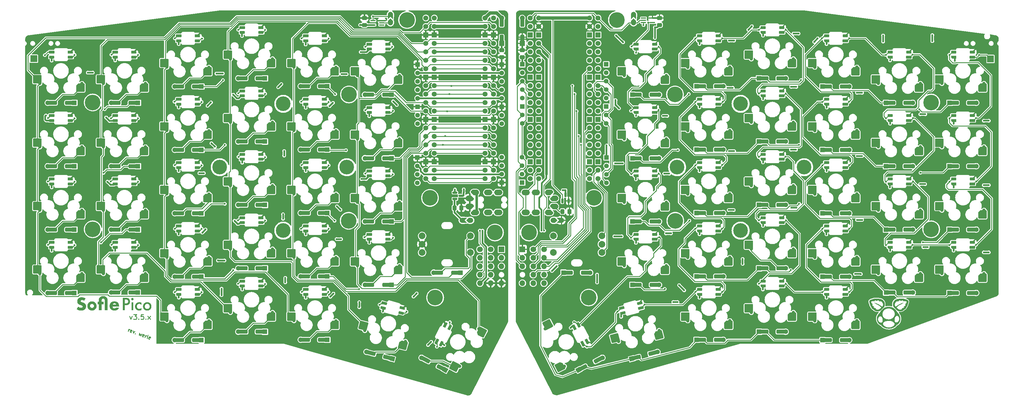
<source format=gtl>
%TF.GenerationSoftware,KiCad,Pcbnew,7.0.10*%
%TF.CreationDate,2024-03-01T16:33:50-05:00*%
%TF.ProjectId,Sofle_Pico_Panel,536f666c-655f-4506-9963-6f5f50616e65,v3.5.4*%
%TF.SameCoordinates,Original*%
%TF.FileFunction,Copper,L1,Top*%
%TF.FilePolarity,Positive*%
%FSLAX46Y46*%
G04 Gerber Fmt 4.6, Leading zero omitted, Abs format (unit mm)*
G04 Created by KiCad (PCBNEW 7.0.10) date 2024-03-01 16:33:50*
%MOMM*%
%LPD*%
G01*
G04 APERTURE LIST*
G04 Aperture macros list*
%AMRoundRect*
0 Rectangle with rounded corners*
0 $1 Rounding radius*
0 $2 $3 $4 $5 $6 $7 $8 $9 X,Y pos of 4 corners*
0 Add a 4 corners polygon primitive as box body*
4,1,4,$2,$3,$4,$5,$6,$7,$8,$9,$2,$3,0*
0 Add four circle primitives for the rounded corners*
1,1,$1+$1,$2,$3*
1,1,$1+$1,$4,$5*
1,1,$1+$1,$6,$7*
1,1,$1+$1,$8,$9*
0 Add four rect primitives between the rounded corners*
20,1,$1+$1,$2,$3,$4,$5,0*
20,1,$1+$1,$4,$5,$6,$7,0*
20,1,$1+$1,$6,$7,$8,$9,0*
20,1,$1+$1,$8,$9,$2,$3,0*%
%AMRotRect*
0 Rectangle, with rotation*
0 The origin of the aperture is its center*
0 $1 length*
0 $2 width*
0 $3 Rotation angle, in degrees counterclockwise*
0 Add horizontal line*
21,1,$1,$2,0,0,$3*%
%AMFreePoly0*
4,1,18,-1.250000,1.010000,-1.230970,1.105671,-1.176777,1.186777,-1.095671,1.240970,-1.000000,1.260000,1.000000,1.260000,1.095671,1.240970,1.176777,1.186777,1.230970,1.105671,1.250000,1.010000,1.250000,-0.635000,0.625000,-1.260000,-1.000000,-1.260000,-1.095671,-1.240970,-1.176777,-1.186777,-1.230970,-1.105671,-1.250000,-1.010000,-1.250000,1.010000,-1.250000,1.010000,$1*%
%AMFreePoly1*
4,1,17,-1.275000,1.265000,1.022000,1.265000,1.118819,1.245742,1.200898,1.190898,1.255742,1.108819,1.275000,1.012000,1.275000,-1.012000,1.255742,-1.108819,1.200898,-1.190898,1.118819,-1.245742,1.022000,-1.265000,-1.022000,-1.265000,-1.118819,-1.245742,-1.200898,-1.190898,-1.255742,-1.108819,-1.275000,-1.012000,-1.275000,1.265000,-1.275000,1.265000,$1*%
%AMFreePoly2*
4,1,18,-0.800000,0.287000,-0.790637,0.334070,-0.763974,0.373974,-0.724070,0.400637,-0.677000,0.410000,0.677000,0.410000,0.724070,0.400637,0.763974,0.373974,0.790637,0.334070,0.800000,0.287000,0.800000,-0.287000,0.790637,-0.334070,0.763974,-0.373974,0.724070,-0.400637,0.677000,-0.410000,-0.472000,-0.410000,-0.800000,-0.082000,-0.800000,0.287000,-0.800000,0.287000,$1*%
%AMFreePoly3*
4,1,21,-0.750000,0.000000,-0.734505,0.151663,-0.679731,0.316964,-0.588312,0.465177,-0.465177,0.588312,-0.316964,0.679731,-0.151663,0.734505,0.000000,0.750000,0.525000,0.750000,0.750000,0.525000,0.750000,-0.525000,0.525000,-0.750000,0.000000,-0.750000,-0.151663,-0.734505,-0.316964,-0.679731,-0.465177,-0.588312,-0.588312,-0.465177,-0.679731,-0.316964,-0.734505,-0.151663,-0.750000,0.000000,
-0.750000,0.000000,-0.750000,0.000000,$1*%
%AMFreePoly4*
4,1,6,0.500000,-0.750000,0.250000,-0.750000,-0.500000,0.000000,0.250000,0.750000,0.500000,0.750000,0.500000,-0.750000,0.500000,-0.750000,$1*%
%AMFreePoly5*
4,1,6,0.240000,0.000000,0.990000,-0.750000,-0.260000,-0.750000,-0.260000,0.750000,0.990000,0.750000,0.240000,0.000000,0.240000,0.000000,$1*%
%AMFreePoly6*
4,1,20,-0.750000,0.600000,-0.600000,0.750000,0.000000,0.750000,0.151663,0.734505,0.316964,0.679731,0.465177,0.588312,0.588312,0.465177,0.679731,0.316964,0.734505,0.151663,0.750000,0.000000,0.734505,-0.151663,0.679731,-0.316964,0.588312,-0.465177,0.465177,-0.588312,0.316964,-0.679731,0.151663,-0.734505,0.000000,-0.750000,-0.600000,-0.750000,-0.750000,-0.600000,-0.750000,0.600000,
-0.750000,0.600000,$1*%
%AMFreePoly7*
4,1,28,-0.850000,0.400000,-0.842219,0.514750,-0.797860,0.693119,-0.716195,0.857783,-0.601041,1.001041,-0.457783,1.116195,-0.293119,1.197860,-0.114750,1.242219,0.000000,1.250000,0.114750,1.242219,0.293119,1.197860,0.457783,1.116195,0.601041,1.001041,0.716195,0.857783,0.797860,0.693119,0.842219,0.514750,0.850000,0.400000,0.850000,-0.400000,0.842219,-0.514750,0.797860,-0.693119,
0.716195,-0.857783,0.601041,-1.001041,0.457783,-1.116195,0.293119,-1.197860,0.114750,-1.242219,0.000000,-1.250000,-0.850000,-0.400000,-0.850000,0.400000,-0.850000,0.400000,$1*%
%AMFreePoly8*
4,1,28,-0.850000,0.400000,-0.842219,0.514750,-0.797860,0.693119,-0.716195,0.857783,-0.601041,1.001041,-0.457783,1.116195,-0.293119,1.197860,-0.114750,1.242219,0.000000,1.250000,0.114750,1.242219,0.293119,1.197860,0.457783,1.116195,0.601041,1.001041,0.716195,0.857783,0.797860,0.693119,0.842219,0.514750,0.850000,0.400000,0.850000,-0.400000,0.000000,-1.250000,-0.114750,-1.242219,
-0.293119,-1.197860,-0.457783,-1.116195,-0.601041,-1.001041,-0.716195,-0.857783,-0.797860,-0.693119,-0.842219,-0.514750,-0.850000,-0.400000,-0.850000,0.400000,-0.850000,0.400000,$1*%
%AMFreePoly9*
4,1,28,-0.850000,0.400000,-0.842219,0.514750,-0.797860,0.693119,-0.716195,0.857783,-0.601041,1.001041,-0.457783,1.116195,-0.293119,1.197860,-0.114750,1.242219,0.000000,1.250000,0.850000,0.400000,0.850000,-0.400000,0.842219,-0.514750,0.797860,-0.693119,0.716195,-0.857783,0.601041,-1.001041,0.457783,-1.116195,0.293119,-1.197860,0.114750,-1.242219,0.000000,-1.250000,-0.114750,-1.242219,
-0.293119,-1.197860,-0.457783,-1.116195,-0.601041,-1.001041,-0.716195,-0.857783,-0.797860,-0.693119,-0.842219,-0.514750,-0.850000,-0.400000,-0.850000,0.400000,-0.850000,0.400000,$1*%
%AMFreePoly10*
4,1,28,-0.850000,0.400000,0.000000,1.250000,0.114750,1.242219,0.293119,1.197860,0.457783,1.116195,0.601041,1.001041,0.716195,0.857783,0.797860,0.693119,0.842219,0.514750,0.850000,0.400000,0.850000,-0.400000,0.842219,-0.514750,0.797860,-0.693119,0.716195,-0.857783,0.601041,-1.001041,0.457783,-1.116195,0.293119,-1.197860,0.114750,-1.242219,0.000000,-1.250000,-0.114750,-1.242219,
-0.293119,-1.197860,-0.457783,-1.116195,-0.601041,-1.001041,-0.716195,-0.857783,-0.797860,-0.693119,-0.842219,-0.514750,-0.850000,-0.400000,-0.850000,0.400000,-0.850000,0.400000,$1*%
%AMFreePoly11*
4,1,17,-1.275000,1.008000,-1.255818,1.104436,-1.201191,1.186191,-1.119436,1.240818,-1.023000,1.260000,1.023000,1.260000,1.119436,1.240818,1.201191,1.186191,1.255818,1.104436,1.275000,1.008000,1.275000,-1.260000,-1.023000,-1.260000,-1.119436,-1.240818,-1.201191,-1.186191,-1.255818,-1.104436,-1.275000,-1.008000,-1.275000,1.008000,-1.275000,1.008000,$1*%
%AMFreePoly12*
4,1,18,-1.275000,0.630000,-0.645000,1.260000,1.023000,1.260000,1.119436,1.240818,1.201191,1.186191,1.255818,1.104436,1.275000,1.008000,1.275000,-1.008000,1.255818,-1.104436,1.201191,-1.186191,1.119436,-1.240818,1.023000,-1.260000,-1.023000,-1.260000,-1.119436,-1.240818,-1.201191,-1.186191,-1.255818,-1.104436,-1.275000,-1.008000,-1.275000,0.630000,-1.275000,0.630000,$1*%
%AMFreePoly13*
4,1,6,0.500000,0.000000,-0.250000,-0.750000,-0.500000,-0.750000,-0.500000,0.750000,-0.250000,0.750000,0.500000,0.000000,0.500000,0.000000,$1*%
%AMFreePoly14*
4,1,6,0.260000,-0.750000,-0.990000,-0.750000,-0.240000,0.000000,-0.990000,0.750000,0.260000,0.750000,0.260000,-0.750000,0.260000,-0.750000,$1*%
G04 Aperture macros list end*
%ADD10C,0.250000*%
%TA.AperFunction,NonConductor*%
%ADD11C,0.250000*%
%TD*%
%TA.AperFunction,EtchedComponent*%
%ADD12C,0.022619*%
%TD*%
%TA.AperFunction,ComponentPad*%
%ADD13R,1.400000X1.400000*%
%TD*%
%TA.AperFunction,SMDPad,CuDef*%
%ADD14R,1.600000X1.200000*%
%TD*%
%TA.AperFunction,SMDPad,CuDef*%
%ADD15RoundRect,0.300000X-0.450000X-0.300000X0.450000X-0.300000X0.450000X0.300000X-0.450000X0.300000X0*%
%TD*%
%TA.AperFunction,SMDPad,CuDef*%
%ADD16RoundRect,0.300000X-0.400000X-0.300000X0.400000X-0.300000X0.400000X0.300000X-0.400000X0.300000X0*%
%TD*%
%TA.AperFunction,SMDPad,CuDef*%
%ADD17R,2.120000X1.200000*%
%TD*%
%TA.AperFunction,ComponentPad*%
%ADD18C,1.400000*%
%TD*%
%TA.AperFunction,ComponentPad*%
%ADD19RotRect,1.400000X1.400000X27.000000*%
%TD*%
%TA.AperFunction,SMDPad,CuDef*%
%ADD20RotRect,1.600000X1.200000X27.000000*%
%TD*%
%TA.AperFunction,SMDPad,CuDef*%
%ADD21RoundRect,0.300000X-0.264756X-0.471598X0.537150X-0.063006X0.264756X0.471598X-0.537150X0.063006X0*%
%TD*%
%TA.AperFunction,SMDPad,CuDef*%
%ADD22RoundRect,0.300000X-0.220205X-0.448898X0.492600X-0.085706X0.220205X0.448898X-0.492600X0.085706X0*%
%TD*%
%TA.AperFunction,SMDPad,CuDef*%
%ADD23RotRect,2.120000X1.200000X27.000000*%
%TD*%
%TA.AperFunction,ComponentPad*%
%ADD24C,1.000000*%
%TD*%
%TA.AperFunction,SMDPad,CuDef*%
%ADD25FreePoly0,180.000000*%
%TD*%
%TA.AperFunction,SMDPad,CuDef*%
%ADD26FreePoly1,180.000000*%
%TD*%
%TA.AperFunction,SMDPad,CuDef*%
%ADD27FreePoly0,117.000000*%
%TD*%
%TA.AperFunction,SMDPad,CuDef*%
%ADD28FreePoly1,117.000000*%
%TD*%
%TA.AperFunction,SMDPad,CuDef*%
%ADD29FreePoly0,195.000000*%
%TD*%
%TA.AperFunction,SMDPad,CuDef*%
%ADD30FreePoly1,195.000000*%
%TD*%
%TA.AperFunction,ComponentPad*%
%ADD31C,4.700000*%
%TD*%
%TA.AperFunction,ComponentPad*%
%ADD32RotRect,1.400000X1.400000X15.000000*%
%TD*%
%TA.AperFunction,SMDPad,CuDef*%
%ADD33RotRect,1.600000X1.200000X15.000000*%
%TD*%
%TA.AperFunction,SMDPad,CuDef*%
%ADD34RoundRect,0.300000X-0.357021X-0.406246X0.512312X-0.173309X0.357021X0.406246X-0.512312X0.173309X0*%
%TD*%
%TA.AperFunction,SMDPad,CuDef*%
%ADD35RoundRect,0.300000X-0.308725X-0.393305X0.464016X-0.186250X0.308725X0.393305X-0.464016X0.186250X0*%
%TD*%
%TA.AperFunction,SMDPad,CuDef*%
%ADD36RotRect,2.120000X1.200000X15.000000*%
%TD*%
%TA.AperFunction,SMDPad,CuDef*%
%ADD37FreePoly2,180.000000*%
%TD*%
%TA.AperFunction,SMDPad,CuDef*%
%ADD38RoundRect,0.123000X-0.677000X-0.287000X0.677000X-0.287000X0.677000X0.287000X-0.677000X0.287000X0*%
%TD*%
%TA.AperFunction,SMDPad,CuDef*%
%ADD39RoundRect,0.123000X0.677000X0.287000X-0.677000X0.287000X-0.677000X-0.287000X0.677000X-0.287000X0*%
%TD*%
%TA.AperFunction,SMDPad,CuDef*%
%ADD40RoundRect,0.123000X0.727000X0.287000X-0.727000X0.287000X-0.727000X-0.287000X0.727000X-0.287000X0*%
%TD*%
%TA.AperFunction,SMDPad,CuDef*%
%ADD41FreePoly2,0.000000*%
%TD*%
%TA.AperFunction,SMDPad,CuDef*%
%ADD42RoundRect,0.123000X-0.727000X-0.287000X0.727000X-0.287000X0.727000X0.287000X-0.727000X0.287000X0*%
%TD*%
%TA.AperFunction,SMDPad,CuDef*%
%ADD43RoundRect,0.300000X0.450000X0.300000X-0.450000X0.300000X-0.450000X-0.300000X0.450000X-0.300000X0*%
%TD*%
%TA.AperFunction,SMDPad,CuDef*%
%ADD44RoundRect,0.300000X0.400000X0.300000X-0.400000X0.300000X-0.400000X-0.300000X0.400000X-0.300000X0*%
%TD*%
%TA.AperFunction,ComponentPad*%
%ADD45FreePoly3,90.000000*%
%TD*%
%TA.AperFunction,SMDPad,CuDef*%
%ADD46FreePoly4,270.000000*%
%TD*%
%TA.AperFunction,SMDPad,CuDef*%
%ADD47FreePoly5,270.000000*%
%TD*%
%TA.AperFunction,ComponentPad*%
%ADD48FreePoly6,90.000000*%
%TD*%
%TA.AperFunction,SMDPad,CuDef*%
%ADD49FreePoly2,15.000000*%
%TD*%
%TA.AperFunction,SMDPad,CuDef*%
%ADD50RoundRect,0.123000X0.579651X0.452441X-0.728213X0.102000X-0.579651X-0.452441X0.728213X-0.102000X0*%
%TD*%
%TA.AperFunction,SMDPad,CuDef*%
%ADD51RoundRect,0.123000X-0.579651X-0.452441X0.728213X-0.102000X0.579651X0.452441X-0.728213X0.102000X0*%
%TD*%
%TA.AperFunction,SMDPad,CuDef*%
%ADD52RoundRect,0.123000X-0.627947X-0.465382X0.776509X-0.089059X0.627947X0.465382X-0.776509X0.089059X0*%
%TD*%
%TA.AperFunction,ComponentPad*%
%ADD53C,1.397000*%
%TD*%
%TA.AperFunction,ComponentPad*%
%ADD54R,1.397000X1.397000*%
%TD*%
%TA.AperFunction,SMDPad,CuDef*%
%ADD55FreePoly2,297.000000*%
%TD*%
%TA.AperFunction,SMDPad,CuDef*%
%ADD56RoundRect,0.123000X0.563070X-0.472916X-0.051633X0.733507X-0.563070X0.472916X0.051633X-0.733507X0*%
%TD*%
%TA.AperFunction,SMDPad,CuDef*%
%ADD57RoundRect,0.123000X-0.563070X0.472916X0.051633X-0.733507X0.563070X-0.472916X-0.051633X0.733507X0*%
%TD*%
%TA.AperFunction,SMDPad,CuDef*%
%ADD58RoundRect,0.123000X-0.585770X0.517466X0.074332X-0.778057X0.585770X-0.517466X-0.074332X0.778057X0*%
%TD*%
%TA.AperFunction,ComponentPad*%
%ADD59R,1.500000X1.500000*%
%TD*%
%TA.AperFunction,SMDPad,CuDef*%
%ADD60R,1.200000X1.200000*%
%TD*%
%TA.AperFunction,SMDPad,CuDef*%
%ADD61RoundRect,0.300000X0.300000X-0.450000X0.300000X0.450000X-0.300000X0.450000X-0.300000X-0.450000X0*%
%TD*%
%TA.AperFunction,SMDPad,CuDef*%
%ADD62RoundRect,0.300000X0.300000X-0.400000X0.300000X0.400000X-0.300000X0.400000X-0.300000X-0.400000X0*%
%TD*%
%TA.AperFunction,ComponentPad*%
%ADD63O,1.500000X1.500000*%
%TD*%
%TA.AperFunction,SMDPad,CuDef*%
%ADD64RoundRect,0.250000X-0.475000X0.337500X-0.475000X-0.337500X0.475000X-0.337500X0.475000X0.337500X0*%
%TD*%
%TA.AperFunction,SMDPad,CuDef*%
%ADD65R,1.500000X0.400000*%
%TD*%
%TA.AperFunction,ComponentPad*%
%ADD66FreePoly3,180.000000*%
%TD*%
%TA.AperFunction,SMDPad,CuDef*%
%ADD67FreePoly4,0.000000*%
%TD*%
%TA.AperFunction,SMDPad,CuDef*%
%ADD68FreePoly5,0.000000*%
%TD*%
%TA.AperFunction,ComponentPad*%
%ADD69FreePoly6,180.000000*%
%TD*%
%TA.AperFunction,ComponentPad*%
%ADD70R,2.000000X2.000000*%
%TD*%
%TA.AperFunction,ComponentPad*%
%ADD71C,4.400000*%
%TD*%
%TA.AperFunction,SMDPad,CuDef*%
%ADD72FreePoly2,165.000000*%
%TD*%
%TA.AperFunction,SMDPad,CuDef*%
%ADD73RoundRect,0.123000X-0.728213X-0.102000X0.579651X-0.452441X0.728213X0.102000X-0.579651X0.452441X0*%
%TD*%
%TA.AperFunction,SMDPad,CuDef*%
%ADD74RoundRect,0.123000X0.728213X0.102000X-0.579651X0.452441X-0.728213X-0.102000X0.579651X-0.452441X0*%
%TD*%
%TA.AperFunction,SMDPad,CuDef*%
%ADD75RoundRect,0.123000X0.776509X0.089059X-0.627947X0.465382X-0.776509X-0.089059X0.627947X-0.465382X0*%
%TD*%
%TA.AperFunction,SMDPad,CuDef*%
%ADD76FreePoly2,243.000000*%
%TD*%
%TA.AperFunction,SMDPad,CuDef*%
%ADD77RoundRect,0.123000X-0.051633X-0.733507X0.563070X0.472916X0.051633X0.733507X-0.563070X-0.472916X0*%
%TD*%
%TA.AperFunction,SMDPad,CuDef*%
%ADD78RoundRect,0.123000X0.051633X0.733507X-0.563070X-0.472916X-0.051633X-0.733507X0.563070X0.472916X0*%
%TD*%
%TA.AperFunction,SMDPad,CuDef*%
%ADD79RoundRect,0.123000X0.074332X0.778057X-0.585770X-0.517466X-0.074332X-0.778057X0.585770X0.517466X0*%
%TD*%
%TA.AperFunction,SMDPad,CuDef*%
%ADD80RoundRect,0.250000X0.337500X0.475000X-0.337500X0.475000X-0.337500X-0.475000X0.337500X-0.475000X0*%
%TD*%
%TA.AperFunction,SMDPad,CuDef*%
%ADD81RoundRect,0.250000X0.475000X-0.337500X0.475000X0.337500X-0.475000X0.337500X-0.475000X-0.337500X0*%
%TD*%
%TA.AperFunction,ComponentPad*%
%ADD82C,2.000000*%
%TD*%
%TA.AperFunction,ComponentPad*%
%ADD83FreePoly3,0.000000*%
%TD*%
%TA.AperFunction,SMDPad,CuDef*%
%ADD84FreePoly4,180.000000*%
%TD*%
%TA.AperFunction,SMDPad,CuDef*%
%ADD85FreePoly5,180.000000*%
%TD*%
%TA.AperFunction,ComponentPad*%
%ADD86FreePoly6,0.000000*%
%TD*%
%TA.AperFunction,ComponentPad*%
%ADD87RotRect,1.400000X1.400000X153.000000*%
%TD*%
%TA.AperFunction,SMDPad,CuDef*%
%ADD88RotRect,1.600000X1.200000X153.000000*%
%TD*%
%TA.AperFunction,SMDPad,CuDef*%
%ADD89RoundRect,0.300000X0.537150X0.063006X-0.264756X0.471598X-0.537150X-0.063006X0.264756X-0.471598X0*%
%TD*%
%TA.AperFunction,SMDPad,CuDef*%
%ADD90RoundRect,0.300000X0.492600X0.085706X-0.220205X0.448898X-0.492600X-0.085706X0.220205X-0.448898X0*%
%TD*%
%TA.AperFunction,SMDPad,CuDef*%
%ADD91RotRect,2.120000X1.200000X153.000000*%
%TD*%
%TA.AperFunction,SMDPad,CuDef*%
%ADD92RoundRect,0.150000X0.150000X-0.587500X0.150000X0.587500X-0.150000X0.587500X-0.150000X-0.587500X0*%
%TD*%
%TA.AperFunction,SMDPad,CuDef*%
%ADD93RoundRect,0.150000X-0.587500X-0.150000X0.587500X-0.150000X0.587500X0.150000X-0.587500X0.150000X0*%
%TD*%
%TA.AperFunction,ComponentPad*%
%ADD94RotRect,1.400000X1.400000X165.000000*%
%TD*%
%TA.AperFunction,SMDPad,CuDef*%
%ADD95RotRect,1.600000X1.200000X165.000000*%
%TD*%
%TA.AperFunction,SMDPad,CuDef*%
%ADD96RoundRect,0.300000X0.512312X0.173309X-0.357021X0.406246X-0.512312X-0.173309X0.357021X-0.406246X0*%
%TD*%
%TA.AperFunction,SMDPad,CuDef*%
%ADD97RoundRect,0.300000X0.464016X0.186250X-0.308725X0.393305X-0.464016X-0.186250X0.308725X-0.393305X0*%
%TD*%
%TA.AperFunction,SMDPad,CuDef*%
%ADD98RotRect,2.120000X1.200000X165.000000*%
%TD*%
%TA.AperFunction,SMDPad,CuDef*%
%ADD99RoundRect,0.250000X-0.337500X-0.475000X0.337500X-0.475000X0.337500X0.475000X-0.337500X0.475000X0*%
%TD*%
%TA.AperFunction,ComponentPad*%
%ADD100FreePoly7,270.000000*%
%TD*%
%TA.AperFunction,ComponentPad*%
%ADD101FreePoly8,270.000000*%
%TD*%
%TA.AperFunction,ComponentPad*%
%ADD102FreePoly9,270.000000*%
%TD*%
%TA.AperFunction,ComponentPad*%
%ADD103FreePoly10,270.000000*%
%TD*%
%TA.AperFunction,ComponentPad*%
%ADD104O,2.500000X1.700000*%
%TD*%
%TA.AperFunction,ComponentPad*%
%ADD105R,1.700000X1.700000*%
%TD*%
%TA.AperFunction,ComponentPad*%
%ADD106O,1.700000X1.700000*%
%TD*%
%TA.AperFunction,SMDPad,CuDef*%
%ADD107FreePoly11,-0.000000*%
%TD*%
%TA.AperFunction,SMDPad,CuDef*%
%ADD108FreePoly12,-0.000000*%
%TD*%
%TA.AperFunction,ComponentPad*%
%ADD109C,1.700000*%
%TD*%
%TA.AperFunction,SMDPad,CuDef*%
%ADD110FreePoly13,90.000000*%
%TD*%
%TA.AperFunction,SMDPad,CuDef*%
%ADD111FreePoly14,90.000000*%
%TD*%
%TA.AperFunction,ComponentPad*%
%ADD112FreePoly7,90.000000*%
%TD*%
%TA.AperFunction,ComponentPad*%
%ADD113FreePoly8,90.000000*%
%TD*%
%TA.AperFunction,ComponentPad*%
%ADD114FreePoly9,90.000000*%
%TD*%
%TA.AperFunction,ComponentPad*%
%ADD115FreePoly10,90.000000*%
%TD*%
%TA.AperFunction,ComponentPad*%
%ADD116C,1.500000*%
%TD*%
%TA.AperFunction,SMDPad,CuDef*%
%ADD117FreePoly11,63.000000*%
%TD*%
%TA.AperFunction,SMDPad,CuDef*%
%ADD118FreePoly12,63.000000*%
%TD*%
%TA.AperFunction,SMDPad,CuDef*%
%ADD119FreePoly11,345.000000*%
%TD*%
%TA.AperFunction,SMDPad,CuDef*%
%ADD120FreePoly12,345.000000*%
%TD*%
%TA.AperFunction,ViaPad*%
%ADD121C,0.600000*%
%TD*%
%TA.AperFunction,Conductor*%
%ADD122C,0.250000*%
%TD*%
%TA.AperFunction,Conductor*%
%ADD123C,0.500000*%
%TD*%
%TA.AperFunction,Conductor*%
%ADD124C,1.000000*%
%TD*%
%TA.AperFunction,Conductor*%
%ADD125C,0.750000*%
%TD*%
G04 APERTURE END LIST*
D10*
D11*
X4839453Y-140059131D02*
X5196596Y-141059131D01*
X5196596Y-141059131D02*
X5553739Y-140059131D01*
X5982310Y-139559131D02*
X6910882Y-139559131D01*
X6910882Y-139559131D02*
X6410882Y-140130560D01*
X6410882Y-140130560D02*
X6625167Y-140130560D01*
X6625167Y-140130560D02*
X6768025Y-140201988D01*
X6768025Y-140201988D02*
X6839453Y-140273417D01*
X6839453Y-140273417D02*
X6910882Y-140416274D01*
X6910882Y-140416274D02*
X6910882Y-140773417D01*
X6910882Y-140773417D02*
X6839453Y-140916274D01*
X6839453Y-140916274D02*
X6768025Y-140987703D01*
X6768025Y-140987703D02*
X6625167Y-141059131D01*
X6625167Y-141059131D02*
X6196596Y-141059131D01*
X6196596Y-141059131D02*
X6053739Y-140987703D01*
X6053739Y-140987703D02*
X5982310Y-140916274D01*
X7553738Y-140916274D02*
X7625167Y-140987703D01*
X7625167Y-140987703D02*
X7553738Y-141059131D01*
X7553738Y-141059131D02*
X7482310Y-140987703D01*
X7482310Y-140987703D02*
X7553738Y-140916274D01*
X7553738Y-140916274D02*
X7553738Y-141059131D01*
X8982310Y-139559131D02*
X8268024Y-139559131D01*
X8268024Y-139559131D02*
X8196596Y-140273417D01*
X8196596Y-140273417D02*
X8268024Y-140201988D01*
X8268024Y-140201988D02*
X8410882Y-140130560D01*
X8410882Y-140130560D02*
X8768024Y-140130560D01*
X8768024Y-140130560D02*
X8910882Y-140201988D01*
X8910882Y-140201988D02*
X8982310Y-140273417D01*
X8982310Y-140273417D02*
X9053739Y-140416274D01*
X9053739Y-140416274D02*
X9053739Y-140773417D01*
X9053739Y-140773417D02*
X8982310Y-140916274D01*
X8982310Y-140916274D02*
X8910882Y-140987703D01*
X8910882Y-140987703D02*
X8768024Y-141059131D01*
X8768024Y-141059131D02*
X8410882Y-141059131D01*
X8410882Y-141059131D02*
X8268024Y-140987703D01*
X8268024Y-140987703D02*
X8196596Y-140916274D01*
X9696595Y-140916274D02*
X9768024Y-140987703D01*
X9768024Y-140987703D02*
X9696595Y-141059131D01*
X9696595Y-141059131D02*
X9625167Y-140987703D01*
X9625167Y-140987703D02*
X9696595Y-140916274D01*
X9696595Y-140916274D02*
X9696595Y-141059131D01*
X10268024Y-141059131D02*
X11053739Y-140059131D01*
X10268024Y-140059131D02*
X11053739Y-141059131D01*
D10*
D11*
X4379367Y-144653889D02*
X4609566Y-144028227D01*
X4543795Y-144206988D02*
X4621370Y-144134050D01*
X4621370Y-144134050D02*
X4682503Y-144105803D01*
X4682503Y-144105803D02*
X4788326Y-144093998D01*
X4788326Y-144093998D02*
X4877707Y-144126884D01*
X5334303Y-144954498D02*
X5228480Y-144966302D01*
X5228480Y-144966302D02*
X5049719Y-144900531D01*
X5049719Y-144900531D02*
X4976782Y-144822955D01*
X4976782Y-144822955D02*
X4964977Y-144717132D01*
X4964977Y-144717132D02*
X5096520Y-144359611D01*
X5096520Y-144359611D02*
X5174095Y-144286674D01*
X5174095Y-144286674D02*
X5279918Y-144274869D01*
X5279918Y-144274869D02*
X5458679Y-144340640D01*
X5458679Y-144340640D02*
X5531616Y-144418216D01*
X5531616Y-144418216D02*
X5543421Y-144524039D01*
X5543421Y-144524039D02*
X5510535Y-144613419D01*
X5510535Y-144613419D02*
X5030748Y-144538372D01*
X5905580Y-144505068D02*
X5898832Y-145212944D01*
X5898832Y-145212944D02*
X6352482Y-144669496D01*
X6512690Y-145337320D02*
X6540937Y-145398452D01*
X6540937Y-145398452D02*
X6479804Y-145426700D01*
X6479804Y-145426700D02*
X6451557Y-145365567D01*
X6451557Y-145365567D02*
X6512690Y-145337320D01*
X6512690Y-145337320D02*
X6479804Y-145426700D01*
X7782566Y-145195664D02*
X7731128Y-145887097D01*
X7731128Y-145887097D02*
X8074317Y-145505967D01*
X8074317Y-145505967D02*
X8088649Y-146018640D01*
X8088649Y-146018640D02*
X8497609Y-145458749D01*
X8998895Y-146302805D02*
X8893072Y-146314609D01*
X8893072Y-146314609D02*
X8714311Y-146248838D01*
X8714311Y-146248838D02*
X8641374Y-146171263D01*
X8641374Y-146171263D02*
X8629569Y-146065440D01*
X8629569Y-146065440D02*
X8761111Y-145707918D01*
X8761111Y-145707918D02*
X8838687Y-145634981D01*
X8838687Y-145634981D02*
X8944510Y-145623176D01*
X8944510Y-145623176D02*
X9123271Y-145688947D01*
X9123271Y-145688947D02*
X9196208Y-145766523D01*
X9196208Y-145766523D02*
X9208013Y-145872346D01*
X9208013Y-145872346D02*
X9175127Y-145961726D01*
X9175127Y-145961726D02*
X8695340Y-145886679D01*
X9429354Y-146511923D02*
X9659553Y-145886261D01*
X9593782Y-146065021D02*
X9671357Y-145992084D01*
X9671357Y-145992084D02*
X9732490Y-145963836D01*
X9732490Y-145963836D02*
X9838313Y-145952032D01*
X9838313Y-145952032D02*
X9927693Y-145984917D01*
X10144396Y-146775007D02*
X10071459Y-146697432D01*
X10071459Y-146697432D02*
X10059654Y-146591608D01*
X10059654Y-146591608D02*
X10355624Y-145787186D01*
X10875882Y-146993402D02*
X10770059Y-147005206D01*
X10770059Y-147005206D02*
X10591298Y-146939435D01*
X10591298Y-146939435D02*
X10518361Y-146861859D01*
X10518361Y-146861859D02*
X10506556Y-146756036D01*
X10506556Y-146756036D02*
X10638098Y-146398515D01*
X10638098Y-146398515D02*
X10715674Y-146325578D01*
X10715674Y-146325578D02*
X10821497Y-146313773D01*
X10821497Y-146313773D02*
X11000258Y-146379544D01*
X11000258Y-146379544D02*
X11073195Y-146457120D01*
X11073195Y-146457120D02*
X11085000Y-146562943D01*
X11085000Y-146562943D02*
X11052114Y-146652323D01*
X11052114Y-146652323D02*
X10572327Y-146577276D01*
%TA.AperFunction,EtchedComponent*%
G36*
X5930660Y-138349987D02*
G01*
X5379355Y-138349987D01*
X5379355Y-135963461D01*
X5930660Y-135963461D01*
X5930660Y-138349987D01*
G37*
%TD.AperFunction*%
%TA.AperFunction,EtchedComponent*%
G36*
X5672293Y-134616245D02*
G01*
X5690460Y-134617479D01*
X5708281Y-134619537D01*
X5725759Y-134622418D01*
X5742891Y-134626122D01*
X5759679Y-134630649D01*
X5776123Y-134636000D01*
X5792221Y-134642173D01*
X5807976Y-134649170D01*
X5823385Y-134656989D01*
X5838450Y-134665632D01*
X5853171Y-134675098D01*
X5867546Y-134685387D01*
X5881578Y-134696499D01*
X5895264Y-134708435D01*
X5908607Y-134721193D01*
X5921365Y-134734239D01*
X5933300Y-134747648D01*
X5944412Y-134761421D01*
X5954701Y-134775558D01*
X5964167Y-134790058D01*
X5972810Y-134804922D01*
X5980629Y-134820150D01*
X5987626Y-134835741D01*
X5993799Y-134851697D01*
X5999149Y-134868016D01*
X6003677Y-134884698D01*
X6007381Y-134901745D01*
X6010261Y-134919155D01*
X6012319Y-134936928D01*
X6013554Y-134955066D01*
X6013965Y-134973567D01*
X6013554Y-134992078D01*
X6012319Y-135010244D01*
X6010261Y-135028065D01*
X6007381Y-135045542D01*
X6003677Y-135062675D01*
X5999149Y-135079463D01*
X5993799Y-135095906D01*
X5987626Y-135112005D01*
X5980629Y-135127759D01*
X5972810Y-135143169D01*
X5964167Y-135158234D01*
X5954701Y-135172955D01*
X5944412Y-135187331D01*
X5933300Y-135201362D01*
X5921365Y-135215049D01*
X5908607Y-135228391D01*
X5895561Y-135241149D01*
X5882152Y-135253085D01*
X5868379Y-135264197D01*
X5854242Y-135274486D01*
X5839742Y-135283952D01*
X5824878Y-135292595D01*
X5809650Y-135300414D01*
X5794058Y-135307411D01*
X5778103Y-135313584D01*
X5761784Y-135318935D01*
X5745101Y-135323462D01*
X5728055Y-135327166D01*
X5710645Y-135330047D01*
X5692871Y-135332105D01*
X5674733Y-135333339D01*
X5656232Y-135333751D01*
X5637721Y-135333339D01*
X5619555Y-135332105D01*
X5601733Y-135330047D01*
X5584256Y-135327166D01*
X5567124Y-135323462D01*
X5550336Y-135318935D01*
X5533893Y-135313584D01*
X5517794Y-135307411D01*
X5502040Y-135300414D01*
X5486630Y-135292595D01*
X5471565Y-135283952D01*
X5456845Y-135274486D01*
X5442469Y-135264197D01*
X5428437Y-135253085D01*
X5414751Y-135241149D01*
X5401408Y-135228391D01*
X5388650Y-135215039D01*
X5376715Y-135201324D01*
X5365603Y-135187244D01*
X5355314Y-135172801D01*
X5345848Y-135157995D01*
X5337205Y-135142824D01*
X5329385Y-135127290D01*
X5322389Y-135111392D01*
X5316216Y-135095131D01*
X5310865Y-135078506D01*
X5306338Y-135061517D01*
X5302634Y-135044164D01*
X5299753Y-135026448D01*
X5297695Y-135008368D01*
X5296461Y-134989924D01*
X5296049Y-134971117D01*
X5296461Y-134953199D01*
X5297695Y-134935588D01*
X5299753Y-134918284D01*
X5302634Y-134901285D01*
X5306338Y-134884593D01*
X5310865Y-134868207D01*
X5316216Y-134852127D01*
X5322389Y-134836354D01*
X5329385Y-134820887D01*
X5337205Y-134805726D01*
X5345848Y-134790872D01*
X5355314Y-134776323D01*
X5365603Y-134762081D01*
X5376715Y-134748146D01*
X5388650Y-134734516D01*
X5401408Y-134721193D01*
X5414741Y-134708435D01*
X5428399Y-134696499D01*
X5442383Y-134685387D01*
X5456692Y-134675098D01*
X5471326Y-134665632D01*
X5486286Y-134656989D01*
X5501572Y-134649170D01*
X5517182Y-134642173D01*
X5533118Y-134636000D01*
X5549380Y-134630649D01*
X5565967Y-134626122D01*
X5582879Y-134622418D01*
X5600117Y-134619537D01*
X5617680Y-134617479D01*
X5635568Y-134616245D01*
X5653782Y-134615833D01*
X5672293Y-134616245D01*
G37*
%TD.AperFunction*%
%TA.AperFunction,EtchedComponent*%
G36*
X3600320Y-134567862D02*
G01*
X3708244Y-134570963D01*
X3808895Y-134576132D01*
X3902272Y-134583368D01*
X3988375Y-134592671D01*
X4067204Y-134604041D01*
X4138758Y-134617479D01*
X4203039Y-134632985D01*
X4233437Y-134641714D01*
X4263376Y-134651362D01*
X4292855Y-134661928D01*
X4321875Y-134673414D01*
X4350436Y-134685818D01*
X4378537Y-134699141D01*
X4406178Y-134713383D01*
X4433361Y-134728544D01*
X4460084Y-134744624D01*
X4486347Y-134761622D01*
X4512151Y-134779539D01*
X4537495Y-134798376D01*
X4562380Y-134818131D01*
X4586806Y-134838804D01*
X4610772Y-134860397D01*
X4634279Y-134882909D01*
X4673741Y-134923376D01*
X4710657Y-134965144D01*
X4745028Y-135008215D01*
X4776852Y-135052587D01*
X4806130Y-135098261D01*
X4832863Y-135145236D01*
X4857049Y-135193514D01*
X4878690Y-135243092D01*
X4897785Y-135293973D01*
X4914333Y-135346155D01*
X4928336Y-135399639D01*
X4939793Y-135454425D01*
X4948704Y-135510512D01*
X4955069Y-135567901D01*
X4958888Y-135626592D01*
X4960161Y-135686584D01*
X4958801Y-135750673D01*
X4954724Y-135813078D01*
X4947929Y-135873798D01*
X4938415Y-135932833D01*
X4926183Y-135990184D01*
X4911233Y-136045850D01*
X4893564Y-136099831D01*
X4873177Y-136152129D01*
X4850073Y-136202741D01*
X4824249Y-136251669D01*
X4795708Y-136298913D01*
X4764448Y-136344472D01*
X4730470Y-136388346D01*
X4693774Y-136430536D01*
X4654360Y-136471041D01*
X4612227Y-136509862D01*
X4567788Y-136546654D01*
X4521454Y-136581072D01*
X4473224Y-136613117D01*
X4423100Y-136642787D01*
X4371080Y-136670085D01*
X4317165Y-136695008D01*
X4261356Y-136717558D01*
X4203651Y-136737734D01*
X4144051Y-136755536D01*
X4082556Y-136770965D01*
X4019166Y-136784020D01*
X3953880Y-136794702D01*
X3886700Y-136803010D01*
X3817624Y-136808944D01*
X3746654Y-136812504D01*
X3673788Y-136813691D01*
X3409164Y-136813691D01*
X3409164Y-138349987D01*
X2838259Y-138349987D01*
X2838259Y-135093629D01*
X3409164Y-135093629D01*
X3409164Y-136284441D01*
X3622334Y-136284441D01*
X3717577Y-136282077D01*
X3806676Y-136274985D01*
X3889630Y-136263164D01*
X3966439Y-136246616D01*
X4002539Y-136236568D01*
X4037103Y-136225339D01*
X4070131Y-136212927D01*
X4101623Y-136199334D01*
X4131578Y-136184558D01*
X4159997Y-136168601D01*
X4186881Y-136151461D01*
X4212228Y-136133139D01*
X4236039Y-136113636D01*
X4258313Y-136092950D01*
X4279052Y-136071082D01*
X4298254Y-136048032D01*
X4315920Y-136023800D01*
X4332050Y-135998386D01*
X4346644Y-135971790D01*
X4359701Y-135944012D01*
X4371223Y-135915052D01*
X4381208Y-135884910D01*
X4389657Y-135853585D01*
X4396570Y-135821079D01*
X4401946Y-135787391D01*
X4405787Y-135752521D01*
X4408091Y-135716468D01*
X4408859Y-135679234D01*
X4408067Y-135643205D01*
X4405691Y-135608321D01*
X4401731Y-135574580D01*
X4396187Y-135541983D01*
X4389059Y-135510529D01*
X4380347Y-135480219D01*
X4370050Y-135451054D01*
X4358170Y-135423031D01*
X4344706Y-135396153D01*
X4329657Y-135370419D01*
X4313025Y-135345828D01*
X4294809Y-135322381D01*
X4275008Y-135300077D01*
X4253624Y-135278918D01*
X4230655Y-135258902D01*
X4206102Y-135240030D01*
X4179966Y-135222302D01*
X4152245Y-135205717D01*
X4122940Y-135190276D01*
X4092052Y-135175979D01*
X4059579Y-135162826D01*
X4025522Y-135150817D01*
X3989881Y-135139951D01*
X3952656Y-135130229D01*
X3913847Y-135121651D01*
X3873454Y-135114216D01*
X3831477Y-135107926D01*
X3787916Y-135102779D01*
X3742771Y-135098775D01*
X3696042Y-135095916D01*
X3647728Y-135094200D01*
X3597831Y-135093629D01*
X3409164Y-135093629D01*
X2838259Y-135093629D01*
X2838259Y-134566829D01*
X3485121Y-134566829D01*
X3600320Y-134567862D01*
G37*
%TD.AperFunction*%
%TA.AperFunction,EtchedComponent*%
G36*
X7800242Y-135897965D02*
G01*
X7843886Y-135899946D01*
X7887225Y-135903248D01*
X7930257Y-135907871D01*
X7972982Y-135913815D01*
X8015402Y-135921079D01*
X8057515Y-135929664D01*
X8099322Y-135939571D01*
X8140823Y-135950798D01*
X8182018Y-135963346D01*
X8222906Y-135977214D01*
X8263488Y-135992404D01*
X8303763Y-136008914D01*
X8343733Y-136026745D01*
X8383396Y-136045897D01*
X8422753Y-136066370D01*
X8422752Y-136066370D01*
X8422751Y-136066370D01*
X8422751Y-136798990D01*
X8376196Y-136743668D01*
X8353379Y-136717701D01*
X8330867Y-136692864D01*
X8308662Y-136669156D01*
X8286763Y-136646578D01*
X8265170Y-136625129D01*
X8243884Y-136604809D01*
X8222904Y-136585619D01*
X8202230Y-136567558D01*
X8181862Y-136550626D01*
X8161801Y-136534824D01*
X8142046Y-136520152D01*
X8122598Y-136506608D01*
X8103455Y-136494194D01*
X8084619Y-136482910D01*
X8066042Y-136472229D01*
X8047062Y-136462236D01*
X8027681Y-136452933D01*
X8007897Y-136444319D01*
X7987712Y-136436394D01*
X7967124Y-136429158D01*
X7946134Y-136422611D01*
X7924742Y-136416754D01*
X7902949Y-136411585D01*
X7880753Y-136407106D01*
X7858155Y-136403316D01*
X7835155Y-136400215D01*
X7811753Y-136397803D01*
X7787949Y-136396080D01*
X7763744Y-136395046D01*
X7739136Y-136394702D01*
X7700650Y-136395553D01*
X7662988Y-136398109D01*
X7626148Y-136402368D01*
X7590132Y-136408331D01*
X7554939Y-136415997D01*
X7520569Y-136425368D01*
X7487022Y-136436442D01*
X7454298Y-136449219D01*
X7422397Y-136463700D01*
X7391319Y-136479885D01*
X7361064Y-136497774D01*
X7331633Y-136517366D01*
X7303024Y-136538662D01*
X7275239Y-136561662D01*
X7248277Y-136586365D01*
X7222137Y-136612772D01*
X7197214Y-136640462D01*
X7173899Y-136669013D01*
X7152192Y-136698425D01*
X7132092Y-136728699D01*
X7113601Y-136759834D01*
X7096717Y-136791830D01*
X7081442Y-136824688D01*
X7067774Y-136858408D01*
X7055714Y-136892989D01*
X7045263Y-136928431D01*
X7036419Y-136964734D01*
X7029183Y-137001900D01*
X7023555Y-137039926D01*
X7019535Y-137078814D01*
X7017124Y-137118563D01*
X7016320Y-137159174D01*
X7017095Y-137200665D01*
X7019421Y-137241218D01*
X7023297Y-137280834D01*
X7028724Y-137319511D01*
X7035701Y-137357250D01*
X7044229Y-137394051D01*
X7054307Y-137429915D01*
X7065936Y-137464840D01*
X7079115Y-137498828D01*
X7093845Y-137531877D01*
X7110125Y-137563988D01*
X7127956Y-137595162D01*
X7147338Y-137625397D01*
X7168270Y-137654695D01*
X7190753Y-137683054D01*
X7214786Y-137710476D01*
X7240332Y-137736586D01*
X7266739Y-137761012D01*
X7294007Y-137783753D01*
X7322137Y-137804810D01*
X7351129Y-137824182D01*
X7380981Y-137841870D01*
X7411695Y-137857873D01*
X7443271Y-137872191D01*
X7475708Y-137884825D01*
X7509006Y-137895775D01*
X7543166Y-137905040D01*
X7578187Y-137912620D01*
X7614069Y-137918516D01*
X7650813Y-137922727D01*
X7688418Y-137925254D01*
X7726884Y-137926097D01*
X7751511Y-137925762D01*
X7775774Y-137924757D01*
X7799673Y-137923082D01*
X7823209Y-137920737D01*
X7846381Y-137917722D01*
X7869189Y-137914037D01*
X7891634Y-137909682D01*
X7913715Y-137904657D01*
X7935432Y-137898962D01*
X7956786Y-137892597D01*
X7977776Y-137885562D01*
X7998402Y-137877857D01*
X8018665Y-137869482D01*
X8038564Y-137860438D01*
X8058099Y-137850723D01*
X8077271Y-137840338D01*
X8095848Y-137829312D01*
X8114828Y-137817061D01*
X8134209Y-137803585D01*
X8153993Y-137788883D01*
X8174178Y-137772957D01*
X8194766Y-137755805D01*
X8215755Y-137737428D01*
X8237147Y-137717827D01*
X8258941Y-137697000D01*
X8281136Y-137674947D01*
X8303734Y-137651670D01*
X8326734Y-137627168D01*
X8350135Y-137601441D01*
X8373939Y-137574488D01*
X8398145Y-137546310D01*
X8422753Y-137516908D01*
X8422753Y-138244626D01*
X8380793Y-138265693D01*
X8338833Y-138285400D01*
X8296873Y-138303748D01*
X8254913Y-138320737D01*
X8212953Y-138336367D01*
X8170993Y-138350637D01*
X8129033Y-138363549D01*
X8087072Y-138375101D01*
X8045112Y-138385295D01*
X8003152Y-138394129D01*
X7961191Y-138401604D01*
X7919231Y-138407720D01*
X7877271Y-138412477D01*
X7835310Y-138415875D01*
X7793350Y-138417913D01*
X7751389Y-138418593D01*
X7682878Y-138417196D01*
X7615784Y-138413003D01*
X7550107Y-138406016D01*
X7485845Y-138396235D01*
X7423001Y-138383658D01*
X7361573Y-138368287D01*
X7301561Y-138350120D01*
X7242966Y-138329160D01*
X7185788Y-138305404D01*
X7130026Y-138278853D01*
X7075681Y-138249508D01*
X7022752Y-138217368D01*
X6971239Y-138182433D01*
X6921144Y-138144703D01*
X6872464Y-138104178D01*
X6825201Y-138060859D01*
X6780102Y-138015156D01*
X6737912Y-137968095D01*
X6698632Y-137919674D01*
X6662262Y-137869894D01*
X6628801Y-137818755D01*
X6598249Y-137766257D01*
X6570608Y-137712400D01*
X6545876Y-137657183D01*
X6524053Y-137600608D01*
X6505141Y-137542673D01*
X6489137Y-137483380D01*
X6476044Y-137422727D01*
X6465860Y-137360715D01*
X6458586Y-137297344D01*
X6454222Y-137232614D01*
X6452767Y-137166524D01*
X6454241Y-137100407D01*
X6458663Y-137035590D01*
X6466032Y-136972076D01*
X6476350Y-136909863D01*
X6489616Y-136848951D01*
X6505829Y-136789342D01*
X6524991Y-136731034D01*
X6547100Y-136674028D01*
X6572157Y-136618323D01*
X6600163Y-136563921D01*
X6631116Y-136510819D01*
X6665017Y-136459020D01*
X6701866Y-136408522D01*
X6741663Y-136359326D01*
X6784408Y-136311432D01*
X6830101Y-136264839D01*
X6877938Y-136220333D01*
X6927115Y-136178698D01*
X6977632Y-136139935D01*
X7029489Y-136104043D01*
X7082686Y-136071022D01*
X7137223Y-136040873D01*
X7193100Y-136013595D01*
X7250316Y-135989188D01*
X7308873Y-135967653D01*
X7368770Y-135948989D01*
X7430007Y-135933196D01*
X7492584Y-135920275D01*
X7556500Y-135910225D01*
X7621757Y-135903047D01*
X7688354Y-135898740D01*
X7756291Y-135897304D01*
X7800242Y-135897965D01*
G37*
%TD.AperFunction*%
%TA.AperFunction,EtchedComponent*%
G36*
X10181998Y-135898731D02*
G01*
X10246872Y-135903009D01*
X10310482Y-135910139D01*
X10372829Y-135920122D01*
X10433913Y-135932957D01*
X10493733Y-135948644D01*
X10552289Y-135967184D01*
X10609583Y-135988576D01*
X10665613Y-136012819D01*
X10720379Y-136039916D01*
X10773882Y-136069864D01*
X10826122Y-136102665D01*
X10877099Y-136138317D01*
X10926812Y-136176822D01*
X10975261Y-136218180D01*
X11022448Y-136262389D01*
X11066954Y-136308675D01*
X11108589Y-136356263D01*
X11147353Y-136405153D01*
X11183245Y-136455345D01*
X11216266Y-136506838D01*
X11246415Y-136559633D01*
X11273693Y-136613729D01*
X11298100Y-136669127D01*
X11319635Y-136725827D01*
X11338299Y-136783829D01*
X11354092Y-136843132D01*
X11367013Y-136903737D01*
X11377063Y-136965644D01*
X11384241Y-137028852D01*
X11388548Y-137093362D01*
X11389984Y-137159174D01*
X11388539Y-137225569D01*
X11384203Y-137290606D01*
X11376977Y-137354283D01*
X11366860Y-137416601D01*
X11353853Y-137477560D01*
X11337955Y-137537160D01*
X11319166Y-137595401D01*
X11297488Y-137652283D01*
X11272918Y-137707806D01*
X11245458Y-137761969D01*
X11215108Y-137814774D01*
X11181867Y-137866219D01*
X11145735Y-137916305D01*
X11106713Y-137965032D01*
X11064801Y-138012400D01*
X11019998Y-138058409D01*
X10972783Y-138102025D01*
X10924247Y-138142827D01*
X10874391Y-138180815D01*
X10823214Y-138215989D01*
X10770716Y-138248350D01*
X10716897Y-138277896D01*
X10661757Y-138304628D01*
X10605297Y-138328547D01*
X10547515Y-138349651D01*
X10488413Y-138367942D01*
X10427990Y-138383419D01*
X10366246Y-138396081D01*
X10303181Y-138405930D01*
X10238795Y-138412965D01*
X10173089Y-138417186D01*
X10106061Y-138418593D01*
X10039666Y-138417157D01*
X9974630Y-138412850D01*
X9910953Y-138405672D01*
X9848635Y-138395622D01*
X9787676Y-138382701D01*
X9728077Y-138366908D01*
X9669836Y-138348245D01*
X9612954Y-138326709D01*
X9557431Y-138302303D01*
X9503268Y-138275025D01*
X9450463Y-138244875D01*
X9399018Y-138211855D01*
X9348931Y-138175963D01*
X9300204Y-138137199D01*
X9252836Y-138095564D01*
X9206827Y-138051058D01*
X9162914Y-138005002D01*
X9121834Y-137957490D01*
X9083587Y-137908524D01*
X9048173Y-137858102D01*
X9015593Y-137806226D01*
X8985845Y-137752896D01*
X8958931Y-137698110D01*
X8934849Y-137641870D01*
X8913601Y-137584174D01*
X8895186Y-137525024D01*
X8879604Y-137464419D01*
X8866855Y-137402359D01*
X8856939Y-137338845D01*
X8849856Y-137273875D01*
X8845607Y-137207451D01*
X8844395Y-137149373D01*
X9407743Y-137149373D01*
X9408489Y-137193506D01*
X9410729Y-137236471D01*
X9414462Y-137278268D01*
X9419688Y-137318898D01*
X9426407Y-137358360D01*
X9434619Y-137396655D01*
X9444324Y-137433782D01*
X9455522Y-137469741D01*
X9468214Y-137504532D01*
X9482398Y-137538156D01*
X9498076Y-137570612D01*
X9515247Y-137601900D01*
X9533911Y-137632021D01*
X9554068Y-137660974D01*
X9575718Y-137688759D01*
X9598861Y-137715376D01*
X9623852Y-137740893D01*
X9649819Y-137764764D01*
X9676762Y-137786988D01*
X9704682Y-137807566D01*
X9733577Y-137826498D01*
X9763449Y-137843784D01*
X9794298Y-137859423D01*
X9826122Y-137873416D01*
X9858923Y-137885763D01*
X9892700Y-137896464D01*
X9927453Y-137905518D01*
X9963182Y-137912927D01*
X9999888Y-137918688D01*
X10037569Y-137922804D01*
X10076227Y-137925273D01*
X10115861Y-137926097D01*
X10155783Y-137925283D01*
X10194690Y-137922842D01*
X10232583Y-137918775D01*
X10269460Y-137913080D01*
X10305324Y-137905758D01*
X10340173Y-137896809D01*
X10374007Y-137886232D01*
X10406826Y-137874029D01*
X10438631Y-137860199D01*
X10469422Y-137844741D01*
X10499198Y-137827656D01*
X10527959Y-137808945D01*
X10555706Y-137788606D01*
X10582438Y-137766640D01*
X10608156Y-137743047D01*
X10632860Y-137717827D01*
X10656299Y-137691247D01*
X10678226Y-137663577D01*
X10698642Y-137634816D01*
X10717545Y-137604963D01*
X10734935Y-137574019D01*
X10750814Y-137541984D01*
X10765180Y-137508858D01*
X10778034Y-137474641D01*
X10789376Y-137439333D01*
X10799205Y-137402934D01*
X10807523Y-137365443D01*
X10814328Y-137326861D01*
X10819621Y-137287189D01*
X10823401Y-137246425D01*
X10825670Y-137204570D01*
X10826426Y-137161624D01*
X10825670Y-137118678D01*
X10823401Y-137076823D01*
X10819621Y-137036059D01*
X10814328Y-136996386D01*
X10807523Y-136957805D01*
X10799205Y-136920314D01*
X10789376Y-136883915D01*
X10778034Y-136848607D01*
X10765180Y-136814390D01*
X10750814Y-136781264D01*
X10734935Y-136749229D01*
X10717545Y-136718285D01*
X10698642Y-136688432D01*
X10678226Y-136659671D01*
X10656299Y-136632001D01*
X10632860Y-136605421D01*
X10607869Y-136579904D01*
X10581902Y-136556034D01*
X10554959Y-136533810D01*
X10527039Y-136513231D01*
X10498144Y-136494300D01*
X10468272Y-136477014D01*
X10437424Y-136461375D01*
X10405599Y-136447381D01*
X10372799Y-136435035D01*
X10339022Y-136424334D01*
X10304269Y-136415280D01*
X10268540Y-136407871D01*
X10231835Y-136402110D01*
X10194153Y-136397994D01*
X10155495Y-136395525D01*
X10115861Y-136394702D01*
X10076820Y-136395525D01*
X10038717Y-136397994D01*
X10001552Y-136402110D01*
X9965325Y-136407871D01*
X9930036Y-136415280D01*
X9895685Y-136424334D01*
X9862272Y-136435035D01*
X9829796Y-136447381D01*
X9798259Y-136461375D01*
X9767660Y-136477014D01*
X9737998Y-136494300D01*
X9709275Y-136513231D01*
X9681490Y-136533810D01*
X9654642Y-136556034D01*
X9628733Y-136579904D01*
X9603761Y-136605421D01*
X9580024Y-136632240D01*
X9557819Y-136660016D01*
X9537145Y-136688748D01*
X9518003Y-136718438D01*
X9500392Y-136749085D01*
X9484312Y-136780690D01*
X9469764Y-136813251D01*
X9456747Y-136846769D01*
X9445262Y-136881245D01*
X9435308Y-136916677D01*
X9426885Y-136953067D01*
X9419994Y-136990414D01*
X9414634Y-137028718D01*
X9410806Y-137067979D01*
X9408509Y-137108197D01*
X9407743Y-137149373D01*
X8844395Y-137149373D01*
X8844190Y-137139572D01*
X8844188Y-137139572D01*
X8845634Y-137075550D01*
X8849969Y-137012734D01*
X8857196Y-136951124D01*
X8867312Y-136890720D01*
X8880320Y-136831522D01*
X8896218Y-136773530D01*
X8915006Y-136716744D01*
X8936685Y-136661164D01*
X8961254Y-136606790D01*
X8988714Y-136553622D01*
X9019065Y-136501660D01*
X9052306Y-136450904D01*
X9088437Y-136401353D01*
X9127459Y-136353009D01*
X9169372Y-136305871D01*
X9214175Y-136259939D01*
X9261055Y-136216026D01*
X9309198Y-136174946D01*
X9358604Y-136136700D01*
X9409274Y-136101286D01*
X9461208Y-136068706D01*
X9514404Y-136038958D01*
X9568865Y-136012044D01*
X9624588Y-135987963D01*
X9681575Y-135966715D01*
X9739826Y-135948300D01*
X9799340Y-135932718D01*
X9860117Y-135919969D01*
X9922158Y-135910053D01*
X9985462Y-135902971D01*
X10050030Y-135898721D01*
X10115861Y-135897304D01*
X10181998Y-135898731D01*
G37*
%TD.AperFunction*%
%TA.AperFunction,EtchedComponent*%
G36*
X-3054007Y-134038185D02*
G01*
X-3020488Y-134039303D01*
X-2987204Y-134041165D01*
X-2954155Y-134043772D01*
X-2921342Y-134047124D01*
X-2888763Y-134051221D01*
X-2856420Y-134056062D01*
X-2824312Y-134061649D01*
X-2792439Y-134067980D01*
X-2760802Y-134075057D01*
X-2729400Y-134082878D01*
X-2698233Y-134091444D01*
X-2667301Y-134100755D01*
X-2636604Y-134110810D01*
X-2606143Y-134121611D01*
X-2575917Y-134133157D01*
X-2545436Y-134145349D01*
X-2515465Y-134158090D01*
X-2486004Y-134171380D01*
X-2457052Y-134185219D01*
X-2428610Y-134199607D01*
X-2400677Y-134214543D01*
X-2373254Y-134230029D01*
X-2346341Y-134246063D01*
X-2319937Y-134262646D01*
X-2294043Y-134279778D01*
X-2268658Y-134297459D01*
X-2243784Y-134315689D01*
X-2219418Y-134334468D01*
X-2195563Y-134353795D01*
X-2172217Y-134373671D01*
X-2149381Y-134394097D01*
X-2126486Y-134415031D01*
X-2104218Y-134436436D01*
X-2082578Y-134458312D01*
X-2061564Y-134480658D01*
X-2041179Y-134503475D01*
X-2021420Y-134526762D01*
X-2002289Y-134550519D01*
X-1983784Y-134574747D01*
X-1965908Y-134599445D01*
X-1948658Y-134624614D01*
X-1932036Y-134650253D01*
X-1916041Y-134676363D01*
X-1900673Y-134702943D01*
X-1885932Y-134729994D01*
X-1871819Y-134757515D01*
X-1858333Y-134785506D01*
X-1844964Y-134813243D01*
X-1832458Y-134841254D01*
X-1820815Y-134869539D01*
X-1810034Y-134898099D01*
X-1800115Y-134926933D01*
X-1791059Y-134956042D01*
X-1782866Y-134985425D01*
X-1775535Y-135015083D01*
X-1769066Y-135045015D01*
X-1763460Y-135075222D01*
X-1758717Y-135105702D01*
X-1754836Y-135136458D01*
X-1751817Y-135167488D01*
X-1749661Y-135198792D01*
X-1748367Y-135230370D01*
X-1747936Y-135262223D01*
X-1747936Y-138313213D01*
X-2656207Y-138313213D01*
X-2656207Y-135262223D01*
X-2656344Y-135250972D01*
X-2656755Y-135239799D01*
X-2657442Y-135228704D01*
X-2658402Y-135217688D01*
X-2659637Y-135206750D01*
X-2661146Y-135195891D01*
X-2662930Y-135185110D01*
X-2664988Y-135174407D01*
X-2667321Y-135163783D01*
X-2669928Y-135153237D01*
X-2672809Y-135142770D01*
X-2675965Y-135132381D01*
X-2679396Y-135122070D01*
X-2683101Y-135111838D01*
X-2687080Y-135101684D01*
X-2691334Y-135091609D01*
X-2695215Y-135081024D01*
X-2699331Y-135070595D01*
X-2703683Y-135060324D01*
X-2708270Y-135050210D01*
X-2713092Y-135040252D01*
X-2718149Y-135030451D01*
X-2723441Y-135020807D01*
X-2728969Y-135011319D01*
X-2734732Y-135001989D01*
X-2740730Y-134992815D01*
X-2746964Y-134983798D01*
X-2753433Y-134974938D01*
X-2760136Y-134966235D01*
X-2767076Y-134957689D01*
X-2774250Y-134949299D01*
X-2781660Y-134941066D01*
X-2788657Y-134933010D01*
X-2795851Y-134925150D01*
X-2803241Y-134917485D01*
X-2810827Y-134910017D01*
X-2818609Y-134902745D01*
X-2826587Y-134895669D01*
X-2834761Y-134888788D01*
X-2843131Y-134882104D01*
X-2851697Y-134875616D01*
X-2860459Y-134869324D01*
X-2869417Y-134863227D01*
X-2878571Y-134857327D01*
X-2887921Y-134851623D01*
X-2897467Y-134846115D01*
X-2907209Y-134840803D01*
X-2917148Y-134835687D01*
X-2926635Y-134830826D01*
X-2936279Y-134826278D01*
X-2946080Y-134822044D01*
X-2956037Y-134818124D01*
X-2966152Y-134814517D01*
X-2976423Y-134811224D01*
X-2986851Y-134808244D01*
X-2997436Y-134805578D01*
X-3008178Y-134803226D01*
X-3019077Y-134801188D01*
X-3030132Y-134799463D01*
X-3041344Y-134798051D01*
X-3052713Y-134796954D01*
X-3064239Y-134796170D01*
X-3075922Y-134795699D01*
X-3087762Y-134795542D01*
X-3099621Y-134795699D01*
X-3111362Y-134796170D01*
X-3122986Y-134796954D01*
X-3134492Y-134798051D01*
X-3145881Y-134799463D01*
X-3157152Y-134801188D01*
X-3168306Y-134803226D01*
X-3179341Y-134805578D01*
X-3190260Y-134808244D01*
X-3201060Y-134811224D01*
X-3211743Y-134814517D01*
X-3222309Y-134818124D01*
X-3232757Y-134822044D01*
X-3243087Y-134826278D01*
X-3253299Y-134830826D01*
X-3263394Y-134835687D01*
X-3273333Y-134840803D01*
X-3283075Y-134846115D01*
X-3292621Y-134851623D01*
X-3301971Y-134857327D01*
X-3311125Y-134863227D01*
X-3320083Y-134869324D01*
X-3328845Y-134875616D01*
X-3337411Y-134882104D01*
X-3345781Y-134888788D01*
X-3353955Y-134895668D01*
X-3361933Y-134902745D01*
X-3369715Y-134910017D01*
X-3377301Y-134917485D01*
X-3384691Y-134925150D01*
X-3391885Y-134933010D01*
X-3398882Y-134941066D01*
X-3405704Y-134948691D01*
X-3412369Y-134956513D01*
X-3418876Y-134964530D01*
X-3425227Y-134972743D01*
X-3431422Y-134981152D01*
X-3437459Y-134989757D01*
X-3443340Y-134998559D01*
X-3449063Y-135007556D01*
X-3454630Y-135016749D01*
X-3460040Y-135026138D01*
X-3465294Y-135035724D01*
X-3470390Y-135045505D01*
X-3475330Y-135055482D01*
X-3480113Y-135065656D01*
X-3484739Y-135076025D01*
X-3489208Y-135086591D01*
X-3492854Y-135097274D01*
X-3496264Y-135107996D01*
X-3499440Y-135118757D01*
X-3502380Y-135129558D01*
X-3505085Y-135140398D01*
X-3507555Y-135151277D01*
X-3509790Y-135162195D01*
X-3511789Y-135173152D01*
X-3513553Y-135184149D01*
X-3515082Y-135195185D01*
X-3516376Y-135206260D01*
X-3517435Y-135217374D01*
X-3518258Y-135228528D01*
X-3518846Y-135239720D01*
X-3519199Y-135250952D01*
X-3519316Y-135262223D01*
X-3519316Y-135738940D01*
X-2997437Y-135738940D01*
X-2997437Y-136496670D01*
X-3519316Y-136496670D01*
X-3519316Y-138313213D01*
X-4427587Y-138313213D01*
X-4427587Y-136496670D01*
X-4753762Y-136496670D01*
X-4753762Y-135738940D01*
X-4427587Y-135738940D01*
X-4427587Y-135262223D01*
X-4427176Y-135230370D01*
X-4425941Y-135198792D01*
X-4423883Y-135167488D01*
X-4421001Y-135136458D01*
X-4417296Y-135105702D01*
X-4412768Y-135075222D01*
X-4407417Y-135045015D01*
X-4401242Y-135015083D01*
X-4394245Y-134985425D01*
X-4386423Y-134956042D01*
X-4377779Y-134926933D01*
X-4368311Y-134898099D01*
X-4358020Y-134869539D01*
X-4346906Y-134841254D01*
X-4334969Y-134813243D01*
X-4322208Y-134785506D01*
X-4308134Y-134757515D01*
X-4293511Y-134729994D01*
X-4278339Y-134702943D01*
X-4262618Y-134676363D01*
X-4246348Y-134650253D01*
X-4229530Y-134624614D01*
X-4212163Y-134599445D01*
X-4194247Y-134574747D01*
X-4175782Y-134550519D01*
X-4156768Y-134526762D01*
X-4137205Y-134503475D01*
X-4117094Y-134480658D01*
X-4096434Y-134458312D01*
X-4075224Y-134436436D01*
X-4053466Y-134415031D01*
X-4031159Y-134394096D01*
X-4007735Y-134373671D01*
X-3983880Y-134353795D01*
X-3959593Y-134334468D01*
X-3934875Y-134315689D01*
X-3909726Y-134297459D01*
X-3884146Y-134279778D01*
X-3858134Y-134262646D01*
X-3831691Y-134246063D01*
X-3804817Y-134230029D01*
X-3777512Y-134214543D01*
X-3749775Y-134199607D01*
X-3721607Y-134185219D01*
X-3693008Y-134171380D01*
X-3663978Y-134158090D01*
X-3634516Y-134145349D01*
X-3604623Y-134133157D01*
X-3573790Y-134121611D01*
X-3542760Y-134110810D01*
X-3511534Y-134100755D01*
X-3480112Y-134091444D01*
X-3448495Y-134082878D01*
X-3416681Y-134075057D01*
X-3384671Y-134067980D01*
X-3352465Y-134061649D01*
X-3320063Y-134056062D01*
X-3287465Y-134051221D01*
X-3254671Y-134047124D01*
X-3221682Y-134043772D01*
X-3188496Y-134041165D01*
X-3155114Y-134039303D01*
X-3121536Y-134038185D01*
X-3087762Y-134037813D01*
X-3054007Y-134038185D01*
G37*
%TD.AperFunction*%
%TA.AperFunction,EtchedComponent*%
G36*
X348113Y-135645165D02*
G01*
X426599Y-135649869D01*
X465078Y-135653397D01*
X503047Y-135657710D01*
X540506Y-135662806D01*
X577455Y-135668687D01*
X613895Y-135675352D01*
X649825Y-135682800D01*
X685246Y-135691033D01*
X720157Y-135700050D01*
X754558Y-135709851D01*
X788450Y-135720436D01*
X821832Y-135731805D01*
X854704Y-135743958D01*
X887008Y-135756229D01*
X918685Y-135769205D01*
X949734Y-135782887D01*
X980156Y-135797275D01*
X1009951Y-135812368D01*
X1039119Y-135828168D01*
X1067659Y-135844672D01*
X1095572Y-135861883D01*
X1122858Y-135879799D01*
X1149516Y-135898421D01*
X1175547Y-135917748D01*
X1200951Y-135937781D01*
X1225728Y-135958520D01*
X1249877Y-135979964D01*
X1273399Y-136002114D01*
X1296294Y-136024970D01*
X1318542Y-136048512D01*
X1340124Y-136072720D01*
X1361039Y-136097595D01*
X1381288Y-136123136D01*
X1400870Y-136149344D01*
X1419786Y-136176218D01*
X1438035Y-136203759D01*
X1455618Y-136231966D01*
X1472534Y-136260839D01*
X1488784Y-136290379D01*
X1504368Y-136320586D01*
X1519285Y-136351459D01*
X1533535Y-136382998D01*
X1547119Y-136415204D01*
X1560037Y-136448076D01*
X1572288Y-136481615D01*
X1583834Y-136515134D01*
X1594634Y-136549202D01*
X1604690Y-136583819D01*
X1614001Y-136618985D01*
X1622567Y-136654700D01*
X1630388Y-136690963D01*
X1637464Y-136727775D01*
X1643796Y-136765136D01*
X1649382Y-136803046D01*
X1654224Y-136841505D01*
X1658320Y-136880513D01*
X1661672Y-136920069D01*
X1664279Y-136960175D01*
X1666142Y-137000829D01*
X1667631Y-137083784D01*
X1667631Y-137179128D01*
X-244255Y-137179128D01*
X-242099Y-137250224D01*
X-239404Y-137284052D01*
X-235630Y-137316733D01*
X-230779Y-137348267D01*
X-224849Y-137378655D01*
X-217842Y-137407896D01*
X-209756Y-137435990D01*
X-200592Y-137462938D01*
X-190350Y-137488739D01*
X-179030Y-137513393D01*
X-166632Y-137536901D01*
X-153155Y-137559262D01*
X-138601Y-137580476D01*
X-122968Y-137600543D01*
X-106258Y-137619464D01*
X-88469Y-137637238D01*
X-69602Y-137653865D01*
X-49657Y-137669345D01*
X-28634Y-137683679D01*
X-6533Y-137696866D01*
X16646Y-137708907D01*
X40903Y-137719801D01*
X66239Y-137729548D01*
X92652Y-137738148D01*
X120144Y-137745602D01*
X148714Y-137751908D01*
X178361Y-137757069D01*
X209087Y-137761082D01*
X240891Y-137763949D01*
X273773Y-137765669D01*
X307733Y-137766242D01*
X344173Y-137765301D01*
X379476Y-137762479D01*
X413642Y-137757774D01*
X446672Y-137751188D01*
X478564Y-137742720D01*
X509319Y-137732370D01*
X538938Y-137720139D01*
X567419Y-137706025D01*
X594764Y-137690030D01*
X620971Y-137672153D01*
X646042Y-137652395D01*
X669976Y-137630754D01*
X692773Y-137607232D01*
X714433Y-137581828D01*
X734956Y-137554542D01*
X754342Y-137525375D01*
X1632505Y-137525375D01*
X1615104Y-137579711D01*
X1596144Y-137632322D01*
X1575626Y-137683209D01*
X1553549Y-137732370D01*
X1529914Y-137779807D01*
X1504721Y-137825518D01*
X1477969Y-137869505D01*
X1449659Y-137911766D01*
X1419791Y-137952303D01*
X1388364Y-137991115D01*
X1355379Y-138028201D01*
X1320836Y-138063563D01*
X1284734Y-138097200D01*
X1247074Y-138129112D01*
X1207856Y-138159298D01*
X1167079Y-138187760D01*
X1124744Y-138214497D01*
X1080851Y-138239509D01*
X1035399Y-138262796D01*
X988389Y-138284358D01*
X939820Y-138304195D01*
X889693Y-138322307D01*
X838008Y-138338695D01*
X784764Y-138353357D01*
X729963Y-138366294D01*
X673602Y-138377506D01*
X615684Y-138386994D01*
X556207Y-138394756D01*
X495171Y-138400793D01*
X432578Y-138405106D01*
X302715Y-138408556D01*
X222034Y-138407066D01*
X143078Y-138402597D01*
X65847Y-138395148D01*
X-9659Y-138384720D01*
X-83441Y-138371312D01*
X-155497Y-138354925D01*
X-225829Y-138335558D01*
X-260348Y-138324758D01*
X-294435Y-138313212D01*
X-328013Y-138300353D01*
X-361003Y-138286867D01*
X-393405Y-138272754D01*
X-425219Y-138258013D01*
X-456444Y-138242645D01*
X-487082Y-138226650D01*
X-517132Y-138210028D01*
X-546593Y-138192778D01*
X-575467Y-138174902D01*
X-603752Y-138156397D01*
X-631450Y-138137266D01*
X-658559Y-138117507D01*
X-685080Y-138097121D01*
X-711013Y-138076108D01*
X-736358Y-138054468D01*
X-761115Y-138032200D01*
X-784618Y-138009344D01*
X-807454Y-137985940D01*
X-829624Y-137961986D01*
X-851128Y-137937484D01*
X-871964Y-137912433D01*
X-892135Y-137886833D01*
X-911639Y-137860684D01*
X-930476Y-137833986D01*
X-948647Y-137806739D01*
X-966151Y-137778944D01*
X-982989Y-137750600D01*
X-999161Y-137721707D01*
X-1014666Y-137692265D01*
X-1029505Y-137662274D01*
X-1043677Y-137631734D01*
X-1057182Y-137600646D01*
X-1069943Y-137569047D01*
X-1081881Y-137536979D01*
X-1092995Y-137504440D01*
X-1103286Y-137471430D01*
X-1112754Y-137437950D01*
X-1121398Y-137404000D01*
X-1129219Y-137369579D01*
X-1136217Y-137334688D01*
X-1142392Y-137299326D01*
X-1147743Y-137263494D01*
X-1152271Y-137227191D01*
X-1155976Y-137190418D01*
X-1158857Y-137153175D01*
X-1160916Y-137115461D01*
X-1162151Y-137077276D01*
X-1162562Y-137038622D01*
X-1160994Y-136959352D01*
X-1159034Y-136920481D01*
X-1156290Y-136882120D01*
X-1152761Y-136844269D01*
X-1148449Y-136806928D01*
X-1143352Y-136770096D01*
X-1137472Y-136733773D01*
X-1130807Y-136697961D01*
X-1123358Y-136662658D01*
X-1120891Y-136652230D01*
X-219164Y-136652230D01*
X819577Y-136652230D01*
X813560Y-136628688D01*
X806797Y-136605734D01*
X799290Y-136583369D01*
X791037Y-136561591D01*
X782040Y-136540401D01*
X772298Y-136519800D01*
X761811Y-136499786D01*
X750579Y-136480361D01*
X738602Y-136461523D01*
X725881Y-136443274D01*
X712414Y-136425613D01*
X698203Y-136408540D01*
X683247Y-136392054D01*
X667545Y-136376157D01*
X651099Y-136360848D01*
X633908Y-136346127D01*
X616110Y-136332151D01*
X597841Y-136319077D01*
X579102Y-136306904D01*
X559892Y-136295633D01*
X540212Y-136285264D01*
X520061Y-136275796D01*
X499440Y-136267230D01*
X478348Y-136259566D01*
X456786Y-136252803D01*
X434754Y-136246942D01*
X412251Y-136241983D01*
X389277Y-136237925D01*
X365834Y-136234769D01*
X341919Y-136232515D01*
X317535Y-136231163D01*
X292679Y-136230712D01*
X266629Y-136231143D01*
X241166Y-136232437D01*
X216291Y-136234593D01*
X192004Y-136237612D01*
X168306Y-136241493D01*
X145195Y-136246236D01*
X122672Y-136251842D01*
X100738Y-136258311D01*
X79391Y-136265642D01*
X58633Y-136273836D01*
X38463Y-136282892D01*
X18880Y-136292810D01*
X-114Y-136303591D01*
X-18520Y-136315235D01*
X-36338Y-136327741D01*
X-53567Y-136341109D01*
X-69504Y-136355262D01*
X-84695Y-136370120D01*
X-99142Y-136385684D01*
X-112844Y-136401953D01*
X-125801Y-136418929D01*
X-138013Y-136436610D01*
X-149480Y-136454996D01*
X-160202Y-136474088D01*
X-170179Y-136493886D01*
X-179412Y-136514390D01*
X-187899Y-136535599D01*
X-195642Y-136557514D01*
X-202640Y-136580134D01*
X-208893Y-136603461D01*
X-214401Y-136627492D01*
X-219164Y-136652230D01*
X-1120891Y-136652230D01*
X-1115125Y-136627864D01*
X-1106109Y-136593581D01*
X-1096308Y-136559807D01*
X-1085723Y-136526543D01*
X-1074353Y-136493788D01*
X-1062200Y-136461543D01*
X-1049322Y-136429239D01*
X-1035777Y-136397562D01*
X-1021566Y-136366513D01*
X-1006688Y-136336091D01*
X-991144Y-136306296D01*
X-974933Y-136277128D01*
X-958056Y-136248588D01*
X-940512Y-136220675D01*
X-922302Y-136193389D01*
X-903426Y-136166731D01*
X-883883Y-136140700D01*
X-863673Y-136115296D01*
X-842797Y-136090519D01*
X-821255Y-136066369D01*
X-799046Y-136042847D01*
X-776170Y-136019952D01*
X-752668Y-135997704D01*
X-728577Y-135976122D01*
X-703898Y-135955207D01*
X-678631Y-135934958D01*
X-652776Y-135915376D01*
X-626333Y-135896460D01*
X-599302Y-135878211D01*
X-571683Y-135860628D01*
X-543476Y-135843712D01*
X-514681Y-135827462D01*
X-485298Y-135811878D01*
X-455327Y-135796961D01*
X-424767Y-135782711D01*
X-393620Y-135769127D01*
X-361885Y-135756209D01*
X-329561Y-135743958D01*
X-296062Y-135731805D01*
X-262053Y-135720436D01*
X-227534Y-135709851D01*
X-192505Y-135700050D01*
X-156967Y-135691033D01*
X-120919Y-135682800D01*
X-84362Y-135675352D01*
X-47295Y-135668687D01*
X-9718Y-135662806D01*
X28368Y-135657710D01*
X66964Y-135653397D01*
X106070Y-135649869D01*
X145685Y-135647125D01*
X185810Y-135645165D01*
X226444Y-135643989D01*
X267589Y-135643596D01*
X348113Y-135645165D01*
G37*
%TD.AperFunction*%
%TA.AperFunction,EtchedComponent*%
G36*
X-6376515Y-135647796D02*
G01*
X-6308320Y-135652870D01*
X-6240704Y-135661269D01*
X-6173781Y-135672946D01*
X-6107665Y-135687854D01*
X-6042469Y-135705946D01*
X-5978306Y-135727175D01*
X-5915290Y-135751495D01*
X-5853534Y-135778857D01*
X-5793153Y-135809216D01*
X-5734259Y-135842523D01*
X-5676966Y-135878733D01*
X-5621387Y-135917797D01*
X-5567637Y-135959670D01*
X-5515827Y-136004303D01*
X-5466073Y-136051651D01*
X-5418725Y-136101405D01*
X-5374092Y-136153214D01*
X-5332219Y-136206965D01*
X-5293155Y-136262543D01*
X-5256945Y-136319836D01*
X-5223637Y-136378730D01*
X-5193279Y-136439111D01*
X-5165916Y-136500867D01*
X-5141597Y-136563883D01*
X-5120368Y-136628046D01*
X-5102276Y-136693242D01*
X-5087367Y-136759358D01*
X-5075690Y-136826281D01*
X-5067291Y-136893897D01*
X-5062218Y-136962093D01*
X-5060516Y-137030755D01*
X-5062218Y-137099416D01*
X-5067291Y-137167611D01*
X-5075690Y-137235227D01*
X-5087367Y-137302150D01*
X-5102275Y-137368266D01*
X-5120368Y-137433462D01*
X-5141597Y-137497625D01*
X-5165916Y-137560641D01*
X-5193279Y-137622396D01*
X-5223637Y-137682778D01*
X-5256945Y-137741672D01*
X-5293154Y-137798964D01*
X-5332219Y-137854543D01*
X-5374091Y-137908293D01*
X-5418725Y-137960103D01*
X-5466073Y-138009857D01*
X-5515827Y-138057204D01*
X-5567636Y-138101838D01*
X-5621387Y-138143710D01*
X-5676965Y-138182775D01*
X-5734258Y-138218984D01*
X-5793152Y-138252292D01*
X-5853533Y-138282651D01*
X-5915289Y-138310013D01*
X-5978304Y-138334332D01*
X-6042467Y-138355562D01*
X-6107663Y-138373654D01*
X-6173779Y-138388562D01*
X-6240702Y-138400239D01*
X-6308318Y-138408638D01*
X-6376513Y-138413712D01*
X-6445174Y-138415414D01*
X-6513835Y-138413712D01*
X-6582031Y-138408638D01*
X-6649646Y-138400240D01*
X-6716569Y-138388563D01*
X-6782686Y-138373655D01*
X-6847882Y-138355562D01*
X-6912045Y-138334333D01*
X-6975061Y-138310014D01*
X-7036816Y-138282651D01*
X-7097197Y-138252293D01*
X-7156091Y-138218985D01*
X-7213384Y-138182776D01*
X-7268963Y-138143711D01*
X-7322714Y-138101839D01*
X-7374523Y-138057205D01*
X-7424277Y-138009858D01*
X-7471625Y-137960104D01*
X-7516258Y-137908294D01*
X-7558131Y-137854544D01*
X-7597195Y-137798965D01*
X-7633405Y-137741672D01*
X-7666713Y-137682779D01*
X-7697071Y-137622397D01*
X-7724434Y-137560642D01*
X-7748753Y-137497626D01*
X-7769982Y-137433463D01*
X-7788075Y-137368267D01*
X-7802983Y-137302150D01*
X-7814660Y-137235227D01*
X-7823059Y-137167611D01*
X-7828133Y-137099416D01*
X-7829835Y-137030754D01*
X-7829407Y-137013515D01*
X-7030442Y-137013515D01*
X-7030265Y-137029745D01*
X-7029734Y-137045819D01*
X-7028850Y-137061735D01*
X-7027613Y-137077493D01*
X-7026021Y-137093095D01*
X-7024077Y-137108541D01*
X-7021780Y-137123829D01*
X-7019129Y-137138960D01*
X-7016126Y-137153935D01*
X-7012770Y-137168752D01*
X-7009062Y-137183413D01*
X-7005001Y-137197918D01*
X-7000588Y-137212265D01*
X-6995822Y-137226456D01*
X-6990705Y-137240491D01*
X-6985235Y-137254369D01*
X-6978865Y-137267444D01*
X-6972298Y-137280324D01*
X-6965535Y-137293009D01*
X-6958577Y-137305499D01*
X-6951422Y-137317794D01*
X-6944072Y-137329893D01*
X-6936525Y-137341796D01*
X-6928783Y-137353504D01*
X-6920844Y-137365015D01*
X-6912710Y-137376331D01*
X-6904379Y-137387450D01*
X-6895853Y-137398372D01*
X-6887130Y-137409098D01*
X-6878211Y-137419627D01*
X-6869096Y-137429959D01*
X-6859785Y-137440094D01*
X-6849651Y-137449993D01*
X-6839321Y-137459617D01*
X-6828795Y-137468967D01*
X-6818074Y-137478043D01*
X-6807156Y-137486844D01*
X-6796042Y-137495370D01*
X-6784732Y-137503622D01*
X-6773226Y-137511600D01*
X-6761525Y-137519304D01*
X-6749627Y-137526732D01*
X-6737533Y-137533887D01*
X-6725243Y-137540767D01*
X-6712757Y-137547373D01*
X-6700075Y-137553704D01*
X-6687197Y-137559761D01*
X-6674122Y-137565544D01*
X-6660284Y-137571012D01*
X-6646367Y-137576128D01*
X-6632373Y-137580890D01*
X-6618300Y-137585299D01*
X-6604149Y-137589355D01*
X-6589920Y-137593059D01*
X-6575613Y-137596409D01*
X-6561227Y-137599406D01*
X-6546763Y-137602051D01*
X-6532221Y-137604343D01*
X-6517600Y-137606282D01*
X-6502900Y-137607868D01*
X-6488122Y-137609102D01*
X-6473265Y-137609983D01*
X-6458329Y-137610512D01*
X-6443314Y-137610688D01*
X-6428319Y-137610512D01*
X-6413440Y-137609983D01*
X-6398678Y-137609102D01*
X-6384033Y-137607868D01*
X-6369506Y-137606282D01*
X-6355096Y-137604343D01*
X-6340803Y-137602051D01*
X-6326628Y-137599406D01*
X-6312570Y-137596409D01*
X-6298630Y-137593059D01*
X-6284808Y-137589356D01*
X-6271104Y-137585299D01*
X-6257518Y-137580890D01*
X-6244050Y-137576128D01*
X-6230700Y-137571012D01*
X-6217468Y-137565544D01*
X-6203806Y-137559761D01*
X-6190418Y-137553704D01*
X-6177305Y-137547373D01*
X-6164466Y-137540767D01*
X-6151901Y-137533887D01*
X-6139611Y-137526732D01*
X-6127596Y-137519304D01*
X-6115855Y-137511600D01*
X-6104388Y-137503622D01*
X-6093196Y-137495370D01*
X-6082278Y-137486844D01*
X-6071635Y-137478043D01*
X-6061266Y-137468967D01*
X-6051171Y-137459617D01*
X-6041351Y-137449993D01*
X-6031805Y-137440094D01*
X-6021906Y-137429959D01*
X-6012282Y-137419627D01*
X-6002932Y-137409098D01*
X-5993856Y-137398372D01*
X-5985055Y-137387450D01*
X-5976528Y-137376331D01*
X-5968276Y-137365015D01*
X-5960299Y-137353504D01*
X-5952595Y-137341796D01*
X-5945166Y-137329893D01*
X-5938012Y-137317794D01*
X-5931132Y-137305499D01*
X-5924526Y-137293009D01*
X-5918195Y-137280324D01*
X-5912138Y-137267444D01*
X-5906355Y-137254369D01*
X-5900279Y-137240511D01*
X-5894595Y-137226535D01*
X-5889303Y-137212442D01*
X-5884403Y-137198232D01*
X-5879896Y-137183904D01*
X-5875781Y-137169460D01*
X-5872058Y-137154897D01*
X-5868726Y-137140217D01*
X-5865787Y-137125419D01*
X-5863240Y-137110504D01*
X-5861085Y-137095471D01*
X-5859322Y-137080320D01*
X-5857951Y-137065051D01*
X-5856972Y-137049665D01*
X-5856384Y-137034160D01*
X-5856188Y-137018538D01*
X-5856384Y-137003543D01*
X-5856972Y-136988666D01*
X-5857951Y-136973907D01*
X-5859322Y-136959267D01*
X-5861085Y-136944744D01*
X-5863240Y-136930339D01*
X-5865787Y-136916052D01*
X-5868726Y-136901882D01*
X-5872058Y-136887830D01*
X-5875781Y-136873896D01*
X-5879896Y-136860079D01*
X-5884403Y-136846380D01*
X-5889303Y-136832797D01*
X-5894595Y-136819332D01*
X-5900279Y-136805984D01*
X-5906355Y-136792754D01*
X-5912138Y-136779071D01*
X-5918195Y-136765625D01*
X-5924526Y-136752413D01*
X-5931132Y-136739437D01*
X-5938012Y-136726696D01*
X-5945166Y-136714190D01*
X-5952595Y-136701919D01*
X-5960299Y-136689883D01*
X-5968276Y-136678083D01*
X-5976528Y-136666518D01*
X-5985055Y-136655188D01*
X-5993856Y-136644094D01*
X-6002932Y-136633234D01*
X-6012282Y-136622610D01*
X-6021906Y-136612221D01*
X-6031805Y-136602068D01*
X-6041351Y-136592169D01*
X-6051171Y-136582544D01*
X-6061266Y-136573194D01*
X-6071635Y-136564119D01*
X-6082278Y-136555318D01*
X-6093196Y-136546791D01*
X-6104388Y-136538539D01*
X-6115855Y-136530561D01*
X-6127596Y-136522858D01*
X-6139611Y-136515429D01*
X-6151901Y-136508274D01*
X-6164466Y-136501394D01*
X-6177305Y-136494788D01*
X-6190418Y-136488457D01*
X-6203806Y-136482400D01*
X-6217468Y-136476618D01*
X-6230700Y-136471148D01*
X-6244050Y-136466031D01*
X-6257518Y-136461266D01*
X-6271104Y-136456852D01*
X-6284808Y-136452792D01*
X-6298630Y-136449083D01*
X-6312570Y-136445727D01*
X-6326628Y-136442724D01*
X-6340803Y-136440074D01*
X-6355096Y-136437776D01*
X-6369506Y-136435832D01*
X-6384033Y-136434241D01*
X-6398678Y-136433003D01*
X-6413440Y-136432119D01*
X-6428319Y-136431588D01*
X-6443314Y-136431411D01*
X-6443314Y-136431412D01*
X-6458329Y-136431589D01*
X-6473265Y-136432119D01*
X-6488122Y-136433003D01*
X-6502901Y-136434241D01*
X-6517600Y-136435832D01*
X-6532221Y-136437776D01*
X-6546764Y-136440074D01*
X-6561228Y-136442724D01*
X-6575613Y-136445727D01*
X-6589921Y-136449083D01*
X-6604149Y-136452792D01*
X-6618300Y-136456853D01*
X-6632373Y-136461266D01*
X-6646367Y-136466031D01*
X-6660284Y-136471149D01*
X-6674122Y-136476618D01*
X-6687197Y-136482401D01*
X-6700075Y-136488457D01*
X-6712757Y-136494789D01*
X-6725243Y-136501394D01*
X-6737533Y-136508275D01*
X-6749627Y-136515429D01*
X-6761525Y-136522858D01*
X-6773226Y-136530561D01*
X-6784732Y-136538539D01*
X-6796042Y-136546791D01*
X-6807156Y-136555318D01*
X-6818074Y-136564119D01*
X-6828795Y-136573195D01*
X-6839321Y-136582545D01*
X-6849651Y-136592169D01*
X-6859785Y-136602068D01*
X-6869096Y-136612202D01*
X-6878211Y-136622532D01*
X-6887130Y-136633058D01*
X-6895853Y-136643780D01*
X-6904379Y-136654697D01*
X-6912710Y-136665811D01*
X-6920844Y-136677121D01*
X-6928783Y-136688627D01*
X-6936525Y-136700328D01*
X-6944072Y-136712226D01*
X-6951422Y-136724320D01*
X-6958577Y-136736610D01*
X-6965535Y-136749096D01*
X-6972298Y-136761778D01*
X-6985235Y-136787731D01*
X-6990705Y-136800962D01*
X-6995822Y-136814310D01*
X-7000587Y-136827775D01*
X-7005001Y-136841357D01*
X-7009062Y-136855056D01*
X-7012770Y-136868873D01*
X-7016126Y-136882808D01*
X-7019129Y-136896859D01*
X-7021780Y-136911029D01*
X-7024077Y-136925316D01*
X-7026021Y-136939721D01*
X-7027612Y-136954244D01*
X-7028850Y-136968885D01*
X-7029734Y-136983643D01*
X-7030265Y-136998520D01*
X-7030442Y-137013515D01*
X-7829407Y-137013515D01*
X-7828133Y-136962093D01*
X-7823059Y-136893897D01*
X-7814660Y-136826282D01*
X-7802983Y-136759359D01*
X-7788075Y-136693243D01*
X-7769983Y-136628046D01*
X-7748753Y-136563884D01*
X-7724434Y-136500868D01*
X-7697072Y-136439112D01*
X-7666713Y-136378731D01*
X-7633406Y-136319837D01*
X-7597196Y-136262544D01*
X-7558131Y-136206966D01*
X-7516259Y-136153215D01*
X-7471625Y-136101406D01*
X-7424278Y-136051652D01*
X-7374523Y-136004304D01*
X-7322714Y-135959671D01*
X-7268964Y-135917798D01*
X-7213385Y-135878733D01*
X-7156092Y-135842524D01*
X-7097198Y-135809216D01*
X-7036817Y-135778858D01*
X-6975061Y-135751495D01*
X-6912046Y-135727176D01*
X-6847883Y-135705947D01*
X-6782686Y-135687854D01*
X-6716570Y-135672946D01*
X-6649647Y-135661269D01*
X-6582031Y-135652870D01*
X-6513836Y-135647797D01*
X-6445175Y-135646095D01*
X-6376515Y-135647796D01*
G37*
%TD.AperFunction*%
%TA.AperFunction,EtchedComponent*%
G36*
X-9489066Y-134425460D02*
G01*
X-9417637Y-134429223D01*
X-9345424Y-134435496D01*
X-9272426Y-134444277D01*
X-9198645Y-134455568D01*
X-9124079Y-134469368D01*
X-9048730Y-134485676D01*
X-8972596Y-134504494D01*
X-8896463Y-134524488D01*
X-8821113Y-134546834D01*
X-8746548Y-134571532D01*
X-8672766Y-134598583D01*
X-8599769Y-134627986D01*
X-8527556Y-134659741D01*
X-8456126Y-134693848D01*
X-8385481Y-134730307D01*
X-8776891Y-135498073D01*
X-8796964Y-135482038D01*
X-8817036Y-135466553D01*
X-8837108Y-135451616D01*
X-8857180Y-135437229D01*
X-8877253Y-135423390D01*
X-8897325Y-135410100D01*
X-8917397Y-135397358D01*
X-8937470Y-135385166D01*
X-8957542Y-135373522D01*
X-8977614Y-135362428D01*
X-8997686Y-135351882D01*
X-9017759Y-135341885D01*
X-9037831Y-135332437D01*
X-9057903Y-135323538D01*
X-9077976Y-135315187D01*
X-9098048Y-135307386D01*
X-9118081Y-135299486D01*
X-9138036Y-135292096D01*
X-9157912Y-135285216D01*
X-9177710Y-135278845D01*
X-9197429Y-135272985D01*
X-9217070Y-135267633D01*
X-9236633Y-135262792D01*
X-9256117Y-135258460D01*
X-9275523Y-135254637D01*
X-9294851Y-135251325D01*
X-9314100Y-135248521D01*
X-9333270Y-135246228D01*
X-9352362Y-135244444D01*
X-9371376Y-135243170D01*
X-9390312Y-135242406D01*
X-9409168Y-135242151D01*
X-9432730Y-135242504D01*
X-9455743Y-135243562D01*
X-9478206Y-135245326D01*
X-9500121Y-135247796D01*
X-9521487Y-135250972D01*
X-9542304Y-135254853D01*
X-9562573Y-135259440D01*
X-9582292Y-135264732D01*
X-9601463Y-135270730D01*
X-9620085Y-135277434D01*
X-9638157Y-135284844D01*
X-9655682Y-135292959D01*
X-9672657Y-135301780D01*
X-9689083Y-135311306D01*
X-9704961Y-135321538D01*
X-9720289Y-135332476D01*
X-9734873Y-135343982D01*
X-9748516Y-135355920D01*
X-9761218Y-135368289D01*
X-9772979Y-135381089D01*
X-9783799Y-135394320D01*
X-9793679Y-135407983D01*
X-9802617Y-135422076D01*
X-9810615Y-135436601D01*
X-9817671Y-135451558D01*
X-9823787Y-135466945D01*
X-9828962Y-135482764D01*
X-9833196Y-135499014D01*
X-9836489Y-135515695D01*
X-9838841Y-135532807D01*
X-9840253Y-135550351D01*
X-9840723Y-135568326D01*
X-9840488Y-135580734D01*
X-9839782Y-135592867D01*
X-9838606Y-135604727D01*
X-9836959Y-135616311D01*
X-9834842Y-135627622D01*
X-9832255Y-135638657D01*
X-9829197Y-135649419D01*
X-9825669Y-135659906D01*
X-9821670Y-135670118D01*
X-9817201Y-135680056D01*
X-9812261Y-135689720D01*
X-9806851Y-135699109D01*
X-9800971Y-135708224D01*
X-9794620Y-135717065D01*
X-9787798Y-135725631D01*
X-9780506Y-135733922D01*
X-9772842Y-135742018D01*
X-9764903Y-135749996D01*
X-9756690Y-135757856D01*
X-9748202Y-135765599D01*
X-9739440Y-135773224D01*
X-9730404Y-135780731D01*
X-9721093Y-135788121D01*
X-9711508Y-135795394D01*
X-9701648Y-135802548D01*
X-9691514Y-135809585D01*
X-9681105Y-135816505D01*
X-9670422Y-135823307D01*
X-9659465Y-135829991D01*
X-9648233Y-135836558D01*
X-9636727Y-135843007D01*
X-9624946Y-135849338D01*
X-9599542Y-135860472D01*
X-9573511Y-135871292D01*
X-9546852Y-135881799D01*
X-9519566Y-135891992D01*
X-9491653Y-135901871D01*
X-9463113Y-135911437D01*
X-9433945Y-135920689D01*
X-9404151Y-135929627D01*
X-9341738Y-135947504D01*
X-9279953Y-135966008D01*
X-9218795Y-135985140D01*
X-9158265Y-136004899D01*
X-9099067Y-136025402D01*
X-9041908Y-136046768D01*
X-8986788Y-136068996D01*
X-8933706Y-136092087D01*
X-8882663Y-136116041D01*
X-8833658Y-136140857D01*
X-8786692Y-136166535D01*
X-8741765Y-136193076D01*
X-8698876Y-136220480D01*
X-8658026Y-136248745D01*
X-8619214Y-136277874D01*
X-8582441Y-136307865D01*
X-8547706Y-136338718D01*
X-8515010Y-136370434D01*
X-8484353Y-136403012D01*
X-8455734Y-136436453D01*
X-8428390Y-136470345D01*
X-8402809Y-136505530D01*
X-8378993Y-136542009D01*
X-8356941Y-136579782D01*
X-8336653Y-136618848D01*
X-8318129Y-136659208D01*
X-8301369Y-136700862D01*
X-8286374Y-136743810D01*
X-8273143Y-136788051D01*
X-8261676Y-136833586D01*
X-8251973Y-136880415D01*
X-8244034Y-136928538D01*
X-8237859Y-136977954D01*
X-8233449Y-137028664D01*
X-8230803Y-137080668D01*
X-8229921Y-137133965D01*
X-8230313Y-137170131D01*
X-8231489Y-137205865D01*
X-8233449Y-137241168D01*
X-8236193Y-137276039D01*
X-8239722Y-137310480D01*
X-8244034Y-137344489D01*
X-8249130Y-137378067D01*
X-8255011Y-137411214D01*
X-8261676Y-137443929D01*
X-8269124Y-137476213D01*
X-8277357Y-137508066D01*
X-8286374Y-137539488D01*
X-8296175Y-137570479D01*
X-8306760Y-137601038D01*
X-8318129Y-137631166D01*
X-8330282Y-137660863D01*
X-8342573Y-137690089D01*
X-8355608Y-137718806D01*
X-8369388Y-137747013D01*
X-8383913Y-137774710D01*
X-8399183Y-137801898D01*
X-8415198Y-137828576D01*
X-8431957Y-137854745D01*
X-8449462Y-137880404D01*
X-8467711Y-137905553D01*
X-8486705Y-137930192D01*
X-8506444Y-137954322D01*
X-8526928Y-137977942D01*
X-8548157Y-138001053D01*
X-8570131Y-138023654D01*
X-8592849Y-138045745D01*
X-8616313Y-138067327D01*
X-8639874Y-138087732D01*
X-8664141Y-138107550D01*
X-8689114Y-138126779D01*
X-8714793Y-138145420D01*
X-8741177Y-138163474D01*
X-8768266Y-138180939D01*
X-8796062Y-138197816D01*
X-8824563Y-138214105D01*
X-8853770Y-138229806D01*
X-8883682Y-138244919D01*
X-8914300Y-138259444D01*
X-8945624Y-138273381D01*
X-8977654Y-138286730D01*
X-9010389Y-138299491D01*
X-9043829Y-138311664D01*
X-9077976Y-138323248D01*
X-9112142Y-138334794D01*
X-9146896Y-138345594D01*
X-9182238Y-138355650D01*
X-9218168Y-138364961D01*
X-9254686Y-138373527D01*
X-9291793Y-138381348D01*
X-9329487Y-138388425D01*
X-9367770Y-138394756D01*
X-9406640Y-138400342D01*
X-9446099Y-138405184D01*
X-9486145Y-138409281D01*
X-9526780Y-138412633D01*
X-9568002Y-138415240D01*
X-9609813Y-138417102D01*
X-9695199Y-138418592D01*
X-9784485Y-138416926D01*
X-9872949Y-138411927D01*
X-9960589Y-138403596D01*
X-10047405Y-138391933D01*
X-10133399Y-138376938D01*
X-10218569Y-138358610D01*
X-10302915Y-138336950D01*
X-10386439Y-138311958D01*
X-10469139Y-138283633D01*
X-10551016Y-138251976D01*
X-10632070Y-138216987D01*
X-10712300Y-138178665D01*
X-10791707Y-138137011D01*
X-10870291Y-138092025D01*
X-10948052Y-138043707D01*
X-11024989Y-137992056D01*
X-10603471Y-137199200D01*
X-10548350Y-137246558D01*
X-10520849Y-137269061D01*
X-10493387Y-137290780D01*
X-10465964Y-137311715D01*
X-10438580Y-137331865D01*
X-10411236Y-137351232D01*
X-10383930Y-137369815D01*
X-10356664Y-137387613D01*
X-10329437Y-137404628D01*
X-10302249Y-137420858D01*
X-10275101Y-137436304D01*
X-10247991Y-137450966D01*
X-10220921Y-137464845D01*
X-10193890Y-137477939D01*
X-10166898Y-137490249D01*
X-10139946Y-137501794D01*
X-10113032Y-137512595D01*
X-10086158Y-137522651D01*
X-10059323Y-137531961D01*
X-10032527Y-137540527D01*
X-10005771Y-137548349D01*
X-9979054Y-137555425D01*
X-9952375Y-137561756D01*
X-9925737Y-137567343D01*
X-9899137Y-137572184D01*
X-9872576Y-137576281D01*
X-9846055Y-137579633D01*
X-9819573Y-137582240D01*
X-9793130Y-137584102D01*
X-9766726Y-137585220D01*
X-9740362Y-137585592D01*
X-9710743Y-137585161D01*
X-9682105Y-137583867D01*
X-9654447Y-137581711D01*
X-9627769Y-137578692D01*
X-9602071Y-137574811D01*
X-9577353Y-137570067D01*
X-9553615Y-137564461D01*
X-9530857Y-137557993D01*
X-9509079Y-137550661D01*
X-9488282Y-137542468D01*
X-9468464Y-137533412D01*
X-9449627Y-137523493D01*
X-9431770Y-137512712D01*
X-9414892Y-137501069D01*
X-9398995Y-137488563D01*
X-9384078Y-137475194D01*
X-9369495Y-137461277D01*
X-9355852Y-137447124D01*
X-9343150Y-137432737D01*
X-9331389Y-137418114D01*
X-9320568Y-137403255D01*
X-9310689Y-137388162D01*
X-9301751Y-137372833D01*
X-9293753Y-137357270D01*
X-9286696Y-137341470D01*
X-9280581Y-137325436D01*
X-9275406Y-137309167D01*
X-9271172Y-137292662D01*
X-9267879Y-137275922D01*
X-9265526Y-137258947D01*
X-9264115Y-137241736D01*
X-9263645Y-137224290D01*
X-9263762Y-137213725D01*
X-9264115Y-137203356D01*
X-9264703Y-137193182D01*
X-9265526Y-137183205D01*
X-9266585Y-137173424D01*
X-9267879Y-137163838D01*
X-9269408Y-137154449D01*
X-9271172Y-137145256D01*
X-9273171Y-137136258D01*
X-9275406Y-137127457D01*
X-9277876Y-137118852D01*
X-9280581Y-137110443D01*
X-9283521Y-137102230D01*
X-9286696Y-137094212D01*
X-9290107Y-137086391D01*
X-9293753Y-137078766D01*
X-9297673Y-137070671D01*
X-9301907Y-137062693D01*
X-9306455Y-137054832D01*
X-9311316Y-137047090D01*
X-9316491Y-137039465D01*
X-9321980Y-137031957D01*
X-9327782Y-137024567D01*
X-9333898Y-137017295D01*
X-9340327Y-137010140D01*
X-9347070Y-137003103D01*
X-9354127Y-136996184D01*
X-9361497Y-136989382D01*
X-9369181Y-136982698D01*
X-9377179Y-136976131D01*
X-9385490Y-136969682D01*
X-9394115Y-136963351D01*
X-9403073Y-136956490D01*
X-9412383Y-136949708D01*
X-9422047Y-136943004D01*
X-9432064Y-136936379D01*
X-9442433Y-136929831D01*
X-9453155Y-136923363D01*
X-9464230Y-136916973D01*
X-9475658Y-136910661D01*
X-9487439Y-136904427D01*
X-9499573Y-136898272D01*
X-9512059Y-136892196D01*
X-9524898Y-136886198D01*
X-9551635Y-136874437D01*
X-9579784Y-136862989D01*
X-9638119Y-136839780D01*
X-9702726Y-136815317D01*
X-9773607Y-136789600D01*
X-9850760Y-136762628D01*
X-9945789Y-136731892D01*
X-10040192Y-136699902D01*
X-10133967Y-136666657D01*
X-10227115Y-136632158D01*
X-10271729Y-136612634D01*
X-10315245Y-136591700D01*
X-10357664Y-136569353D01*
X-10398984Y-136545596D01*
X-10439207Y-136520427D01*
X-10478333Y-136493847D01*
X-10516360Y-136465856D01*
X-10553290Y-136436453D01*
X-10570657Y-136421163D01*
X-10587632Y-136405404D01*
X-10604216Y-136389173D01*
X-10620407Y-136372472D01*
X-10636206Y-136355301D01*
X-10651613Y-136337660D01*
X-10666628Y-136319547D01*
X-10681251Y-136300965D01*
X-10695482Y-136281912D01*
X-10709321Y-136262388D01*
X-10722768Y-136242395D01*
X-10735823Y-136221930D01*
X-10748485Y-136200996D01*
X-10760756Y-136179590D01*
X-10772635Y-136157715D01*
X-10784122Y-136135369D01*
X-10794452Y-136111787D01*
X-10804116Y-136087462D01*
X-10813113Y-136062391D01*
X-10821443Y-136036575D01*
X-10829108Y-136010015D01*
X-10836106Y-135982709D01*
X-10842437Y-135954659D01*
X-10848102Y-135925864D01*
X-10853100Y-135896324D01*
X-10857432Y-135866039D01*
X-10861098Y-135835009D01*
X-10864097Y-135803235D01*
X-10866430Y-135770715D01*
X-10868096Y-135737451D01*
X-10869095Y-135703441D01*
X-10869429Y-135668687D01*
X-10869076Y-135633776D01*
X-10868017Y-135599297D01*
X-10866253Y-135565248D01*
X-10863783Y-135531631D01*
X-10860608Y-135498445D01*
X-10856727Y-135465691D01*
X-10852140Y-135433367D01*
X-10846847Y-135401475D01*
X-10840849Y-135370014D01*
X-10834145Y-135338984D01*
X-10826736Y-135308386D01*
X-10818621Y-135278218D01*
X-10809800Y-135248482D01*
X-10800273Y-135219178D01*
X-10790041Y-135190304D01*
X-10779103Y-135161862D01*
X-10766911Y-135133282D01*
X-10754170Y-135105252D01*
X-10740880Y-135077770D01*
X-10727041Y-135050837D01*
X-10712653Y-135024453D01*
X-10697716Y-134998618D01*
X-10682231Y-134973331D01*
X-10666197Y-134948594D01*
X-10649614Y-134924405D01*
X-10632481Y-134900765D01*
X-10614801Y-134877674D01*
X-10596571Y-134855132D01*
X-10577792Y-134833139D01*
X-10558465Y-134811694D01*
X-10538589Y-134790799D01*
X-10518163Y-134770452D01*
X-10496562Y-134750047D01*
X-10474412Y-134730229D01*
X-10451713Y-134711000D01*
X-10428465Y-134692358D01*
X-10404669Y-134674305D01*
X-10380323Y-134656840D01*
X-10355429Y-134639963D01*
X-10329986Y-134623673D01*
X-10303994Y-134607972D01*
X-10277453Y-134592859D01*
X-10250363Y-134578334D01*
X-10222724Y-134564397D01*
X-10194537Y-134551049D01*
X-10165801Y-134538288D01*
X-10136515Y-134526115D01*
X-10106681Y-134514530D01*
X-10075730Y-134503593D01*
X-10044347Y-134493360D01*
X-10012534Y-134483834D01*
X-9980289Y-134475013D01*
X-9947612Y-134466898D01*
X-9914505Y-134459488D01*
X-9880966Y-134452785D01*
X-9846996Y-134446786D01*
X-9812595Y-134441494D01*
X-9777762Y-134436907D01*
X-9742498Y-134433026D01*
X-9706803Y-134429850D01*
X-9670677Y-134427381D01*
X-9634120Y-134425616D01*
X-9597131Y-134424558D01*
X-9559711Y-134424205D01*
X-9489066Y-134425460D01*
G37*
%TD.AperFunction*%
D12*
X229110452Y-134813767D02*
X229150222Y-134815358D01*
X229190087Y-134817893D01*
X229230002Y-134821387D01*
X229269917Y-134825856D01*
X229309787Y-134831315D01*
X229349563Y-134837781D01*
X229389198Y-134845268D01*
X229428646Y-134853794D01*
X229467859Y-134863373D01*
X229506789Y-134874021D01*
X229545389Y-134885754D01*
X229583613Y-134898588D01*
X229621412Y-134912538D01*
X229658740Y-134927621D01*
X229739692Y-134924164D01*
X229821350Y-134926497D01*
X229903425Y-134934491D01*
X229985627Y-134948019D01*
X230067666Y-134966951D01*
X230149250Y-134991159D01*
X230230091Y-135020514D01*
X230309898Y-135054888D01*
X230388381Y-135094152D01*
X230465249Y-135138177D01*
X230540213Y-135186835D01*
X230612983Y-135239998D01*
X230683267Y-135297536D01*
X230750777Y-135359322D01*
X230815221Y-135425226D01*
X230876310Y-135495120D01*
X230933754Y-135568876D01*
X230987262Y-135646364D01*
X231036545Y-135727456D01*
X231081311Y-135812024D01*
X231121272Y-135899939D01*
X231156136Y-135991073D01*
X231185614Y-136085296D01*
X231209415Y-136182481D01*
X231227250Y-136282499D01*
X231238828Y-136385220D01*
X231243858Y-136490517D01*
X231242052Y-136598261D01*
X231233118Y-136708323D01*
X231216767Y-136820575D01*
X231192708Y-136934889D01*
X231160651Y-137051135D01*
X231142578Y-137096884D01*
X231122313Y-137141596D01*
X231099942Y-137185222D01*
X231075548Y-137227712D01*
X231049215Y-137269018D01*
X231021029Y-137309090D01*
X230991072Y-137347880D01*
X230959429Y-137385338D01*
X230926185Y-137421416D01*
X230891424Y-137456065D01*
X230855230Y-137489236D01*
X230817686Y-137520879D01*
X230778878Y-137550947D01*
X230738889Y-137579389D01*
X230697804Y-137606157D01*
X230655708Y-137631202D01*
X230606871Y-137705397D01*
X230557037Y-137776792D01*
X230505954Y-137845462D01*
X230453366Y-137911480D01*
X230399019Y-137974920D01*
X230342659Y-138035857D01*
X230284032Y-138094365D01*
X230222883Y-138150518D01*
X230158960Y-138204390D01*
X230092006Y-138256055D01*
X230021768Y-138305587D01*
X229947993Y-138353060D01*
X229870425Y-138398549D01*
X229788810Y-138442127D01*
X229702895Y-138483869D01*
X229612425Y-138523848D01*
X229534609Y-138544495D01*
X229444709Y-138560989D01*
X229344698Y-138572855D01*
X229236547Y-138579622D01*
X229122229Y-138580816D01*
X229003713Y-138575963D01*
X228882974Y-138564592D01*
X228761982Y-138546230D01*
X228642709Y-138520402D01*
X228527127Y-138486637D01*
X228471336Y-138466629D01*
X228417208Y-138444460D01*
X228364988Y-138420071D01*
X228314923Y-138393401D01*
X228267260Y-138364391D01*
X228222245Y-138332984D01*
X228180124Y-138299119D01*
X228141145Y-138262738D01*
X228105553Y-138223780D01*
X228073595Y-138182189D01*
X228045517Y-138137903D01*
X228021566Y-138090864D01*
X227946436Y-138062559D01*
X227900283Y-138043645D01*
X227849610Y-138020852D01*
X227795321Y-137993652D01*
X227738320Y-137961514D01*
X227679511Y-137923912D01*
X227619797Y-137880315D01*
X227560083Y-137830194D01*
X227501272Y-137773022D01*
X227472488Y-137741626D01*
X227444269Y-137708269D01*
X227416727Y-137672885D01*
X227389977Y-137635407D01*
X227364130Y-137595769D01*
X227339300Y-137553906D01*
X227315599Y-137509751D01*
X227293141Y-137463238D01*
X227272039Y-137414301D01*
X227252406Y-137362874D01*
X227234355Y-137308891D01*
X227217998Y-137252285D01*
X227181029Y-137216833D01*
X227146285Y-137178367D01*
X227113796Y-137137196D01*
X227083592Y-137093633D01*
X227055703Y-137047987D01*
X227030159Y-137000568D01*
X227006989Y-136951688D01*
X226986224Y-136901656D01*
X226967894Y-136850784D01*
X226952028Y-136799382D01*
X226938657Y-136747760D01*
X226927810Y-136696230D01*
X226919517Y-136645101D01*
X226913809Y-136594683D01*
X226910715Y-136545289D01*
X226910265Y-136497228D01*
X226890318Y-136469277D01*
X226871440Y-136440008D01*
X226853585Y-136409557D01*
X226836708Y-136378060D01*
X226820764Y-136345653D01*
X226805708Y-136312474D01*
X226791494Y-136278659D01*
X226778077Y-136244343D01*
X226753453Y-136174758D01*
X226731473Y-136104810D01*
X226711776Y-136035590D01*
X226693999Y-135968190D01*
X226685537Y-135929290D01*
X226677647Y-135890173D01*
X226670581Y-135850866D01*
X226664593Y-135811391D01*
X226659934Y-135771775D01*
X226658183Y-135751921D01*
X226656859Y-135732040D01*
X226655994Y-135712137D01*
X226655744Y-135698827D01*
X227119683Y-135698827D01*
X227125020Y-135760521D01*
X227134588Y-135819422D01*
X227147989Y-135875590D01*
X227164825Y-135929085D01*
X227184697Y-135979967D01*
X227207207Y-136028296D01*
X227231955Y-136074133D01*
X227258545Y-136117536D01*
X227286576Y-136158567D01*
X227315650Y-136197285D01*
X227375336Y-136268023D01*
X227434413Y-136330231D01*
X227489694Y-136384388D01*
X227537990Y-136430975D01*
X227576114Y-136470472D01*
X227590364Y-136487712D01*
X227600876Y-136503360D01*
X227607251Y-136517475D01*
X227609089Y-136530118D01*
X227605994Y-136541349D01*
X227597565Y-136551228D01*
X227583406Y-136559814D01*
X227563116Y-136567169D01*
X227536298Y-136573351D01*
X227502553Y-136578421D01*
X227412689Y-136585465D01*
X227420909Y-136639486D01*
X227434089Y-136690912D01*
X227451741Y-136739798D01*
X227473384Y-136786196D01*
X227498530Y-136830159D01*
X227526696Y-136871740D01*
X227557398Y-136910992D01*
X227590151Y-136947969D01*
X227624469Y-136982723D01*
X227659869Y-137015307D01*
X227731974Y-137074177D01*
X227802590Y-137125004D01*
X227867839Y-137168212D01*
X227966730Y-137233466D01*
X227982041Y-137245680D01*
X227992618Y-137256360D01*
X227997976Y-137265560D01*
X227997631Y-137273331D01*
X227991098Y-137279728D01*
X227977893Y-137284803D01*
X227957531Y-137288609D01*
X227929527Y-137291199D01*
X227848656Y-137292943D01*
X227731403Y-137290461D01*
X227751271Y-137328587D01*
X227776494Y-137364538D01*
X227806548Y-137398417D01*
X227840912Y-137430326D01*
X227879063Y-137460369D01*
X227920479Y-137488649D01*
X227964637Y-137515267D01*
X228011015Y-137540328D01*
X228108340Y-137586186D01*
X228208277Y-137627045D01*
X228399266Y-137697057D01*
X228481959Y-137727855D01*
X228550547Y-137756944D01*
X228578245Y-137771104D01*
X228600850Y-137785146D01*
X228617838Y-137799172D01*
X228628688Y-137813285D01*
X228632877Y-137827587D01*
X228629882Y-137842182D01*
X228619182Y-137857172D01*
X228600254Y-137872660D01*
X228572575Y-137888749D01*
X228535624Y-137905541D01*
X228488877Y-137923140D01*
X228431812Y-137941648D01*
X228519188Y-137987400D01*
X228613133Y-138029633D01*
X228712955Y-138066895D01*
X228817957Y-138097734D01*
X228927443Y-138120697D01*
X229040719Y-138134331D01*
X229098561Y-138137196D01*
X229157090Y-138137183D01*
X229216218Y-138134113D01*
X229275859Y-138127802D01*
X229335925Y-138118069D01*
X229396331Y-138104733D01*
X229456989Y-138087612D01*
X229517812Y-138066525D01*
X229578713Y-138041290D01*
X229639605Y-138011725D01*
X229700402Y-137977649D01*
X229761016Y-137938880D01*
X229821360Y-137895236D01*
X229881348Y-137846537D01*
X229940893Y-137792600D01*
X229999908Y-137733244D01*
X230058305Y-137668287D01*
X230115998Y-137597548D01*
X230172901Y-137520845D01*
X230228925Y-137437997D01*
X230160627Y-137365567D01*
X230085347Y-137291586D01*
X230002837Y-137215988D01*
X229912849Y-137138706D01*
X229815135Y-137059675D01*
X229709445Y-136978828D01*
X229473145Y-136811421D01*
X229201960Y-136635955D01*
X228893903Y-136451902D01*
X228546986Y-136258730D01*
X228159219Y-136055911D01*
X228317274Y-136110052D01*
X228473301Y-136166491D01*
X228627234Y-136225303D01*
X228779008Y-136286560D01*
X228928555Y-136350335D01*
X229075809Y-136416702D01*
X229220705Y-136485732D01*
X229363175Y-136557498D01*
X229503153Y-136632075D01*
X229640574Y-136709534D01*
X229775370Y-136789950D01*
X229907475Y-136873393D01*
X230036823Y-136959939D01*
X230163347Y-137049659D01*
X230286982Y-137142626D01*
X230407661Y-137238914D01*
X230472469Y-137201015D01*
X230530638Y-137158666D01*
X230582298Y-137112192D01*
X230627580Y-137061922D01*
X230666616Y-137008183D01*
X230699538Y-136951300D01*
X230726477Y-136891602D01*
X230747564Y-136829416D01*
X230762931Y-136765067D01*
X230772709Y-136698885D01*
X230777029Y-136631194D01*
X230776024Y-136562324D01*
X230769824Y-136492599D01*
X230758561Y-136422349D01*
X230742367Y-136351899D01*
X230721372Y-136281576D01*
X230695708Y-136211709D01*
X230665507Y-136142623D01*
X230630900Y-136074645D01*
X230592018Y-136008104D01*
X230548994Y-135943325D01*
X230501957Y-135880637D01*
X230451041Y-135820365D01*
X230396375Y-135762837D01*
X230338093Y-135708380D01*
X230276324Y-135657321D01*
X230211200Y-135609987D01*
X230142854Y-135566705D01*
X230071416Y-135527802D01*
X229997018Y-135493605D01*
X229919790Y-135464442D01*
X229839866Y-135440639D01*
X229843898Y-135484329D01*
X229845257Y-135521151D01*
X229844031Y-135551467D01*
X229840310Y-135575641D01*
X229834182Y-135594036D01*
X229825735Y-135607014D01*
X229815060Y-135614939D01*
X229802244Y-135618174D01*
X229787377Y-135617082D01*
X229770548Y-135612027D01*
X229751844Y-135603371D01*
X229731356Y-135591477D01*
X229685381Y-135559431D01*
X229633334Y-135518792D01*
X229513864Y-135423357D01*
X229447864Y-135374372D01*
X229378635Y-135328414D01*
X229343031Y-135307479D01*
X229306887Y-135288390D01*
X229270291Y-135271510D01*
X229233333Y-135257203D01*
X229196100Y-135245832D01*
X229158682Y-135237759D01*
X229121168Y-135233349D01*
X229083646Y-135232964D01*
X229073648Y-135233589D01*
X229063654Y-135234535D01*
X229053668Y-135235810D01*
X229043690Y-135237417D01*
X229033726Y-135239365D01*
X229023776Y-135241658D01*
X229013845Y-135244302D01*
X229003935Y-135247304D01*
X229038522Y-135331800D01*
X229048738Y-135364947D01*
X229054470Y-135392498D01*
X229055897Y-135414809D01*
X229053194Y-135432234D01*
X229046540Y-135445128D01*
X229036110Y-135453844D01*
X229022082Y-135458738D01*
X229004632Y-135460163D01*
X228983938Y-135458476D01*
X228960176Y-135454029D01*
X228904158Y-135438275D01*
X228837993Y-135415739D01*
X228680884Y-135361665D01*
X228592770Y-135335797D01*
X228500171Y-135314492D01*
X228452631Y-135306435D01*
X228404501Y-135300583D01*
X228355958Y-135297289D01*
X228307177Y-135296908D01*
X228258337Y-135299794D01*
X228209614Y-135306302D01*
X228161185Y-135316786D01*
X228113227Y-135331601D01*
X228175758Y-135403245D01*
X228213398Y-135454606D01*
X228223438Y-135473604D01*
X228227920Y-135488640D01*
X228227066Y-135500082D01*
X228221098Y-135508300D01*
X228210236Y-135513665D01*
X228194703Y-135516544D01*
X228150509Y-135516324D01*
X228015817Y-135502319D01*
X227928865Y-135494444D01*
X227831205Y-135489926D01*
X227724611Y-135491721D01*
X227610856Y-135502785D01*
X227551847Y-135512716D01*
X227491713Y-135526073D01*
X227430675Y-135543224D01*
X227368954Y-135564539D01*
X227306773Y-135590387D01*
X227244353Y-135621138D01*
X227181916Y-135657162D01*
X227119683Y-135698827D01*
X226655744Y-135698827D01*
X226655619Y-135692213D01*
X226655767Y-135672273D01*
X226656469Y-135652318D01*
X226657592Y-135632014D01*
X226659783Y-135611825D01*
X226663023Y-135591796D01*
X226667292Y-135571975D01*
X226672570Y-135552410D01*
X226678839Y-135533147D01*
X226686077Y-135514234D01*
X226694267Y-135495717D01*
X226703387Y-135477644D01*
X226713420Y-135460062D01*
X226724344Y-135443018D01*
X226736142Y-135426559D01*
X226748792Y-135410732D01*
X226762276Y-135395585D01*
X226776574Y-135381164D01*
X226791667Y-135367516D01*
X226834893Y-135333896D01*
X226879348Y-135301989D01*
X226924961Y-135271802D01*
X226971660Y-135243340D01*
X227019375Y-135216611D01*
X227068033Y-135191620D01*
X227117564Y-135168374D01*
X227167896Y-135146880D01*
X227218958Y-135127143D01*
X227270679Y-135109169D01*
X227322987Y-135092966D01*
X227375811Y-135078540D01*
X227429080Y-135065896D01*
X227482723Y-135055042D01*
X227536667Y-135045982D01*
X227590843Y-135038725D01*
X227612476Y-135024881D01*
X227634555Y-135012274D01*
X227657062Y-135000767D01*
X227679977Y-134990222D01*
X227703281Y-134980500D01*
X227726953Y-134971464D01*
X227775325Y-134954894D01*
X227875632Y-134923904D01*
X227927253Y-134907273D01*
X227953362Y-134898190D01*
X227979644Y-134888411D01*
X228018204Y-134876959D01*
X228058540Y-134866678D01*
X228100404Y-134857594D01*
X228143551Y-134849730D01*
X228187735Y-134843108D01*
X228232710Y-134837753D01*
X228278228Y-134833688D01*
X228324046Y-134830936D01*
X228369915Y-134829521D01*
X228415590Y-134829466D01*
X228460825Y-134830795D01*
X228505374Y-134833532D01*
X228548991Y-134837699D01*
X228591429Y-134843321D01*
X228632442Y-134850420D01*
X228671785Y-134859020D01*
X228714108Y-134849274D01*
X228757345Y-134840627D01*
X228801415Y-134833106D01*
X228846235Y-134826738D01*
X228891724Y-134821552D01*
X228937800Y-134817573D01*
X228984382Y-134814831D01*
X229031388Y-134813351D01*
X229070825Y-134813103D01*
X229110452Y-134813767D01*
%TA.AperFunction,EtchedComponent*%
G36*
X229110452Y-134813767D02*
G01*
X229150222Y-134815358D01*
X229190087Y-134817893D01*
X229230002Y-134821387D01*
X229269917Y-134825856D01*
X229309787Y-134831315D01*
X229349563Y-134837781D01*
X229389198Y-134845268D01*
X229428646Y-134853794D01*
X229467859Y-134863373D01*
X229506789Y-134874021D01*
X229545389Y-134885754D01*
X229583613Y-134898588D01*
X229621412Y-134912538D01*
X229658740Y-134927621D01*
X229739692Y-134924164D01*
X229821350Y-134926497D01*
X229903425Y-134934491D01*
X229985627Y-134948019D01*
X230067666Y-134966951D01*
X230149250Y-134991159D01*
X230230091Y-135020514D01*
X230309898Y-135054888D01*
X230388381Y-135094152D01*
X230465249Y-135138177D01*
X230540213Y-135186835D01*
X230612983Y-135239998D01*
X230683267Y-135297536D01*
X230750777Y-135359322D01*
X230815221Y-135425226D01*
X230876310Y-135495120D01*
X230933754Y-135568876D01*
X230987262Y-135646364D01*
X231036545Y-135727456D01*
X231081311Y-135812024D01*
X231121272Y-135899939D01*
X231156136Y-135991073D01*
X231185614Y-136085296D01*
X231209415Y-136182481D01*
X231227250Y-136282499D01*
X231238828Y-136385220D01*
X231243858Y-136490517D01*
X231242052Y-136598261D01*
X231233118Y-136708323D01*
X231216767Y-136820575D01*
X231192708Y-136934889D01*
X231160651Y-137051135D01*
X231142578Y-137096884D01*
X231122313Y-137141596D01*
X231099942Y-137185222D01*
X231075548Y-137227712D01*
X231049215Y-137269018D01*
X231021029Y-137309090D01*
X230991072Y-137347880D01*
X230959429Y-137385338D01*
X230926185Y-137421416D01*
X230891424Y-137456065D01*
X230855230Y-137489236D01*
X230817686Y-137520879D01*
X230778878Y-137550947D01*
X230738889Y-137579389D01*
X230697804Y-137606157D01*
X230655708Y-137631202D01*
X230606871Y-137705397D01*
X230557037Y-137776792D01*
X230505954Y-137845462D01*
X230453366Y-137911480D01*
X230399019Y-137974920D01*
X230342659Y-138035857D01*
X230284032Y-138094365D01*
X230222883Y-138150518D01*
X230158960Y-138204390D01*
X230092006Y-138256055D01*
X230021768Y-138305587D01*
X229947993Y-138353060D01*
X229870425Y-138398549D01*
X229788810Y-138442127D01*
X229702895Y-138483869D01*
X229612425Y-138523848D01*
X229534609Y-138544495D01*
X229444709Y-138560989D01*
X229344698Y-138572855D01*
X229236547Y-138579622D01*
X229122229Y-138580816D01*
X229003713Y-138575963D01*
X228882974Y-138564592D01*
X228761982Y-138546230D01*
X228642709Y-138520402D01*
X228527127Y-138486637D01*
X228471336Y-138466629D01*
X228417208Y-138444460D01*
X228364988Y-138420071D01*
X228314923Y-138393401D01*
X228267260Y-138364391D01*
X228222245Y-138332984D01*
X228180124Y-138299119D01*
X228141145Y-138262738D01*
X228105553Y-138223780D01*
X228073595Y-138182189D01*
X228045517Y-138137903D01*
X228021566Y-138090864D01*
X227946436Y-138062559D01*
X227900283Y-138043645D01*
X227849610Y-138020852D01*
X227795321Y-137993652D01*
X227738320Y-137961514D01*
X227679511Y-137923912D01*
X227619797Y-137880315D01*
X227560083Y-137830194D01*
X227501272Y-137773022D01*
X227472488Y-137741626D01*
X227444269Y-137708269D01*
X227416727Y-137672885D01*
X227389977Y-137635407D01*
X227364130Y-137595769D01*
X227339300Y-137553906D01*
X227315599Y-137509751D01*
X227293141Y-137463238D01*
X227272039Y-137414301D01*
X227252406Y-137362874D01*
X227234355Y-137308891D01*
X227217998Y-137252285D01*
X227181029Y-137216833D01*
X227146285Y-137178367D01*
X227113796Y-137137196D01*
X227083592Y-137093633D01*
X227055703Y-137047987D01*
X227030159Y-137000568D01*
X227006989Y-136951688D01*
X226986224Y-136901656D01*
X226967894Y-136850784D01*
X226952028Y-136799382D01*
X226938657Y-136747760D01*
X226927810Y-136696230D01*
X226919517Y-136645101D01*
X226913809Y-136594683D01*
X226910715Y-136545289D01*
X226910265Y-136497228D01*
X226890318Y-136469277D01*
X226871440Y-136440008D01*
X226853585Y-136409557D01*
X226836708Y-136378060D01*
X226820764Y-136345653D01*
X226805708Y-136312474D01*
X226791494Y-136278659D01*
X226778077Y-136244343D01*
X226753453Y-136174758D01*
X226731473Y-136104810D01*
X226711776Y-136035590D01*
X226693999Y-135968190D01*
X226685537Y-135929290D01*
X226677647Y-135890173D01*
X226670581Y-135850866D01*
X226664593Y-135811391D01*
X226659934Y-135771775D01*
X226658183Y-135751921D01*
X226656859Y-135732040D01*
X226655994Y-135712137D01*
X226655744Y-135698827D01*
X227119683Y-135698827D01*
X227125020Y-135760521D01*
X227134588Y-135819422D01*
X227147989Y-135875590D01*
X227164825Y-135929085D01*
X227184697Y-135979967D01*
X227207207Y-136028296D01*
X227231955Y-136074133D01*
X227258545Y-136117536D01*
X227286576Y-136158567D01*
X227315650Y-136197285D01*
X227375336Y-136268023D01*
X227434413Y-136330231D01*
X227489694Y-136384388D01*
X227537990Y-136430975D01*
X227576114Y-136470472D01*
X227590364Y-136487712D01*
X227600876Y-136503360D01*
X227607251Y-136517475D01*
X227609089Y-136530118D01*
X227605994Y-136541349D01*
X227597565Y-136551228D01*
X227583406Y-136559814D01*
X227563116Y-136567169D01*
X227536298Y-136573351D01*
X227502553Y-136578421D01*
X227412689Y-136585465D01*
X227420909Y-136639486D01*
X227434089Y-136690912D01*
X227451741Y-136739798D01*
X227473384Y-136786196D01*
X227498530Y-136830159D01*
X227526696Y-136871740D01*
X227557398Y-136910992D01*
X227590151Y-136947969D01*
X227624469Y-136982723D01*
X227659869Y-137015307D01*
X227731974Y-137074177D01*
X227802590Y-137125004D01*
X227867839Y-137168212D01*
X227966730Y-137233466D01*
X227982041Y-137245680D01*
X227992618Y-137256360D01*
X227997976Y-137265560D01*
X227997631Y-137273331D01*
X227991098Y-137279728D01*
X227977893Y-137284803D01*
X227957531Y-137288609D01*
X227929527Y-137291199D01*
X227848656Y-137292943D01*
X227731403Y-137290461D01*
X227751271Y-137328587D01*
X227776494Y-137364538D01*
X227806548Y-137398417D01*
X227840912Y-137430326D01*
X227879063Y-137460369D01*
X227920479Y-137488649D01*
X227964637Y-137515267D01*
X228011015Y-137540328D01*
X228108340Y-137586186D01*
X228208277Y-137627045D01*
X228399266Y-137697057D01*
X228481959Y-137727855D01*
X228550547Y-137756944D01*
X228578245Y-137771104D01*
X228600850Y-137785146D01*
X228617838Y-137799172D01*
X228628688Y-137813285D01*
X228632877Y-137827587D01*
X228629882Y-137842182D01*
X228619182Y-137857172D01*
X228600254Y-137872660D01*
X228572575Y-137888749D01*
X228535624Y-137905541D01*
X228488877Y-137923140D01*
X228431812Y-137941648D01*
X228519188Y-137987400D01*
X228613133Y-138029633D01*
X228712955Y-138066895D01*
X228817957Y-138097734D01*
X228927443Y-138120697D01*
X229040719Y-138134331D01*
X229098561Y-138137196D01*
X229157090Y-138137183D01*
X229216218Y-138134113D01*
X229275859Y-138127802D01*
X229335925Y-138118069D01*
X229396331Y-138104733D01*
X229456989Y-138087612D01*
X229517812Y-138066525D01*
X229578713Y-138041290D01*
X229639605Y-138011725D01*
X229700402Y-137977649D01*
X229761016Y-137938880D01*
X229821360Y-137895236D01*
X229881348Y-137846537D01*
X229940893Y-137792600D01*
X229999908Y-137733244D01*
X230058305Y-137668287D01*
X230115998Y-137597548D01*
X230172901Y-137520845D01*
X230228925Y-137437997D01*
X230160627Y-137365567D01*
X230085347Y-137291586D01*
X230002837Y-137215988D01*
X229912849Y-137138706D01*
X229815135Y-137059675D01*
X229709445Y-136978828D01*
X229473145Y-136811421D01*
X229201960Y-136635955D01*
X228893903Y-136451902D01*
X228546986Y-136258730D01*
X228159219Y-136055911D01*
X228317274Y-136110052D01*
X228473301Y-136166491D01*
X228627234Y-136225303D01*
X228779008Y-136286560D01*
X228928555Y-136350335D01*
X229075809Y-136416702D01*
X229220705Y-136485732D01*
X229363175Y-136557498D01*
X229503153Y-136632075D01*
X229640574Y-136709534D01*
X229775370Y-136789950D01*
X229907475Y-136873393D01*
X230036823Y-136959939D01*
X230163347Y-137049659D01*
X230286982Y-137142626D01*
X230407661Y-137238914D01*
X230472469Y-137201015D01*
X230530638Y-137158666D01*
X230582298Y-137112192D01*
X230627580Y-137061922D01*
X230666616Y-137008183D01*
X230699538Y-136951300D01*
X230726477Y-136891602D01*
X230747564Y-136829416D01*
X230762931Y-136765067D01*
X230772709Y-136698885D01*
X230777029Y-136631194D01*
X230776024Y-136562324D01*
X230769824Y-136492599D01*
X230758561Y-136422349D01*
X230742367Y-136351899D01*
X230721372Y-136281576D01*
X230695708Y-136211709D01*
X230665507Y-136142623D01*
X230630900Y-136074645D01*
X230592018Y-136008104D01*
X230548994Y-135943325D01*
X230501957Y-135880637D01*
X230451041Y-135820365D01*
X230396375Y-135762837D01*
X230338093Y-135708380D01*
X230276324Y-135657321D01*
X230211200Y-135609987D01*
X230142854Y-135566705D01*
X230071416Y-135527802D01*
X229997018Y-135493605D01*
X229919790Y-135464442D01*
X229839866Y-135440639D01*
X229843898Y-135484329D01*
X229845257Y-135521151D01*
X229844031Y-135551467D01*
X229840310Y-135575641D01*
X229834182Y-135594036D01*
X229825735Y-135607014D01*
X229815060Y-135614939D01*
X229802244Y-135618174D01*
X229787377Y-135617082D01*
X229770548Y-135612027D01*
X229751844Y-135603371D01*
X229731356Y-135591477D01*
X229685381Y-135559431D01*
X229633334Y-135518792D01*
X229513864Y-135423357D01*
X229447864Y-135374372D01*
X229378635Y-135328414D01*
X229343031Y-135307479D01*
X229306887Y-135288390D01*
X229270291Y-135271510D01*
X229233333Y-135257203D01*
X229196100Y-135245832D01*
X229158682Y-135237759D01*
X229121168Y-135233349D01*
X229083646Y-135232964D01*
X229073648Y-135233589D01*
X229063654Y-135234535D01*
X229053668Y-135235810D01*
X229043690Y-135237417D01*
X229033726Y-135239365D01*
X229023776Y-135241658D01*
X229013845Y-135244302D01*
X229003935Y-135247304D01*
X229038522Y-135331800D01*
X229048738Y-135364947D01*
X229054470Y-135392498D01*
X229055897Y-135414809D01*
X229053194Y-135432234D01*
X229046540Y-135445128D01*
X229036110Y-135453844D01*
X229022082Y-135458738D01*
X229004632Y-135460163D01*
X228983938Y-135458476D01*
X228960176Y-135454029D01*
X228904158Y-135438275D01*
X228837993Y-135415739D01*
X228680884Y-135361665D01*
X228592770Y-135335797D01*
X228500171Y-135314492D01*
X228452631Y-135306435D01*
X228404501Y-135300583D01*
X228355958Y-135297289D01*
X228307177Y-135296908D01*
X228258337Y-135299794D01*
X228209614Y-135306302D01*
X228161185Y-135316786D01*
X228113227Y-135331601D01*
X228175758Y-135403245D01*
X228213398Y-135454606D01*
X228223438Y-135473604D01*
X228227920Y-135488640D01*
X228227066Y-135500082D01*
X228221098Y-135508300D01*
X228210236Y-135513665D01*
X228194703Y-135516544D01*
X228150509Y-135516324D01*
X228015817Y-135502319D01*
X227928865Y-135494444D01*
X227831205Y-135489926D01*
X227724611Y-135491721D01*
X227610856Y-135502785D01*
X227551847Y-135512716D01*
X227491713Y-135526073D01*
X227430675Y-135543224D01*
X227368954Y-135564539D01*
X227306773Y-135590387D01*
X227244353Y-135621138D01*
X227181916Y-135657162D01*
X227119683Y-135698827D01*
X226655744Y-135698827D01*
X226655619Y-135692213D01*
X226655767Y-135672273D01*
X226656469Y-135652318D01*
X226657592Y-135632014D01*
X226659783Y-135611825D01*
X226663023Y-135591796D01*
X226667292Y-135571975D01*
X226672570Y-135552410D01*
X226678839Y-135533147D01*
X226686077Y-135514234D01*
X226694267Y-135495717D01*
X226703387Y-135477644D01*
X226713420Y-135460062D01*
X226724344Y-135443018D01*
X226736142Y-135426559D01*
X226748792Y-135410732D01*
X226762276Y-135395585D01*
X226776574Y-135381164D01*
X226791667Y-135367516D01*
X226834893Y-135333896D01*
X226879348Y-135301989D01*
X226924961Y-135271802D01*
X226971660Y-135243340D01*
X227019375Y-135216611D01*
X227068033Y-135191620D01*
X227117564Y-135168374D01*
X227167896Y-135146880D01*
X227218958Y-135127143D01*
X227270679Y-135109169D01*
X227322987Y-135092966D01*
X227375811Y-135078540D01*
X227429080Y-135065896D01*
X227482723Y-135055042D01*
X227536667Y-135045982D01*
X227590843Y-135038725D01*
X227612476Y-135024881D01*
X227634555Y-135012274D01*
X227657062Y-135000767D01*
X227679977Y-134990222D01*
X227703281Y-134980500D01*
X227726953Y-134971464D01*
X227775325Y-134954894D01*
X227875632Y-134923904D01*
X227927253Y-134907273D01*
X227953362Y-134898190D01*
X227979644Y-134888411D01*
X228018204Y-134876959D01*
X228058540Y-134866678D01*
X228100404Y-134857594D01*
X228143551Y-134849730D01*
X228187735Y-134843108D01*
X228232710Y-134837753D01*
X228278228Y-134833688D01*
X228324046Y-134830936D01*
X228369915Y-134829521D01*
X228415590Y-134829466D01*
X228460825Y-134830795D01*
X228505374Y-134833532D01*
X228548991Y-134837699D01*
X228591429Y-134843321D01*
X228632442Y-134850420D01*
X228671785Y-134859020D01*
X228714108Y-134849274D01*
X228757345Y-134840627D01*
X228801415Y-134833106D01*
X228846235Y-134826738D01*
X228891724Y-134821552D01*
X228937800Y-134817573D01*
X228984382Y-134814831D01*
X229031388Y-134813351D01*
X229070825Y-134813103D01*
X229110452Y-134813767D01*
G37*
%TD.AperFunction*%
X235963613Y-134813351D02*
X236010619Y-134814831D01*
X236057201Y-134817573D01*
X236103278Y-134821552D01*
X236148767Y-134826738D01*
X236193587Y-134833106D01*
X236237656Y-134840627D01*
X236280893Y-134849274D01*
X236323216Y-134859020D01*
X236362559Y-134850420D01*
X236403572Y-134843321D01*
X236446010Y-134837699D01*
X236489627Y-134833532D01*
X236534176Y-134830795D01*
X236579411Y-134829466D01*
X236625086Y-134829521D01*
X236670956Y-134830936D01*
X236716773Y-134833688D01*
X236762292Y-134837753D01*
X236807266Y-134843108D01*
X236851450Y-134849730D01*
X236894597Y-134857594D01*
X236936462Y-134866678D01*
X236976797Y-134876959D01*
X237015358Y-134888411D01*
X237041639Y-134898190D01*
X237067748Y-134907273D01*
X237119369Y-134923904D01*
X237219676Y-134954894D01*
X237268048Y-134971464D01*
X237291720Y-134980500D01*
X237315024Y-134990222D01*
X237337939Y-135000767D01*
X237360446Y-135012274D01*
X237382526Y-135024881D01*
X237404158Y-135038725D01*
X237458334Y-135045982D01*
X237512279Y-135055042D01*
X237565921Y-135065896D01*
X237619190Y-135078540D01*
X237672014Y-135092966D01*
X237724322Y-135109169D01*
X237776043Y-135127143D01*
X237827105Y-135146880D01*
X237877437Y-135168374D01*
X237926968Y-135191620D01*
X237975626Y-135216611D01*
X238023341Y-135243340D01*
X238070040Y-135271802D01*
X238115653Y-135301989D01*
X238160108Y-135333896D01*
X238203334Y-135367516D01*
X238218426Y-135381164D01*
X238232725Y-135395585D01*
X238246209Y-135410732D01*
X238258859Y-135426559D01*
X238270657Y-135443018D01*
X238281581Y-135460062D01*
X238291614Y-135477644D01*
X238300734Y-135495717D01*
X238308924Y-135514234D01*
X238316162Y-135533147D01*
X238322431Y-135552410D01*
X238327709Y-135571975D01*
X238331978Y-135591796D01*
X238335218Y-135611825D01*
X238337409Y-135632014D01*
X238338532Y-135652318D01*
X238339234Y-135672273D01*
X238339382Y-135692213D01*
X238339007Y-135712137D01*
X238338142Y-135732040D01*
X238336818Y-135751921D01*
X238335067Y-135771775D01*
X238330408Y-135811391D01*
X238324420Y-135850866D01*
X238317354Y-135890173D01*
X238309464Y-135929290D01*
X238301002Y-135968190D01*
X238283225Y-136035590D01*
X238263528Y-136104810D01*
X238241548Y-136174758D01*
X238216924Y-136244343D01*
X238203507Y-136278659D01*
X238189293Y-136312474D01*
X238174237Y-136345653D01*
X238158293Y-136378060D01*
X238141416Y-136409557D01*
X238123562Y-136440008D01*
X238104683Y-136469277D01*
X238084737Y-136497228D01*
X238084287Y-136545289D01*
X238081192Y-136594683D01*
X238075484Y-136645101D01*
X238067191Y-136696230D01*
X238056345Y-136747760D01*
X238042973Y-136799382D01*
X238027107Y-136850784D01*
X238008777Y-136901656D01*
X237988012Y-136951688D01*
X237964842Y-137000568D01*
X237939298Y-137047987D01*
X237911409Y-137093633D01*
X237881205Y-137137196D01*
X237848716Y-137178367D01*
X237813972Y-137216833D01*
X237777003Y-137252285D01*
X237760646Y-137308891D01*
X237742595Y-137362874D01*
X237722961Y-137414301D01*
X237701859Y-137463238D01*
X237679402Y-137509751D01*
X237655701Y-137553906D01*
X237630871Y-137595769D01*
X237605024Y-137635407D01*
X237578274Y-137672885D01*
X237550732Y-137708269D01*
X237522513Y-137741626D01*
X237493729Y-137773022D01*
X237434918Y-137830194D01*
X237375204Y-137880315D01*
X237315490Y-137923912D01*
X237256681Y-137961514D01*
X237199680Y-137993652D01*
X237145391Y-138020852D01*
X237094719Y-138043645D01*
X237048566Y-138062559D01*
X236973435Y-138090864D01*
X236949484Y-138137903D01*
X236921407Y-138182189D01*
X236889448Y-138223780D01*
X236853856Y-138262737D01*
X236814877Y-138299119D01*
X236772756Y-138332984D01*
X236727741Y-138364391D01*
X236680078Y-138393400D01*
X236630013Y-138420070D01*
X236577793Y-138444460D01*
X236523665Y-138466629D01*
X236467874Y-138486636D01*
X236352292Y-138520402D01*
X236233019Y-138546230D01*
X236112027Y-138564592D01*
X235991288Y-138575963D01*
X235872773Y-138580816D01*
X235758454Y-138579622D01*
X235650303Y-138572855D01*
X235550292Y-138560989D01*
X235460392Y-138544495D01*
X235382576Y-138523848D01*
X235292106Y-138483869D01*
X235206191Y-138442127D01*
X235124576Y-138398549D01*
X235047008Y-138353060D01*
X234973233Y-138305587D01*
X234902995Y-138256055D01*
X234836041Y-138204390D01*
X234772117Y-138150518D01*
X234710969Y-138094365D01*
X234652342Y-138035857D01*
X234595982Y-137974920D01*
X234541635Y-137911480D01*
X234489047Y-137845462D01*
X234437963Y-137776792D01*
X234388130Y-137705397D01*
X234339293Y-137631202D01*
X234297196Y-137606157D01*
X234256111Y-137579389D01*
X234216123Y-137550947D01*
X234177315Y-137520879D01*
X234139771Y-137489236D01*
X234103577Y-137456065D01*
X234068815Y-137421416D01*
X234035571Y-137385338D01*
X234003929Y-137347880D01*
X233973972Y-137309090D01*
X233945786Y-137269018D01*
X233919453Y-137227712D01*
X233895059Y-137185222D01*
X233872688Y-137141596D01*
X233852423Y-137096884D01*
X233834350Y-137051135D01*
X233802293Y-136934889D01*
X233778234Y-136820575D01*
X233761883Y-136708323D01*
X233755622Y-136631194D01*
X234217971Y-136631194D01*
X234222291Y-136698885D01*
X234232069Y-136765067D01*
X234247436Y-136829416D01*
X234268523Y-136891602D01*
X234295462Y-136951300D01*
X234328384Y-137008183D01*
X234367420Y-137061922D01*
X234412703Y-137112192D01*
X234464362Y-137158666D01*
X234522531Y-137201015D01*
X234587340Y-137238914D01*
X234708018Y-137142626D01*
X234831653Y-137049659D01*
X234958177Y-136959939D01*
X235087525Y-136873393D01*
X235219630Y-136789950D01*
X235354426Y-136709534D01*
X235491846Y-136632075D01*
X235631825Y-136557498D01*
X235774295Y-136485732D01*
X235919190Y-136416702D01*
X236066445Y-136350335D01*
X236215992Y-136286560D01*
X236367766Y-136225303D01*
X236521699Y-136166491D01*
X236677726Y-136110052D01*
X236835781Y-136055911D01*
X236448014Y-136258730D01*
X236101097Y-136451902D01*
X235793040Y-136635955D01*
X235521856Y-136811421D01*
X235285555Y-136978828D01*
X235179865Y-137059675D01*
X235082151Y-137138706D01*
X234992163Y-137215988D01*
X234909653Y-137291586D01*
X234834373Y-137365567D01*
X234766075Y-137437997D01*
X234822099Y-137520845D01*
X234879002Y-137597548D01*
X234936695Y-137668287D01*
X234995092Y-137733244D01*
X235054107Y-137792600D01*
X235113652Y-137846537D01*
X235173640Y-137895236D01*
X235233985Y-137938880D01*
X235294599Y-137977649D01*
X235355395Y-138011725D01*
X235416288Y-138041290D01*
X235477189Y-138066525D01*
X235538012Y-138087612D01*
X235598669Y-138104733D01*
X235659075Y-138118069D01*
X235719142Y-138127802D01*
X235778783Y-138134113D01*
X235837911Y-138137183D01*
X235896439Y-138137196D01*
X235954281Y-138134331D01*
X236067557Y-138120697D01*
X236177044Y-138097734D01*
X236282045Y-138066895D01*
X236381867Y-138029633D01*
X236475812Y-137987400D01*
X236563187Y-137941648D01*
X236506123Y-137923140D01*
X236459376Y-137905541D01*
X236422424Y-137888749D01*
X236394746Y-137872660D01*
X236375817Y-137857172D01*
X236365117Y-137842182D01*
X236362123Y-137827587D01*
X236366312Y-137813285D01*
X236377162Y-137799172D01*
X236394150Y-137785146D01*
X236416754Y-137771104D01*
X236444452Y-137756944D01*
X236513040Y-137727855D01*
X236595734Y-137697057D01*
X236786723Y-137627045D01*
X236886659Y-137586186D01*
X236983985Y-137540328D01*
X237030363Y-137515267D01*
X237074521Y-137488649D01*
X237115937Y-137460369D01*
X237154088Y-137430326D01*
X237188452Y-137398417D01*
X237218506Y-137364538D01*
X237243729Y-137328587D01*
X237263597Y-137290461D01*
X237146344Y-137292943D01*
X237065473Y-137291199D01*
X237037469Y-137288609D01*
X237017107Y-137284803D01*
X237003902Y-137279728D01*
X236997369Y-137273331D01*
X236997024Y-137265560D01*
X237002382Y-137256360D01*
X237012959Y-137245680D01*
X237028270Y-137233466D01*
X237127161Y-137168212D01*
X237192410Y-137125004D01*
X237263026Y-137074177D01*
X237335131Y-137015307D01*
X237370531Y-136982723D01*
X237404850Y-136947969D01*
X237437602Y-136910992D01*
X237468304Y-136871740D01*
X237496470Y-136830159D01*
X237521617Y-136786196D01*
X237543259Y-136739798D01*
X237560911Y-136690912D01*
X237574091Y-136639486D01*
X237582311Y-136585465D01*
X237492447Y-136578421D01*
X237458702Y-136573351D01*
X237431884Y-136567169D01*
X237411594Y-136559814D01*
X237397434Y-136551228D01*
X237389006Y-136541349D01*
X237385910Y-136530118D01*
X237387749Y-136517475D01*
X237394124Y-136503360D01*
X237404636Y-136487712D01*
X237418886Y-136470472D01*
X237457010Y-136430975D01*
X237505306Y-136384388D01*
X237560587Y-136330231D01*
X237619664Y-136268023D01*
X237679350Y-136197285D01*
X237708424Y-136158567D01*
X237736456Y-136117536D01*
X237763045Y-136074133D01*
X237787793Y-136028296D01*
X237810303Y-135979967D01*
X237830175Y-135929085D01*
X237847011Y-135875590D01*
X237860412Y-135819422D01*
X237869981Y-135760521D01*
X237875317Y-135698827D01*
X237813084Y-135657162D01*
X237750647Y-135621138D01*
X237688227Y-135590387D01*
X237626046Y-135564539D01*
X237564326Y-135543224D01*
X237503288Y-135526073D01*
X237443153Y-135512716D01*
X237384144Y-135502785D01*
X237270389Y-135491721D01*
X237163795Y-135489926D01*
X237066136Y-135494444D01*
X236979183Y-135502319D01*
X236844491Y-135516324D01*
X236800297Y-135516544D01*
X236784764Y-135513665D01*
X236773903Y-135508300D01*
X236767934Y-135500082D01*
X236767080Y-135488640D01*
X236771562Y-135473604D01*
X236781602Y-135454606D01*
X236819242Y-135403245D01*
X236881773Y-135331601D01*
X236833815Y-135316786D01*
X236785386Y-135306302D01*
X236736663Y-135299794D01*
X236687823Y-135296908D01*
X236639042Y-135297289D01*
X236590499Y-135300583D01*
X236542369Y-135306435D01*
X236494829Y-135314492D01*
X236402230Y-135335797D01*
X236314117Y-135361665D01*
X236157007Y-135415739D01*
X236090842Y-135438275D01*
X236034824Y-135454029D01*
X236011062Y-135458476D01*
X235990368Y-135460163D01*
X235972919Y-135458738D01*
X235958890Y-135453844D01*
X235948460Y-135445128D01*
X235941806Y-135432234D01*
X235939103Y-135414809D01*
X235940530Y-135392498D01*
X235946262Y-135364947D01*
X235956477Y-135331800D01*
X235991065Y-135247304D01*
X235981155Y-135244302D01*
X235971224Y-135241658D01*
X235961274Y-135239365D01*
X235951310Y-135237417D01*
X235941332Y-135235810D01*
X235931346Y-135234535D01*
X235921352Y-135233589D01*
X235911354Y-135232964D01*
X235873832Y-135233349D01*
X235836318Y-135237759D01*
X235798900Y-135245832D01*
X235761667Y-135257203D01*
X235724709Y-135271510D01*
X235688113Y-135288390D01*
X235651969Y-135307479D01*
X235616366Y-135328414D01*
X235547136Y-135374372D01*
X235481136Y-135423357D01*
X235361667Y-135518792D01*
X235309619Y-135559431D01*
X235263644Y-135591477D01*
X235243156Y-135603371D01*
X235224453Y-135612027D01*
X235207623Y-135617082D01*
X235192756Y-135618174D01*
X235179940Y-135614939D01*
X235169265Y-135607014D01*
X235160819Y-135594036D01*
X235154690Y-135575641D01*
X235150969Y-135551467D01*
X235149743Y-135521151D01*
X235151102Y-135484329D01*
X235155134Y-135440639D01*
X235075209Y-135464442D01*
X234997982Y-135493605D01*
X234923584Y-135527802D01*
X234852146Y-135566705D01*
X234783799Y-135609987D01*
X234718676Y-135657321D01*
X234656907Y-135708380D01*
X234598624Y-135762837D01*
X234543959Y-135820365D01*
X234493042Y-135880637D01*
X234446006Y-135943325D01*
X234402981Y-136008104D01*
X234364100Y-136074645D01*
X234329493Y-136142623D01*
X234299292Y-136211709D01*
X234273628Y-136281576D01*
X234252633Y-136351899D01*
X234236439Y-136422349D01*
X234225176Y-136492599D01*
X234218976Y-136562324D01*
X234217971Y-136631194D01*
X233755622Y-136631194D01*
X233752949Y-136598261D01*
X233751142Y-136490517D01*
X233756173Y-136385220D01*
X233767751Y-136282499D01*
X233785586Y-136182481D01*
X233809387Y-136085296D01*
X233838865Y-135991073D01*
X233873729Y-135899939D01*
X233913689Y-135812024D01*
X233958456Y-135727456D01*
X234007738Y-135646364D01*
X234061247Y-135568876D01*
X234118690Y-135495120D01*
X234179780Y-135425226D01*
X234244224Y-135359322D01*
X234311734Y-135297537D01*
X234382018Y-135239998D01*
X234454788Y-135186835D01*
X234529752Y-135138177D01*
X234606620Y-135094152D01*
X234685103Y-135054888D01*
X234764910Y-135020514D01*
X234845751Y-134991159D01*
X234927335Y-134966951D01*
X235009374Y-134948019D01*
X235091576Y-134934491D01*
X235173651Y-134926497D01*
X235255310Y-134924164D01*
X235336261Y-134927621D01*
X235373589Y-134912538D01*
X235411388Y-134898588D01*
X235449612Y-134885754D01*
X235488212Y-134874021D01*
X235527142Y-134863373D01*
X235566355Y-134853794D01*
X235605802Y-134845268D01*
X235645438Y-134837781D01*
X235685214Y-134831315D01*
X235725084Y-134825856D01*
X235764999Y-134821387D01*
X235804914Y-134817893D01*
X235844780Y-134815358D01*
X235884550Y-134813767D01*
X235924177Y-134813103D01*
X235963613Y-134813351D01*
%TA.AperFunction,EtchedComponent*%
G36*
X235963613Y-134813351D02*
G01*
X236010619Y-134814831D01*
X236057201Y-134817573D01*
X236103278Y-134821552D01*
X236148767Y-134826738D01*
X236193587Y-134833106D01*
X236237656Y-134840627D01*
X236280893Y-134849274D01*
X236323216Y-134859020D01*
X236362559Y-134850420D01*
X236403572Y-134843321D01*
X236446010Y-134837699D01*
X236489627Y-134833532D01*
X236534176Y-134830795D01*
X236579411Y-134829466D01*
X236625086Y-134829521D01*
X236670956Y-134830936D01*
X236716773Y-134833688D01*
X236762292Y-134837753D01*
X236807266Y-134843108D01*
X236851450Y-134849730D01*
X236894597Y-134857594D01*
X236936462Y-134866678D01*
X236976797Y-134876959D01*
X237015358Y-134888411D01*
X237041639Y-134898190D01*
X237067748Y-134907273D01*
X237119369Y-134923904D01*
X237219676Y-134954894D01*
X237268048Y-134971464D01*
X237291720Y-134980500D01*
X237315024Y-134990222D01*
X237337939Y-135000767D01*
X237360446Y-135012274D01*
X237382526Y-135024881D01*
X237404158Y-135038725D01*
X237458334Y-135045982D01*
X237512279Y-135055042D01*
X237565921Y-135065896D01*
X237619190Y-135078540D01*
X237672014Y-135092966D01*
X237724322Y-135109169D01*
X237776043Y-135127143D01*
X237827105Y-135146880D01*
X237877437Y-135168374D01*
X237926968Y-135191620D01*
X237975626Y-135216611D01*
X238023341Y-135243340D01*
X238070040Y-135271802D01*
X238115653Y-135301989D01*
X238160108Y-135333896D01*
X238203334Y-135367516D01*
X238218426Y-135381164D01*
X238232725Y-135395585D01*
X238246209Y-135410732D01*
X238258859Y-135426559D01*
X238270657Y-135443018D01*
X238281581Y-135460062D01*
X238291614Y-135477644D01*
X238300734Y-135495717D01*
X238308924Y-135514234D01*
X238316162Y-135533147D01*
X238322431Y-135552410D01*
X238327709Y-135571975D01*
X238331978Y-135591796D01*
X238335218Y-135611825D01*
X238337409Y-135632014D01*
X238338532Y-135652318D01*
X238339234Y-135672273D01*
X238339382Y-135692213D01*
X238339007Y-135712137D01*
X238338142Y-135732040D01*
X238336818Y-135751921D01*
X238335067Y-135771775D01*
X238330408Y-135811391D01*
X238324420Y-135850866D01*
X238317354Y-135890173D01*
X238309464Y-135929290D01*
X238301002Y-135968190D01*
X238283225Y-136035590D01*
X238263528Y-136104810D01*
X238241548Y-136174758D01*
X238216924Y-136244343D01*
X238203507Y-136278659D01*
X238189293Y-136312474D01*
X238174237Y-136345653D01*
X238158293Y-136378060D01*
X238141416Y-136409557D01*
X238123562Y-136440008D01*
X238104683Y-136469277D01*
X238084737Y-136497228D01*
X238084287Y-136545289D01*
X238081192Y-136594683D01*
X238075484Y-136645101D01*
X238067191Y-136696230D01*
X238056345Y-136747760D01*
X238042973Y-136799382D01*
X238027107Y-136850784D01*
X238008777Y-136901656D01*
X237988012Y-136951688D01*
X237964842Y-137000568D01*
X237939298Y-137047987D01*
X237911409Y-137093633D01*
X237881205Y-137137196D01*
X237848716Y-137178367D01*
X237813972Y-137216833D01*
X237777003Y-137252285D01*
X237760646Y-137308891D01*
X237742595Y-137362874D01*
X237722961Y-137414301D01*
X237701859Y-137463238D01*
X237679402Y-137509751D01*
X237655701Y-137553906D01*
X237630871Y-137595769D01*
X237605024Y-137635407D01*
X237578274Y-137672885D01*
X237550732Y-137708269D01*
X237522513Y-137741626D01*
X237493729Y-137773022D01*
X237434918Y-137830194D01*
X237375204Y-137880315D01*
X237315490Y-137923912D01*
X237256681Y-137961514D01*
X237199680Y-137993652D01*
X237145391Y-138020852D01*
X237094719Y-138043645D01*
X237048566Y-138062559D01*
X236973435Y-138090864D01*
X236949484Y-138137903D01*
X236921407Y-138182189D01*
X236889448Y-138223780D01*
X236853856Y-138262737D01*
X236814877Y-138299119D01*
X236772756Y-138332984D01*
X236727741Y-138364391D01*
X236680078Y-138393400D01*
X236630013Y-138420070D01*
X236577793Y-138444460D01*
X236523665Y-138466629D01*
X236467874Y-138486636D01*
X236352292Y-138520402D01*
X236233019Y-138546230D01*
X236112027Y-138564592D01*
X235991288Y-138575963D01*
X235872773Y-138580816D01*
X235758454Y-138579622D01*
X235650303Y-138572855D01*
X235550292Y-138560989D01*
X235460392Y-138544495D01*
X235382576Y-138523848D01*
X235292106Y-138483869D01*
X235206191Y-138442127D01*
X235124576Y-138398549D01*
X235047008Y-138353060D01*
X234973233Y-138305587D01*
X234902995Y-138256055D01*
X234836041Y-138204390D01*
X234772117Y-138150518D01*
X234710969Y-138094365D01*
X234652342Y-138035857D01*
X234595982Y-137974920D01*
X234541635Y-137911480D01*
X234489047Y-137845462D01*
X234437963Y-137776792D01*
X234388130Y-137705397D01*
X234339293Y-137631202D01*
X234297196Y-137606157D01*
X234256111Y-137579389D01*
X234216123Y-137550947D01*
X234177315Y-137520879D01*
X234139771Y-137489236D01*
X234103577Y-137456065D01*
X234068815Y-137421416D01*
X234035571Y-137385338D01*
X234003929Y-137347880D01*
X233973972Y-137309090D01*
X233945786Y-137269018D01*
X233919453Y-137227712D01*
X233895059Y-137185222D01*
X233872688Y-137141596D01*
X233852423Y-137096884D01*
X233834350Y-137051135D01*
X233802293Y-136934889D01*
X233778234Y-136820575D01*
X233761883Y-136708323D01*
X233755622Y-136631194D01*
X234217971Y-136631194D01*
X234222291Y-136698885D01*
X234232069Y-136765067D01*
X234247436Y-136829416D01*
X234268523Y-136891602D01*
X234295462Y-136951300D01*
X234328384Y-137008183D01*
X234367420Y-137061922D01*
X234412703Y-137112192D01*
X234464362Y-137158666D01*
X234522531Y-137201015D01*
X234587340Y-137238914D01*
X234708018Y-137142626D01*
X234831653Y-137049659D01*
X234958177Y-136959939D01*
X235087525Y-136873393D01*
X235219630Y-136789950D01*
X235354426Y-136709534D01*
X235491846Y-136632075D01*
X235631825Y-136557498D01*
X235774295Y-136485732D01*
X235919190Y-136416702D01*
X236066445Y-136350335D01*
X236215992Y-136286560D01*
X236367766Y-136225303D01*
X236521699Y-136166491D01*
X236677726Y-136110052D01*
X236835781Y-136055911D01*
X236448014Y-136258730D01*
X236101097Y-136451902D01*
X235793040Y-136635955D01*
X235521856Y-136811421D01*
X235285555Y-136978828D01*
X235179865Y-137059675D01*
X235082151Y-137138706D01*
X234992163Y-137215988D01*
X234909653Y-137291586D01*
X234834373Y-137365567D01*
X234766075Y-137437997D01*
X234822099Y-137520845D01*
X234879002Y-137597548D01*
X234936695Y-137668287D01*
X234995092Y-137733244D01*
X235054107Y-137792600D01*
X235113652Y-137846537D01*
X235173640Y-137895236D01*
X235233985Y-137938880D01*
X235294599Y-137977649D01*
X235355395Y-138011725D01*
X235416288Y-138041290D01*
X235477189Y-138066525D01*
X235538012Y-138087612D01*
X235598669Y-138104733D01*
X235659075Y-138118069D01*
X235719142Y-138127802D01*
X235778783Y-138134113D01*
X235837911Y-138137183D01*
X235896439Y-138137196D01*
X235954281Y-138134331D01*
X236067557Y-138120697D01*
X236177044Y-138097734D01*
X236282045Y-138066895D01*
X236381867Y-138029633D01*
X236475812Y-137987400D01*
X236563187Y-137941648D01*
X236506123Y-137923140D01*
X236459376Y-137905541D01*
X236422424Y-137888749D01*
X236394746Y-137872660D01*
X236375817Y-137857172D01*
X236365117Y-137842182D01*
X236362123Y-137827587D01*
X236366312Y-137813285D01*
X236377162Y-137799172D01*
X236394150Y-137785146D01*
X236416754Y-137771104D01*
X236444452Y-137756944D01*
X236513040Y-137727855D01*
X236595734Y-137697057D01*
X236786723Y-137627045D01*
X236886659Y-137586186D01*
X236983985Y-137540328D01*
X237030363Y-137515267D01*
X237074521Y-137488649D01*
X237115937Y-137460369D01*
X237154088Y-137430326D01*
X237188452Y-137398417D01*
X237218506Y-137364538D01*
X237243729Y-137328587D01*
X237263597Y-137290461D01*
X237146344Y-137292943D01*
X237065473Y-137291199D01*
X237037469Y-137288609D01*
X237017107Y-137284803D01*
X237003902Y-137279728D01*
X236997369Y-137273331D01*
X236997024Y-137265560D01*
X237002382Y-137256360D01*
X237012959Y-137245680D01*
X237028270Y-137233466D01*
X237127161Y-137168212D01*
X237192410Y-137125004D01*
X237263026Y-137074177D01*
X237335131Y-137015307D01*
X237370531Y-136982723D01*
X237404850Y-136947969D01*
X237437602Y-136910992D01*
X237468304Y-136871740D01*
X237496470Y-136830159D01*
X237521617Y-136786196D01*
X237543259Y-136739798D01*
X237560911Y-136690912D01*
X237574091Y-136639486D01*
X237582311Y-136585465D01*
X237492447Y-136578421D01*
X237458702Y-136573351D01*
X237431884Y-136567169D01*
X237411594Y-136559814D01*
X237397434Y-136551228D01*
X237389006Y-136541349D01*
X237385910Y-136530118D01*
X237387749Y-136517475D01*
X237394124Y-136503360D01*
X237404636Y-136487712D01*
X237418886Y-136470472D01*
X237457010Y-136430975D01*
X237505306Y-136384388D01*
X237560587Y-136330231D01*
X237619664Y-136268023D01*
X237679350Y-136197285D01*
X237708424Y-136158567D01*
X237736456Y-136117536D01*
X237763045Y-136074133D01*
X237787793Y-136028296D01*
X237810303Y-135979967D01*
X237830175Y-135929085D01*
X237847011Y-135875590D01*
X237860412Y-135819422D01*
X237869981Y-135760521D01*
X237875317Y-135698827D01*
X237813084Y-135657162D01*
X237750647Y-135621138D01*
X237688227Y-135590387D01*
X237626046Y-135564539D01*
X237564326Y-135543224D01*
X237503288Y-135526073D01*
X237443153Y-135512716D01*
X237384144Y-135502785D01*
X237270389Y-135491721D01*
X237163795Y-135489926D01*
X237066136Y-135494444D01*
X236979183Y-135502319D01*
X236844491Y-135516324D01*
X236800297Y-135516544D01*
X236784764Y-135513665D01*
X236773903Y-135508300D01*
X236767934Y-135500082D01*
X236767080Y-135488640D01*
X236771562Y-135473604D01*
X236781602Y-135454606D01*
X236819242Y-135403245D01*
X236881773Y-135331601D01*
X236833815Y-135316786D01*
X236785386Y-135306302D01*
X236736663Y-135299794D01*
X236687823Y-135296908D01*
X236639042Y-135297289D01*
X236590499Y-135300583D01*
X236542369Y-135306435D01*
X236494829Y-135314492D01*
X236402230Y-135335797D01*
X236314117Y-135361665D01*
X236157007Y-135415739D01*
X236090842Y-135438275D01*
X236034824Y-135454029D01*
X236011062Y-135458476D01*
X235990368Y-135460163D01*
X235972919Y-135458738D01*
X235958890Y-135453844D01*
X235948460Y-135445128D01*
X235941806Y-135432234D01*
X235939103Y-135414809D01*
X235940530Y-135392498D01*
X235946262Y-135364947D01*
X235956477Y-135331800D01*
X235991065Y-135247304D01*
X235981155Y-135244302D01*
X235971224Y-135241658D01*
X235961274Y-135239365D01*
X235951310Y-135237417D01*
X235941332Y-135235810D01*
X235931346Y-135234535D01*
X235921352Y-135233589D01*
X235911354Y-135232964D01*
X235873832Y-135233349D01*
X235836318Y-135237759D01*
X235798900Y-135245832D01*
X235761667Y-135257203D01*
X235724709Y-135271510D01*
X235688113Y-135288390D01*
X235651969Y-135307479D01*
X235616366Y-135328414D01*
X235547136Y-135374372D01*
X235481136Y-135423357D01*
X235361667Y-135518792D01*
X235309619Y-135559431D01*
X235263644Y-135591477D01*
X235243156Y-135603371D01*
X235224453Y-135612027D01*
X235207623Y-135617082D01*
X235192756Y-135618174D01*
X235179940Y-135614939D01*
X235169265Y-135607014D01*
X235160819Y-135594036D01*
X235154690Y-135575641D01*
X235150969Y-135551467D01*
X235149743Y-135521151D01*
X235151102Y-135484329D01*
X235155134Y-135440639D01*
X235075209Y-135464442D01*
X234997982Y-135493605D01*
X234923584Y-135527802D01*
X234852146Y-135566705D01*
X234783799Y-135609987D01*
X234718676Y-135657321D01*
X234656907Y-135708380D01*
X234598624Y-135762837D01*
X234543959Y-135820365D01*
X234493042Y-135880637D01*
X234446006Y-135943325D01*
X234402981Y-136008104D01*
X234364100Y-136074645D01*
X234329493Y-136142623D01*
X234299292Y-136211709D01*
X234273628Y-136281576D01*
X234252633Y-136351899D01*
X234236439Y-136422349D01*
X234225176Y-136492599D01*
X234218976Y-136562324D01*
X234217971Y-136631194D01*
X233755622Y-136631194D01*
X233752949Y-136598261D01*
X233751142Y-136490517D01*
X233756173Y-136385220D01*
X233767751Y-136282499D01*
X233785586Y-136182481D01*
X233809387Y-136085296D01*
X233838865Y-135991073D01*
X233873729Y-135899939D01*
X233913689Y-135812024D01*
X233958456Y-135727456D01*
X234007738Y-135646364D01*
X234061247Y-135568876D01*
X234118690Y-135495120D01*
X234179780Y-135425226D01*
X234244224Y-135359322D01*
X234311734Y-135297537D01*
X234382018Y-135239998D01*
X234454788Y-135186835D01*
X234529752Y-135138177D01*
X234606620Y-135094152D01*
X234685103Y-135054888D01*
X234764910Y-135020514D01*
X234845751Y-134991159D01*
X234927335Y-134966951D01*
X235009374Y-134948019D01*
X235091576Y-134934491D01*
X235173651Y-134926497D01*
X235255310Y-134924164D01*
X235336261Y-134927621D01*
X235373589Y-134912538D01*
X235411388Y-134898588D01*
X235449612Y-134885754D01*
X235488212Y-134874021D01*
X235527142Y-134863373D01*
X235566355Y-134853794D01*
X235605802Y-134845268D01*
X235645438Y-134837781D01*
X235685214Y-134831315D01*
X235725084Y-134825856D01*
X235764999Y-134821387D01*
X235804914Y-134817893D01*
X235844780Y-134815358D01*
X235884550Y-134813767D01*
X235924177Y-134813103D01*
X235963613Y-134813351D01*
G37*
%TD.AperFunction*%
%TA.AperFunction,EtchedComponent*%
G36*
X232450144Y-137263842D02*
G01*
X232677533Y-137279834D01*
X232893563Y-137305956D01*
X233098894Y-137342568D01*
X233197753Y-137364920D01*
X233294186Y-137390031D01*
X233388273Y-137417944D01*
X233480099Y-137448705D01*
X233569745Y-137482359D01*
X233657295Y-137518951D01*
X233742830Y-137558527D01*
X233826433Y-137601130D01*
X233908187Y-137646808D01*
X233988174Y-137695603D01*
X234066478Y-137747563D01*
X234143179Y-137802731D01*
X234218362Y-137861153D01*
X234292108Y-137922874D01*
X234364500Y-137987939D01*
X234435621Y-138056393D01*
X234574380Y-138203648D01*
X234709044Y-138365002D01*
X234840273Y-138540813D01*
X234968730Y-138731443D01*
X235095072Y-138937254D01*
X235209963Y-139053302D01*
X235318780Y-139174796D01*
X235421046Y-139301540D01*
X235516280Y-139433336D01*
X235604005Y-139569989D01*
X235683739Y-139711304D01*
X235755005Y-139857084D01*
X235817323Y-140007132D01*
X235870214Y-140161254D01*
X235913198Y-140319253D01*
X235945797Y-140480933D01*
X235967531Y-140646098D01*
X235977921Y-140814552D01*
X235976488Y-140986099D01*
X235962752Y-141160544D01*
X235936235Y-141337689D01*
X235918139Y-141425243D01*
X235897042Y-141509512D01*
X235873133Y-141590552D01*
X235846598Y-141668420D01*
X235817626Y-141743172D01*
X235786403Y-141814863D01*
X235753117Y-141883551D01*
X235717957Y-141949292D01*
X235681108Y-142012140D01*
X235642760Y-142072154D01*
X235603098Y-142129388D01*
X235562311Y-142183900D01*
X235520587Y-142235745D01*
X235478112Y-142284980D01*
X235435075Y-142331660D01*
X235391662Y-142375843D01*
X235304462Y-142456939D01*
X235218010Y-142528717D01*
X235133807Y-142591626D01*
X235053353Y-142646118D01*
X234978149Y-142692641D01*
X234909694Y-142731644D01*
X234799031Y-142788892D01*
X234746429Y-142861974D01*
X234691745Y-142932136D01*
X234576514Y-143063848D01*
X234454104Y-143184335D01*
X234325279Y-143293903D01*
X234190805Y-143392857D01*
X234051444Y-143481505D01*
X233907963Y-143560153D01*
X233761126Y-143629105D01*
X233611697Y-143688670D01*
X233460442Y-143739153D01*
X233308124Y-143780860D01*
X233155510Y-143814098D01*
X233003363Y-143839172D01*
X232852448Y-143856389D01*
X232703529Y-143866056D01*
X232557372Y-143868477D01*
X232403282Y-143865157D01*
X232246104Y-143854704D01*
X232086662Y-143836805D01*
X231925779Y-143811147D01*
X231764277Y-143777414D01*
X231602979Y-143735295D01*
X231442708Y-143684475D01*
X231284286Y-143624640D01*
X231128535Y-143555476D01*
X230976279Y-143476671D01*
X230828340Y-143387910D01*
X230685541Y-143288879D01*
X230548704Y-143179266D01*
X230482778Y-143120392D01*
X230418652Y-143058755D01*
X230356428Y-142994315D01*
X230296208Y-142927034D01*
X230238096Y-142856872D01*
X230182194Y-142783789D01*
X230064588Y-142726538D01*
X229991836Y-142687531D01*
X229911911Y-142641005D01*
X229826408Y-142586508D01*
X229736920Y-142523593D01*
X229645041Y-142451809D01*
X229560773Y-142378064D01*
X230771629Y-142378064D01*
X230774423Y-142429912D01*
X230782665Y-142481821D01*
X230796144Y-142533676D01*
X230814650Y-142585364D01*
X230837972Y-142636771D01*
X230865899Y-142687783D01*
X230898219Y-142738287D01*
X230934724Y-142788168D01*
X231019439Y-142885607D01*
X231118360Y-142979190D01*
X231229799Y-143068005D01*
X231352072Y-143151143D01*
X231483490Y-143227692D01*
X231622370Y-143296742D01*
X231767024Y-143357381D01*
X231915767Y-143408699D01*
X232066913Y-143449785D01*
X232218775Y-143479728D01*
X232369667Y-143497618D01*
X232517904Y-143502544D01*
X232599958Y-143502437D01*
X232681687Y-143498514D01*
X232762943Y-143490949D01*
X232843575Y-143479916D01*
X232923434Y-143465592D01*
X233002372Y-143448151D01*
X233080237Y-143427769D01*
X233156881Y-143404619D01*
X233232154Y-143378877D01*
X233305906Y-143350719D01*
X233377988Y-143320319D01*
X233448250Y-143287851D01*
X233516543Y-143253492D01*
X233582717Y-143217417D01*
X233646622Y-143179799D01*
X233708109Y-143140815D01*
X233767029Y-143100639D01*
X233823231Y-143059446D01*
X233876566Y-143017411D01*
X233926885Y-142974710D01*
X233974039Y-142931516D01*
X234017876Y-142888007D01*
X234058249Y-142844355D01*
X234095006Y-142800737D01*
X234128000Y-142757326D01*
X234157079Y-142714300D01*
X234182096Y-142671831D01*
X234202899Y-142630096D01*
X234219340Y-142589269D01*
X234231268Y-142549526D01*
X234238535Y-142511040D01*
X234240990Y-142473989D01*
X234239257Y-142429946D01*
X234233482Y-142385931D01*
X234223730Y-142342033D01*
X234210068Y-142298338D01*
X234192561Y-142254934D01*
X234171277Y-142211907D01*
X234117637Y-142127335D01*
X234049675Y-142045321D01*
X233967921Y-141966561D01*
X233872902Y-141891755D01*
X233765147Y-141821599D01*
X233645183Y-141756792D01*
X233513538Y-141698032D01*
X233370742Y-141646015D01*
X233217321Y-141601440D01*
X233053804Y-141565005D01*
X232880718Y-141537407D01*
X232698593Y-141519344D01*
X232507957Y-141511515D01*
X232409871Y-141512048D01*
X232314085Y-141514852D01*
X232220653Y-141519869D01*
X232129627Y-141527045D01*
X232041060Y-141536324D01*
X231955004Y-141547650D01*
X231871512Y-141560967D01*
X231790637Y-141576220D01*
X231712431Y-141593353D01*
X231636947Y-141612309D01*
X231564238Y-141633034D01*
X231494356Y-141655472D01*
X231427355Y-141679567D01*
X231363286Y-141705263D01*
X231302203Y-141732504D01*
X231244158Y-141761235D01*
X231189204Y-141791400D01*
X231137394Y-141822944D01*
X231088780Y-141855810D01*
X231043415Y-141889942D01*
X231001351Y-141925286D01*
X230962642Y-141961786D01*
X230927340Y-141999385D01*
X230895497Y-142038027D01*
X230867167Y-142077658D01*
X230842402Y-142118222D01*
X230821255Y-142159662D01*
X230803778Y-142201924D01*
X230790024Y-142244950D01*
X230780046Y-142288686D01*
X230773897Y-142333076D01*
X230771629Y-142378064D01*
X229560773Y-142378064D01*
X229552366Y-142370707D01*
X229460490Y-142279838D01*
X229371005Y-142178753D01*
X229285507Y-142067001D01*
X229244751Y-142006985D01*
X229205590Y-141944134D01*
X229168222Y-141878391D01*
X229132847Y-141809701D01*
X229099665Y-141738008D01*
X229068874Y-141663255D01*
X229040674Y-141585386D01*
X229015264Y-141504344D01*
X228992844Y-141420075D01*
X228973612Y-141332521D01*
X228957477Y-141244135D01*
X228944197Y-141157382D01*
X228933749Y-141072220D01*
X228930529Y-141036970D01*
X229299117Y-141036970D01*
X229303429Y-141133803D01*
X229308973Y-141183493D01*
X229316939Y-141233968D01*
X229327449Y-141285180D01*
X229340624Y-141337079D01*
X229356587Y-141389619D01*
X229375459Y-141442750D01*
X229397364Y-141496425D01*
X229422423Y-141550595D01*
X229452496Y-141596146D01*
X229483360Y-141639292D01*
X229514950Y-141680063D01*
X229547198Y-141718490D01*
X229580036Y-141754603D01*
X229613399Y-141788432D01*
X229647218Y-141820008D01*
X229681427Y-141849359D01*
X229715959Y-141876518D01*
X229750746Y-141901514D01*
X229785722Y-141924376D01*
X229820820Y-141945136D01*
X229855972Y-141963824D01*
X229891111Y-141980469D01*
X229926171Y-141995103D01*
X229961084Y-142007754D01*
X229995783Y-142018454D01*
X230030202Y-142027232D01*
X230064273Y-142034120D01*
X230097929Y-142039146D01*
X230131103Y-142042341D01*
X230163728Y-142043736D01*
X230195737Y-142043361D01*
X230227063Y-142041245D01*
X230257639Y-142037419D01*
X230287398Y-142031914D01*
X230316272Y-142024759D01*
X230344196Y-142015985D01*
X230371101Y-142005621D01*
X230396920Y-141993699D01*
X230421587Y-141980248D01*
X230445035Y-141965298D01*
X230468637Y-141942621D01*
X230490988Y-141916290D01*
X230512060Y-141886508D01*
X230531826Y-141853481D01*
X230567328Y-141778500D01*
X230597277Y-141692979D01*
X230621454Y-141598545D01*
X230639639Y-141496828D01*
X230651615Y-141389459D01*
X230657163Y-141278066D01*
X230656496Y-141209143D01*
X234236665Y-141209143D01*
X234242213Y-141320536D01*
X234254188Y-141427906D01*
X234272374Y-141529622D01*
X234296551Y-141624056D01*
X234326500Y-141709578D01*
X234343571Y-141748487D01*
X234362003Y-141784558D01*
X234381768Y-141817586D01*
X234402840Y-141847367D01*
X234425191Y-141873698D01*
X234448794Y-141896375D01*
X234472242Y-141911325D01*
X234496909Y-141924776D01*
X234522728Y-141936698D01*
X234549633Y-141947062D01*
X234577556Y-141955836D01*
X234606431Y-141962991D01*
X234636190Y-141968496D01*
X234666766Y-141972322D01*
X234698092Y-141974438D01*
X234730101Y-141974813D01*
X234762726Y-141973418D01*
X234795900Y-141970223D01*
X234829556Y-141965197D01*
X234863627Y-141958309D01*
X234898045Y-141949531D01*
X234932745Y-141938831D01*
X234967658Y-141926179D01*
X235002718Y-141911546D01*
X235037857Y-141894901D01*
X235073009Y-141876213D01*
X235108107Y-141855453D01*
X235143083Y-141832590D01*
X235177870Y-141807595D01*
X235212402Y-141780436D01*
X235246611Y-141751084D01*
X235280430Y-141719509D01*
X235313792Y-141685680D01*
X235346631Y-141649567D01*
X235378879Y-141611140D01*
X235410468Y-141570368D01*
X235441333Y-141527222D01*
X235471406Y-141481672D01*
X235496659Y-141427343D01*
X235519120Y-141373203D01*
X235538872Y-141319315D01*
X235555995Y-141265741D01*
X235570571Y-141212546D01*
X235582683Y-141159792D01*
X235592412Y-141107544D01*
X235599840Y-141055864D01*
X235605050Y-141004816D01*
X235608122Y-140954463D01*
X235609139Y-140904869D01*
X235608182Y-140856097D01*
X235605334Y-140808210D01*
X235600676Y-140761272D01*
X235594290Y-140715346D01*
X235586258Y-140670496D01*
X235576662Y-140626784D01*
X235565583Y-140584275D01*
X235553105Y-140543031D01*
X235539307Y-140503117D01*
X235524273Y-140464594D01*
X235508084Y-140427528D01*
X235490821Y-140391981D01*
X235472568Y-140358016D01*
X235453405Y-140325697D01*
X235433415Y-140295087D01*
X235412679Y-140266251D01*
X235391279Y-140239250D01*
X235369298Y-140214148D01*
X235346816Y-140191010D01*
X235323916Y-140169897D01*
X235300680Y-140150874D01*
X235280231Y-140135460D01*
X235259785Y-140120676D01*
X235239328Y-140106572D01*
X235218846Y-140093196D01*
X235198325Y-140080599D01*
X235177750Y-140068830D01*
X235157109Y-140057939D01*
X235136387Y-140047976D01*
X235115569Y-140038989D01*
X235094643Y-140031029D01*
X235073593Y-140024145D01*
X235052407Y-140018386D01*
X235031069Y-140013803D01*
X235009567Y-140010445D01*
X234987885Y-140008361D01*
X234966011Y-140007601D01*
X234966012Y-140007602D01*
X234937581Y-140008651D01*
X234908779Y-140012077D01*
X234879576Y-140017986D01*
X234849941Y-140026482D01*
X234819847Y-140037672D01*
X234789262Y-140051661D01*
X234758158Y-140068554D01*
X234726504Y-140088457D01*
X234694272Y-140111475D01*
X234661431Y-140137714D01*
X234627953Y-140167279D01*
X234593807Y-140200276D01*
X234558965Y-140236810D01*
X234523395Y-140276987D01*
X234487070Y-140320912D01*
X234449959Y-140368691D01*
X234422045Y-140409922D01*
X234396204Y-140453610D01*
X234372407Y-140499551D01*
X234350628Y-140547542D01*
X234330838Y-140597379D01*
X234313011Y-140648857D01*
X234283135Y-140755925D01*
X234260781Y-140867118D01*
X234245731Y-140980804D01*
X234237765Y-141095356D01*
X234236665Y-141209143D01*
X230656496Y-141209143D01*
X230656063Y-141164279D01*
X230648097Y-141049727D01*
X230633047Y-140936041D01*
X230610693Y-140824848D01*
X230580817Y-140717780D01*
X230543201Y-140616465D01*
X230521421Y-140568474D01*
X230497625Y-140522533D01*
X230471784Y-140478845D01*
X230443871Y-140437614D01*
X230410570Y-140395266D01*
X230377381Y-140356569D01*
X230344332Y-140321406D01*
X230311452Y-140289655D01*
X230278772Y-140261199D01*
X230246320Y-140235917D01*
X230214127Y-140213692D01*
X230182221Y-140194403D01*
X230150632Y-140177931D01*
X230119390Y-140164157D01*
X230088524Y-140152962D01*
X230058063Y-140144226D01*
X230028037Y-140137831D01*
X229998476Y-140133657D01*
X229969409Y-140131585D01*
X229940865Y-140131496D01*
X229940867Y-140131495D01*
X229926801Y-140132157D01*
X229912876Y-140133269D01*
X229899097Y-140134817D01*
X229885467Y-140136787D01*
X229858669Y-140141929D01*
X229832512Y-140148575D01*
X229807025Y-140156607D01*
X229782239Y-140165905D01*
X229758182Y-140176349D01*
X229734885Y-140187820D01*
X229712376Y-140200199D01*
X229690686Y-140213365D01*
X229669844Y-140227200D01*
X229649880Y-140241584D01*
X229630823Y-140256397D01*
X229612702Y-140271521D01*
X229595548Y-140286835D01*
X229579390Y-140302221D01*
X229546991Y-140336903D01*
X229513046Y-140379167D01*
X229478531Y-140428626D01*
X229444423Y-140484894D01*
X229411699Y-140547584D01*
X229381336Y-140616311D01*
X229354311Y-140690688D01*
X229331599Y-140770329D01*
X229314179Y-140854847D01*
X229303026Y-140943856D01*
X229299117Y-141036970D01*
X228930529Y-141036970D01*
X228926111Y-140988609D01*
X228921257Y-140906507D01*
X228919166Y-140825873D01*
X228919813Y-140746667D01*
X228923176Y-140668848D01*
X228929230Y-140592374D01*
X228937953Y-140517205D01*
X228949321Y-140443300D01*
X228963311Y-140370618D01*
X228979898Y-140299118D01*
X228999061Y-140228759D01*
X229020775Y-140159500D01*
X229045017Y-140091300D01*
X229071764Y-140024119D01*
X229100992Y-139957914D01*
X229132677Y-139892647D01*
X229166797Y-139828274D01*
X229242248Y-139702053D01*
X229327155Y-139578922D01*
X229372418Y-139521070D01*
X230604074Y-139521070D01*
X230608468Y-139611652D01*
X230618373Y-139700326D01*
X230633626Y-139787010D01*
X230654066Y-139871620D01*
X230679531Y-139954073D01*
X230709859Y-140034286D01*
X230744888Y-140112176D01*
X230784456Y-140187660D01*
X230828402Y-140260655D01*
X230876563Y-140331077D01*
X230928778Y-140398844D01*
X230984884Y-140463873D01*
X231044720Y-140526079D01*
X231108125Y-140585381D01*
X231174935Y-140641696D01*
X231244989Y-140694939D01*
X231318125Y-140745028D01*
X231394182Y-140791880D01*
X231472997Y-140835412D01*
X231554409Y-140875540D01*
X231638256Y-140912183D01*
X231724375Y-140945255D01*
X231812605Y-140974675D01*
X231902784Y-141000359D01*
X231994751Y-141022225D01*
X232088342Y-141040188D01*
X232183397Y-141054167D01*
X232279754Y-141064077D01*
X232377250Y-141069836D01*
X232475723Y-141071361D01*
X232573788Y-141068197D01*
X232670101Y-141060058D01*
X232764571Y-141047116D01*
X232857105Y-141029542D01*
X232947609Y-141007504D01*
X233035991Y-140981175D01*
X233122158Y-140950725D01*
X233206018Y-140916324D01*
X233287476Y-140878143D01*
X233366441Y-140836352D01*
X233442820Y-140791123D01*
X233516519Y-140742625D01*
X233587446Y-140691030D01*
X233655509Y-140636508D01*
X233720613Y-140579229D01*
X233782666Y-140519364D01*
X233841576Y-140457084D01*
X233897250Y-140392559D01*
X233949594Y-140325960D01*
X233998516Y-140257458D01*
X234043923Y-140187222D01*
X234085722Y-140115425D01*
X234123821Y-140042235D01*
X234158126Y-139967825D01*
X234188544Y-139892364D01*
X234214983Y-139816023D01*
X234237350Y-139738972D01*
X234255552Y-139661383D01*
X234269495Y-139583425D01*
X234279088Y-139505270D01*
X234284238Y-139427088D01*
X234284851Y-139349050D01*
X234280819Y-139271492D01*
X234272178Y-139194714D01*
X234259051Y-139118826D01*
X234241559Y-139043939D01*
X234219825Y-138970165D01*
X234193972Y-138897616D01*
X234164121Y-138826401D01*
X234130395Y-138756632D01*
X234092916Y-138688421D01*
X234051807Y-138621879D01*
X234007190Y-138557117D01*
X233959187Y-138494247D01*
X233907920Y-138433378D01*
X233853513Y-138374624D01*
X233796086Y-138318094D01*
X233735763Y-138263901D01*
X233672666Y-138212155D01*
X233606918Y-138162967D01*
X233538639Y-138116450D01*
X233467954Y-138072713D01*
X233394984Y-138031869D01*
X233319851Y-137994028D01*
X233242678Y-137959302D01*
X233163587Y-137927802D01*
X233082701Y-137899639D01*
X233000142Y-137874924D01*
X232916032Y-137853769D01*
X232830493Y-137836285D01*
X232743648Y-137822583D01*
X232655619Y-137812774D01*
X232566528Y-137806970D01*
X232476499Y-137805281D01*
X232297737Y-137812038D01*
X232210114Y-137819873D01*
X232123786Y-137830677D01*
X232038848Y-137844449D01*
X231955393Y-137861189D01*
X231873514Y-137880895D01*
X231793306Y-137903567D01*
X231714861Y-137929203D01*
X231638274Y-137957802D01*
X231563636Y-137989362D01*
X231491044Y-138023884D01*
X231420588Y-138061366D01*
X231352364Y-138101807D01*
X231286465Y-138145206D01*
X231222983Y-138191561D01*
X231162014Y-138240873D01*
X231103650Y-138293139D01*
X231047984Y-138348358D01*
X230995111Y-138406531D01*
X230945123Y-138467654D01*
X230898115Y-138531729D01*
X230854179Y-138598752D01*
X230813410Y-138668724D01*
X230775901Y-138741644D01*
X230741745Y-138817509D01*
X230711035Y-138896320D01*
X230683867Y-138978075D01*
X230660332Y-139062773D01*
X230640524Y-139150414D01*
X230624537Y-139240995D01*
X230612465Y-139334516D01*
X230605352Y-139428663D01*
X230604074Y-139521070D01*
X229372418Y-139521070D01*
X229421331Y-139458554D01*
X229524591Y-139340622D01*
X229636745Y-139224799D01*
X229757608Y-139110757D01*
X229891527Y-138903169D01*
X230026963Y-138707497D01*
X230164573Y-138523821D01*
X230305013Y-138352221D01*
X230448940Y-138192776D01*
X230597012Y-138045566D01*
X230749884Y-137910670D01*
X230908213Y-137788167D01*
X231072657Y-137678137D01*
X231243873Y-137580659D01*
X231422516Y-137495813D01*
X231609245Y-137423678D01*
X231804715Y-137364334D01*
X232009584Y-137317861D01*
X232224507Y-137284336D01*
X232450144Y-137263841D01*
X232450144Y-137263842D01*
G37*
%TD.AperFunction*%
D13*
X155597500Y-73538135D03*
D14*
X156897500Y-73538135D03*
D15*
X157647500Y-73538135D03*
D16*
X161497500Y-73538135D03*
D17*
X162557500Y-73538135D03*
D18*
X163597500Y-73538135D03*
D13*
X174870000Y-70996885D03*
D14*
X176170000Y-70996885D03*
D15*
X176920000Y-70996885D03*
D16*
X180770000Y-70996885D03*
D17*
X181830000Y-70996885D03*
D18*
X182870000Y-70996885D03*
D13*
X193575500Y-68620135D03*
D14*
X194875500Y-68620135D03*
D15*
X195625500Y-68620135D03*
D16*
X199475500Y-68620135D03*
D17*
X200535500Y-68620135D03*
D18*
X201575500Y-68620135D03*
D13*
X212625500Y-71085135D03*
D14*
X213925500Y-71085135D03*
D15*
X214675500Y-71085135D03*
D16*
X218525500Y-71085135D03*
D17*
X219585500Y-71085135D03*
D18*
X220625500Y-71085135D03*
D13*
X231675500Y-75985135D03*
D14*
X232975500Y-75985135D03*
D15*
X233725500Y-75985135D03*
D16*
X237575500Y-75985135D03*
D17*
X238635500Y-75985135D03*
D18*
X239675500Y-75985135D03*
D13*
X250725500Y-75985135D03*
D14*
X252025500Y-75985135D03*
D15*
X252775500Y-75985135D03*
D16*
X256625500Y-75985135D03*
D17*
X257685500Y-75985135D03*
D18*
X258725500Y-75985135D03*
D13*
X155597500Y-111638135D03*
D14*
X156897500Y-111638135D03*
D15*
X157647500Y-111638135D03*
D16*
X161497500Y-111638135D03*
D17*
X162557500Y-111638135D03*
D18*
X163597500Y-111638135D03*
D13*
X155597500Y-130688135D03*
D14*
X156897500Y-130688135D03*
D15*
X157647500Y-130688135D03*
D16*
X161497500Y-130688135D03*
D17*
X162557500Y-130688135D03*
D18*
X163597500Y-130688135D03*
D13*
X134947500Y-127015135D03*
D14*
X136247500Y-127015135D03*
D15*
X136997500Y-127015135D03*
D16*
X140847500Y-127015135D03*
D17*
X141907500Y-127015135D03*
D18*
X142947500Y-127015135D03*
D19*
X139483474Y-156241097D03*
D20*
X140641782Y-155650909D03*
D21*
X141310037Y-155310416D03*
D22*
X144740412Y-153562553D03*
D23*
X145684879Y-153081323D03*
D18*
X146611526Y-152609173D03*
D24*
X165807500Y-67785135D03*
D25*
X165339500Y-69045135D03*
D24*
X153197500Y-67795135D03*
D26*
X152412500Y-66530135D03*
D24*
X203907500Y-62785135D03*
D25*
X203439500Y-64045135D03*
D24*
X191297500Y-62795135D03*
D26*
X190512500Y-61530135D03*
D24*
X165807500Y-105885135D03*
D25*
X165339500Y-107145135D03*
D24*
X153197500Y-105895135D03*
D26*
X152412500Y-104630135D03*
D24*
X184857500Y-103385135D03*
D25*
X184389500Y-104645135D03*
D24*
X172247500Y-103395135D03*
D26*
X171462500Y-102130135D03*
D24*
X203907500Y-119935135D03*
D25*
X203439500Y-121195135D03*
D24*
X191297500Y-119945135D03*
D26*
X190512500Y-118680135D03*
D24*
X242007500Y-127335135D03*
D25*
X241539500Y-128595135D03*
D24*
X229397500Y-127345135D03*
D26*
X228612500Y-126080135D03*
D24*
X135213191Y-155167899D03*
D27*
X133878055Y-155322936D03*
D24*
X129479461Y-143936847D03*
D28*
X130250202Y-142663109D03*
D24*
X163628593Y-144422164D03*
D29*
X163502651Y-145760358D03*
D24*
X151450856Y-147695532D03*
D30*
X150365198Y-146676808D03*
D24*
X261057500Y-89235135D03*
D25*
X260589500Y-90495135D03*
D24*
X248447500Y-89245135D03*
D26*
X247662500Y-87980135D03*
D24*
X261057500Y-108285135D03*
D25*
X260589500Y-109545135D03*
D24*
X248447500Y-108295135D03*
D26*
X247662500Y-107030135D03*
D24*
X261057500Y-127335135D03*
D25*
X260589500Y-128595135D03*
D24*
X248447500Y-127345135D03*
D26*
X247662500Y-126080135D03*
D24*
X222957500Y-65285135D03*
D25*
X222489500Y-66545135D03*
D24*
X210347500Y-65295135D03*
D26*
X209562500Y-64030135D03*
D31*
X245237500Y-75885135D03*
D13*
X155597500Y-92638135D03*
D14*
X156897500Y-92638135D03*
D15*
X157647500Y-92638135D03*
D16*
X161497500Y-92638135D03*
D17*
X162557500Y-92638135D03*
D18*
X163597500Y-92638135D03*
D13*
X174870000Y-90046885D03*
D14*
X176170000Y-90046885D03*
D15*
X176920000Y-90046885D03*
D16*
X180770000Y-90046885D03*
D17*
X181830000Y-90046885D03*
D18*
X182870000Y-90046885D03*
D13*
X193575500Y-87635135D03*
D14*
X194875500Y-87635135D03*
D15*
X195625500Y-87635135D03*
D16*
X199475500Y-87635135D03*
D17*
X200535500Y-87635135D03*
D18*
X201575500Y-87635135D03*
D13*
X212625500Y-90135135D03*
D14*
X213925500Y-90135135D03*
D15*
X214675500Y-90135135D03*
D16*
X218525500Y-90135135D03*
D17*
X219585500Y-90135135D03*
D18*
X220625500Y-90135135D03*
D13*
X231675500Y-95035135D03*
D14*
X232975500Y-95035135D03*
D15*
X233725500Y-95035135D03*
D16*
X237575500Y-95035135D03*
D17*
X238635500Y-95035135D03*
D18*
X239675500Y-95035135D03*
D13*
X250725500Y-95035135D03*
D14*
X252025500Y-95035135D03*
D15*
X252775500Y-95035135D03*
D16*
X256625500Y-95035135D03*
D17*
X257685500Y-95035135D03*
D18*
X258725500Y-95035135D03*
D24*
X242007500Y-70185135D03*
D25*
X241539500Y-71445135D03*
D24*
X229397500Y-70195135D03*
D26*
X228612500Y-68930135D03*
D24*
X184857500Y-84335135D03*
D25*
X184389500Y-85595135D03*
D24*
X172247500Y-84345135D03*
D26*
X171462500Y-83080135D03*
D24*
X222957500Y-84335135D03*
D25*
X222489500Y-85595135D03*
D24*
X210347500Y-84345135D03*
D26*
X209562500Y-83080135D03*
D24*
X203907500Y-81835135D03*
D25*
X203439500Y-83095135D03*
D24*
X191297500Y-81845135D03*
D26*
X190512500Y-80580135D03*
D24*
X222957500Y-103385135D03*
D25*
X222489500Y-104645135D03*
D24*
X210347500Y-103395135D03*
D26*
X209562500Y-102130135D03*
D24*
X261057500Y-70185135D03*
D25*
X260589500Y-71445135D03*
D24*
X248447500Y-70195135D03*
D26*
X247662500Y-68930135D03*
D24*
X222957500Y-141485135D03*
D25*
X222489500Y-142745135D03*
D24*
X210347500Y-141495135D03*
D26*
X209562500Y-140230135D03*
D24*
X242007500Y-89235135D03*
D25*
X241539500Y-90495135D03*
D24*
X229397500Y-89245135D03*
D26*
X228612500Y-87980135D03*
D24*
X222957500Y-122435135D03*
D25*
X222489500Y-123695135D03*
D24*
X210347500Y-122445135D03*
D26*
X209562500Y-121180135D03*
D24*
X242007500Y-108285135D03*
D25*
X241539500Y-109545135D03*
D24*
X229397500Y-108295135D03*
D26*
X228612500Y-107030135D03*
D24*
X203907500Y-138985135D03*
D25*
X203439500Y-140245135D03*
D24*
X191297500Y-138995135D03*
D26*
X190512500Y-137730135D03*
D24*
X203907500Y-100885135D03*
D25*
X203439500Y-102145135D03*
D24*
X191297500Y-100895135D03*
D26*
X190512500Y-99630135D03*
D24*
X184857500Y-65285135D03*
D25*
X184389500Y-66545135D03*
D24*
X172247500Y-65295135D03*
D26*
X171462500Y-64030135D03*
D32*
X155386297Y-152910276D03*
D33*
X156642000Y-152573811D03*
D34*
X157366445Y-152379697D03*
D35*
X161085259Y-151383244D03*
D36*
X162109140Y-151108896D03*
D18*
X163113703Y-150839724D03*
D24*
X184857500Y-122435135D03*
D25*
X184389500Y-123695135D03*
D24*
X172247500Y-122445135D03*
D26*
X171462500Y-121180135D03*
D13*
X193575500Y-106685135D03*
D14*
X194875500Y-106685135D03*
D15*
X195625500Y-106685135D03*
D16*
X199475500Y-106685135D03*
D17*
X200535500Y-106685135D03*
D18*
X201575500Y-106685135D03*
D13*
X231675500Y-114085135D03*
D14*
X232975500Y-114085135D03*
D15*
X233725500Y-114085135D03*
D16*
X237575500Y-114085135D03*
D17*
X238635500Y-114085135D03*
D18*
X239675500Y-114085135D03*
D13*
X250725500Y-114085135D03*
D14*
X252025500Y-114085135D03*
D15*
X252775500Y-114085135D03*
D16*
X256625500Y-114085135D03*
D17*
X257685500Y-114085135D03*
D18*
X258725500Y-114085135D03*
D13*
X174870000Y-147196885D03*
D14*
X176170000Y-147196885D03*
D15*
X176920000Y-147196885D03*
D16*
X180770000Y-147196885D03*
D17*
X181830000Y-147196885D03*
D18*
X182870000Y-147196885D03*
D13*
X193575500Y-144785135D03*
D14*
X194875500Y-144785135D03*
D15*
X195625500Y-144785135D03*
D16*
X199475500Y-144785135D03*
D17*
X200535500Y-144785135D03*
D18*
X201575500Y-144785135D03*
D13*
X250725500Y-133135135D03*
D14*
X252025500Y-133135135D03*
D15*
X252775500Y-133135135D03*
D16*
X256625500Y-133135135D03*
D17*
X257685500Y-133135135D03*
D18*
X258725500Y-133135135D03*
D13*
X174870000Y-128146885D03*
D14*
X176170000Y-128146885D03*
D15*
X176920000Y-128146885D03*
D16*
X180770000Y-128146885D03*
D17*
X181830000Y-128146885D03*
D18*
X182870000Y-128146885D03*
D13*
X193575500Y-125735135D03*
D14*
X194875500Y-125735135D03*
D15*
X195625500Y-125735135D03*
D16*
X199475500Y-125735135D03*
D17*
X200535500Y-125735135D03*
D18*
X201575500Y-125735135D03*
D13*
X212625500Y-128235135D03*
D14*
X213925500Y-128235135D03*
D15*
X214675500Y-128235135D03*
D16*
X218525500Y-128235135D03*
D17*
X219585500Y-128235135D03*
D18*
X220625500Y-128235135D03*
D13*
X231708000Y-133020135D03*
D14*
X233008000Y-133020135D03*
D15*
X233758000Y-133020135D03*
D16*
X237608000Y-133020135D03*
D17*
X238668000Y-133020135D03*
D18*
X239708000Y-133020135D03*
D13*
X174870000Y-109096885D03*
D14*
X176170000Y-109096885D03*
D15*
X176920000Y-109096885D03*
D16*
X180770000Y-109096885D03*
D17*
X181830000Y-109096885D03*
D18*
X182870000Y-109096885D03*
D13*
X212625500Y-147285135D03*
D14*
X213925500Y-147285135D03*
D15*
X214675500Y-147285135D03*
D16*
X218525500Y-147285135D03*
D17*
X219585500Y-147285135D03*
D18*
X220625500Y-147285135D03*
D24*
X184857500Y-141485135D03*
D25*
X184389500Y-142745135D03*
D24*
X172247500Y-141495135D03*
D26*
X171462500Y-140230135D03*
D31*
X168387500Y-73485135D03*
X168477500Y-111435135D03*
D37*
X-12932506Y-117905135D03*
D38*
X-12932506Y-119405135D03*
D39*
X-18532506Y-119405135D03*
D40*
X-18532506Y-117905135D03*
D41*
X175732506Y-57355135D03*
D39*
X175732506Y-55855135D03*
D38*
X181332506Y-55855135D03*
D42*
X181332506Y-57355135D03*
D13*
X-11725500Y-95035135D03*
D14*
X-13025500Y-95035135D03*
D43*
X-13775500Y-95035135D03*
D44*
X-17625500Y-95035135D03*
D17*
X-18685500Y-95035135D03*
D18*
X-19725500Y-95035135D03*
D45*
X155947500Y-51950135D03*
D46*
X155947500Y-51100135D03*
D47*
X155947500Y-49930135D03*
D48*
X155947500Y-49410135D03*
D49*
X152762090Y-139124095D03*
D50*
X152373861Y-137675206D03*
D51*
X157783046Y-136225819D03*
D52*
X158171275Y-137674708D03*
D53*
X122555000Y-92325135D03*
X122555000Y-94865135D03*
X122555000Y-97405135D03*
D54*
X122555000Y-99945135D03*
D41*
X232882506Y-100355135D03*
D39*
X232882506Y-98855135D03*
D38*
X238482506Y-98855135D03*
D42*
X238482506Y-100355135D03*
D55*
X138136213Y-143437326D03*
D56*
X139472722Y-142756340D03*
D57*
X142015069Y-147745976D03*
D58*
X140678560Y-148426962D03*
D59*
X116415000Y-58160135D03*
D60*
X116415000Y-56900135D03*
D61*
X116415000Y-56300135D03*
D62*
X116415000Y-52450135D03*
D60*
X116415000Y-51550135D03*
D63*
X116415000Y-50540135D03*
D24*
X165807500Y-124935135D03*
D25*
X165339500Y-126195135D03*
D24*
X153197500Y-124945135D03*
D26*
X152412500Y-123680135D03*
D37*
X44217494Y-72405135D03*
D38*
X44217494Y-73905135D03*
D39*
X38617494Y-73905135D03*
D40*
X38617494Y-72405135D03*
D37*
X44217494Y-53355135D03*
D38*
X44217494Y-54855135D03*
D39*
X38617494Y-54855135D03*
D40*
X38617494Y-53355135D03*
D37*
X-12932506Y-60755135D03*
D38*
X-12932506Y-62255135D03*
D39*
X-18532506Y-62255135D03*
D40*
X-18532506Y-60755135D03*
D13*
X26374500Y-109185135D03*
D14*
X25074500Y-109185135D03*
D43*
X24324500Y-109185135D03*
D44*
X20474500Y-109185135D03*
D17*
X19414500Y-109185135D03*
D18*
X18374500Y-109185135D03*
D41*
X232882506Y-81305135D03*
D39*
X232882506Y-79805135D03*
D38*
X238482506Y-79805135D03*
D42*
X238482506Y-81305135D03*
D64*
X116427500Y-60175135D03*
X116427500Y-62250135D03*
D13*
X45424500Y-125735135D03*
D14*
X44124500Y-125735135D03*
D43*
X43374500Y-125735135D03*
D44*
X39524500Y-125735135D03*
D17*
X38464500Y-125735135D03*
D18*
X37424500Y-125735135D03*
D41*
X232882506Y-62255135D03*
D39*
X232882506Y-60755135D03*
D38*
X238482506Y-60755135D03*
D42*
X238482506Y-62255135D03*
D41*
X232882506Y-119405135D03*
D39*
X232882506Y-117905135D03*
D38*
X238482506Y-117905135D03*
D42*
X238482506Y-119405135D03*
D37*
X25167494Y-132055135D03*
D38*
X25167494Y-133555135D03*
D39*
X19567494Y-133555135D03*
D40*
X19567494Y-132055135D03*
D59*
X122585000Y-58160135D03*
D60*
X122585000Y-56900135D03*
D61*
X122585000Y-56300135D03*
D62*
X122585000Y-52450135D03*
D60*
X122585000Y-51550135D03*
D63*
X122585000Y-50540135D03*
D13*
X64130001Y-70996885D03*
D14*
X62830001Y-70996885D03*
D43*
X62080001Y-70996885D03*
D44*
X58230001Y-70996885D03*
D17*
X57170001Y-70996885D03*
D18*
X56130001Y-70996885D03*
D41*
X175732506Y-76405135D03*
D39*
X175732506Y-74905135D03*
D38*
X181332506Y-74905135D03*
D42*
X181332506Y-76405135D03*
D13*
X45424500Y-106685135D03*
D14*
X44124500Y-106685135D03*
D43*
X43374500Y-106685135D03*
D44*
X39524500Y-106685135D03*
D17*
X38464500Y-106685135D03*
D18*
X37424500Y-106685135D03*
D41*
X213832506Y-114505135D03*
D39*
X213832506Y-113005135D03*
D38*
X219432506Y-113005135D03*
D42*
X219432506Y-114505135D03*
D65*
X80455000Y-52598135D03*
X80455000Y-51948135D03*
X80455000Y-51298135D03*
X77795000Y-51298135D03*
X77795000Y-52598135D03*
D37*
X25167494Y-93955135D03*
D38*
X25167494Y-95455135D03*
D39*
X19567494Y-95455135D03*
D40*
X19567494Y-93955135D03*
D41*
X194782506Y-112005135D03*
D39*
X194782506Y-110505135D03*
D38*
X200382506Y-110505135D03*
D42*
X200382506Y-112005135D03*
D37*
X-12932506Y-98855135D03*
D38*
X-12932506Y-100355135D03*
D39*
X-18532506Y-100355135D03*
D40*
X-18532506Y-98855135D03*
D66*
X107132500Y-111295135D03*
D67*
X106282500Y-111295135D03*
D68*
X105112500Y-111295135D03*
D69*
X104592500Y-111295135D03*
D64*
X122572500Y-60175135D03*
X122572500Y-62250135D03*
D37*
X25167494Y-74905135D03*
D38*
X25167494Y-76405135D03*
D39*
X19567494Y-76405135D03*
D40*
X19567494Y-74905135D03*
D13*
X64130000Y-109096885D03*
D14*
X62830000Y-109096885D03*
D43*
X62080000Y-109096885D03*
D44*
X58230000Y-109096885D03*
D17*
X57170000Y-109096885D03*
D18*
X56130000Y-109096885D03*
D53*
X147857500Y-100025135D03*
X147857500Y-97485135D03*
X147857500Y-94945135D03*
D54*
X147857500Y-92405135D03*
D41*
X251932506Y-100355135D03*
D39*
X251932506Y-98855135D03*
D38*
X257532506Y-98855135D03*
D42*
X257532506Y-100355135D03*
D13*
X212625500Y-109185135D03*
D14*
X213925500Y-109185135D03*
D15*
X214675500Y-109185135D03*
D16*
X218525500Y-109185135D03*
D17*
X219585500Y-109185135D03*
D18*
X220625500Y-109185135D03*
D37*
X25167494Y-113005135D03*
D38*
X25167494Y-114505135D03*
D39*
X19567494Y-114505135D03*
D40*
X19567494Y-113005135D03*
D13*
X-11725500Y-114085135D03*
D14*
X-13025500Y-114085135D03*
D43*
X-13775500Y-114085135D03*
D44*
X-17625500Y-114085135D03*
D17*
X-18685500Y-114085135D03*
D18*
X-19725500Y-114085135D03*
D37*
X63267494Y-132055135D03*
D38*
X63267494Y-133555135D03*
D39*
X57667494Y-133555135D03*
D40*
X57667494Y-132055135D03*
D70*
X263000000Y-62800000D03*
D41*
X156682506Y-97955135D03*
D39*
X156682506Y-96455135D03*
D38*
X162282506Y-96455135D03*
D42*
X162282506Y-97955135D03*
D37*
X82317494Y-96455134D03*
D38*
X82317494Y-97955134D03*
D39*
X76717494Y-97955134D03*
D40*
X76717494Y-96455134D03*
D37*
X6117494Y-98855135D03*
D38*
X6117494Y-100355135D03*
D39*
X517494Y-100355135D03*
D40*
X517494Y-98855135D03*
D41*
X213832506Y-76405135D03*
D39*
X213832506Y-74905135D03*
D38*
X219432506Y-74905135D03*
D42*
X219432506Y-76405135D03*
D37*
X6117494Y-117905135D03*
D38*
X6117494Y-119405135D03*
D39*
X517494Y-119405135D03*
D40*
X517494Y-117905135D03*
D13*
X45424500Y-144785135D03*
D14*
X44124500Y-144785135D03*
D43*
X43374500Y-144785135D03*
D44*
X39524500Y-144785135D03*
D17*
X38464500Y-144785135D03*
D18*
X37424500Y-144785135D03*
D71*
X169022500Y-95345135D03*
X188072500Y-76295135D03*
X188072500Y-114395135D03*
X207122500Y-95345135D03*
D13*
X64130000Y-147196885D03*
D14*
X62830000Y-147196885D03*
D43*
X62080000Y-147196885D03*
D44*
X58230000Y-147196885D03*
D17*
X57170000Y-147196885D03*
D18*
X56130000Y-147196885D03*
D41*
X175732506Y-114505135D03*
D39*
X175732506Y-113005135D03*
D38*
X181332506Y-113005135D03*
D42*
X181332506Y-114505135D03*
D41*
X251932506Y-62255135D03*
D39*
X251932506Y-60755135D03*
D38*
X257532506Y-60755135D03*
D42*
X257532506Y-62255135D03*
D72*
X86626139Y-137675206D03*
D73*
X86237910Y-139124095D03*
D74*
X80828725Y-137674708D03*
D75*
X81216954Y-136225819D03*
D37*
X44217494Y-91455135D03*
D38*
X44217494Y-92955135D03*
D39*
X38617494Y-92955135D03*
D40*
X38617494Y-91455135D03*
D13*
X7324500Y-95035135D03*
D14*
X6024500Y-95035135D03*
D43*
X5274500Y-95035135D03*
D44*
X1424500Y-95035135D03*
D17*
X364500Y-95035135D03*
D18*
X-675500Y-95035135D03*
D13*
X45424500Y-68620135D03*
D14*
X44124500Y-68620135D03*
D43*
X43374500Y-68620135D03*
D44*
X39524500Y-68620135D03*
D17*
X38464500Y-68620135D03*
D18*
X37424500Y-68620135D03*
D76*
X99527278Y-142756340D03*
D77*
X100863787Y-143437326D03*
D78*
X98321440Y-148426962D03*
D79*
X96984931Y-147745976D03*
D13*
X26374500Y-71085135D03*
D14*
X25074500Y-71085135D03*
D43*
X24324500Y-71085135D03*
D44*
X20474500Y-71085135D03*
D17*
X19414500Y-71085135D03*
D18*
X18374500Y-71085135D03*
D41*
X156682506Y-59855135D03*
D39*
X156682506Y-58355135D03*
D38*
X162282506Y-58355135D03*
D42*
X162282506Y-59855135D03*
D37*
X63267494Y-74905135D03*
D38*
X63267494Y-76405135D03*
D39*
X57667494Y-76405135D03*
D40*
X57667494Y-74905135D03*
D41*
X194782506Y-54855135D03*
D39*
X194782506Y-53355135D03*
D38*
X200382506Y-53355135D03*
D42*
X200382506Y-54855135D03*
D65*
X158945000Y-50550000D03*
X158945000Y-51200000D03*
X158945000Y-51850000D03*
X161605000Y-51850000D03*
X161605000Y-50550000D03*
D37*
X82317494Y-58355135D03*
D38*
X82317494Y-59855135D03*
D39*
X76717494Y-59855135D03*
D40*
X76717494Y-58355135D03*
D41*
X194782506Y-131055135D03*
D39*
X194782506Y-129555135D03*
D38*
X200382506Y-129555135D03*
D42*
X200382506Y-131055135D03*
D13*
X83402500Y-92638135D03*
D14*
X82102500Y-92638135D03*
D43*
X81352500Y-92638135D03*
D44*
X77502500Y-92638135D03*
D17*
X76442500Y-92638135D03*
D18*
X75402500Y-92638135D03*
D80*
X136737500Y-108675000D03*
X134662500Y-108675000D03*
D13*
X-11725500Y-133135135D03*
D14*
X-13025500Y-133135135D03*
D43*
X-13775500Y-133135135D03*
D44*
X-17625500Y-133135135D03*
D17*
X-18685500Y-133135135D03*
D18*
X-19725500Y-133135135D03*
D41*
X194782506Y-73905135D03*
D39*
X194782506Y-72405135D03*
D38*
X200382506Y-72405135D03*
D42*
X200382506Y-73905135D03*
D13*
X26374500Y-128235135D03*
D14*
X25074500Y-128235135D03*
D43*
X24324500Y-128235135D03*
D44*
X20474500Y-128235135D03*
D17*
X19414500Y-128235135D03*
D18*
X18374500Y-128235135D03*
D13*
X83402500Y-73538135D03*
D14*
X82102500Y-73538135D03*
D43*
X81352500Y-73538135D03*
D44*
X77502500Y-73538135D03*
D17*
X76442500Y-73538135D03*
D18*
X75402500Y-73538135D03*
D81*
X75251500Y-52600134D03*
X75251500Y-50525134D03*
D37*
X63267494Y-113005136D03*
D38*
X63267494Y-114505136D03*
D39*
X57667494Y-114505136D03*
D40*
X57667494Y-113005136D03*
D64*
X163747500Y-50525135D03*
X163747500Y-52600135D03*
D31*
X142537500Y-134505135D03*
D24*
X165807500Y-86835135D03*
D25*
X165339500Y-88095135D03*
D24*
X153197500Y-86845135D03*
D26*
X152412500Y-85580135D03*
D37*
X25167495Y-55855135D03*
D38*
X25167495Y-57355135D03*
D39*
X19567495Y-57355135D03*
D40*
X19567495Y-55855135D03*
D41*
X175732506Y-133555135D03*
D39*
X175732506Y-132055135D03*
D38*
X181332506Y-132055135D03*
D42*
X181332506Y-133555135D03*
D13*
X64130000Y-128146885D03*
D14*
X62830000Y-128146885D03*
D43*
X62080000Y-128146885D03*
D44*
X58230000Y-128146885D03*
D17*
X57170000Y-128146885D03*
D18*
X56130000Y-128146885D03*
D82*
X92552500Y-115975135D03*
X92552500Y-120975135D03*
X92552500Y-118475135D03*
X107052500Y-120975135D03*
X107052500Y-115975135D03*
D37*
X44217494Y-129555135D03*
D38*
X44217494Y-131055135D03*
D39*
X38617494Y-131055135D03*
D40*
X38617494Y-129555135D03*
D31*
X144087500Y-104565135D03*
D13*
X26374501Y-147285135D03*
D14*
X25074501Y-147285135D03*
D43*
X24324501Y-147285135D03*
D44*
X20474501Y-147285135D03*
D17*
X19414501Y-147285135D03*
D18*
X18374501Y-147285135D03*
D41*
X156682506Y-78905135D03*
D39*
X156682506Y-77405135D03*
D38*
X162282506Y-77405135D03*
D42*
X162282506Y-78905135D03*
D41*
X213832506Y-57355135D03*
D39*
X213832506Y-55855135D03*
D38*
X219432506Y-55855135D03*
D42*
X219432506Y-57355135D03*
D41*
X156682506Y-117005135D03*
D39*
X156682506Y-115505135D03*
D38*
X162282506Y-115505135D03*
D42*
X162282506Y-117005135D03*
D13*
X45424500Y-87635135D03*
D14*
X44124500Y-87635135D03*
D43*
X43374500Y-87635135D03*
D44*
X39524500Y-87635135D03*
D17*
X38464500Y-87635135D03*
D18*
X37424500Y-87635135D03*
D37*
X82317495Y-115505135D03*
D38*
X82317495Y-117005135D03*
D39*
X76717495Y-117005135D03*
D40*
X76717495Y-115505135D03*
D41*
X213832506Y-95455135D03*
D39*
X213832506Y-93955135D03*
D38*
X219432506Y-93955135D03*
D42*
X219432506Y-95455135D03*
D83*
X131855000Y-111300000D03*
D84*
X132705000Y-111300000D03*
D85*
X133875000Y-111300000D03*
D86*
X134395000Y-111300000D03*
D13*
X7324500Y-114085135D03*
D14*
X6024500Y-114085135D03*
D43*
X5274500Y-114085135D03*
D44*
X1424500Y-114085135D03*
D17*
X364500Y-114085135D03*
D18*
X-675500Y-114085135D03*
D41*
X175732506Y-95455135D03*
D39*
X175732506Y-93955135D03*
D38*
X181332506Y-93955135D03*
D42*
X181332506Y-95455135D03*
D37*
X-12932506Y-79805135D03*
D38*
X-12932506Y-81305135D03*
D39*
X-18532506Y-81305135D03*
D40*
X-18532506Y-79805135D03*
D41*
X194782506Y-92955135D03*
D39*
X194782506Y-91455135D03*
D38*
X200382506Y-91455135D03*
D42*
X200382506Y-92955135D03*
D31*
X150957500Y-51092635D03*
D37*
X63267494Y-93955134D03*
D38*
X63267494Y-95455134D03*
D39*
X57667494Y-95455134D03*
D40*
X57667494Y-93955134D03*
D87*
X99516526Y-156241097D03*
D88*
X98358218Y-155650909D03*
D89*
X97689963Y-155310416D03*
D90*
X94259588Y-153562553D03*
D91*
X93315121Y-153081323D03*
D18*
X92388474Y-152609173D03*
D41*
X251932506Y-81305135D03*
D39*
X251932506Y-79805135D03*
D38*
X257532506Y-79805135D03*
D42*
X257532506Y-81305135D03*
D13*
X7292000Y-133020135D03*
D14*
X5992000Y-133020135D03*
D43*
X5242000Y-133020135D03*
D44*
X1392000Y-133020135D03*
D17*
X332000Y-133020135D03*
D18*
X-708000Y-133020135D03*
D37*
X44217494Y-110505135D03*
D38*
X44217494Y-112005135D03*
D39*
X38617494Y-112005135D03*
D40*
X38617494Y-110505135D03*
D31*
X245222500Y-114000135D03*
D13*
X64130000Y-90046885D03*
D14*
X62830000Y-90046885D03*
D43*
X62080000Y-90046885D03*
D44*
X58230000Y-90046885D03*
D17*
X57170000Y-90046885D03*
D18*
X56130000Y-90046885D03*
D37*
X63267494Y-55855135D03*
D38*
X63267494Y-57355135D03*
D39*
X57667494Y-57355135D03*
D40*
X57667494Y-55855135D03*
D13*
X7324500Y-75985135D03*
D14*
X6024500Y-75985135D03*
D43*
X5274500Y-75985135D03*
D44*
X1424500Y-75985135D03*
D17*
X364500Y-75985135D03*
D18*
X-675500Y-75985135D03*
D92*
X134600000Y-105437500D03*
X136500000Y-105437500D03*
X135550000Y-103562500D03*
D13*
X83402501Y-111638135D03*
D14*
X82102501Y-111638135D03*
D43*
X81352501Y-111638135D03*
D44*
X77502501Y-111638135D03*
D17*
X76442501Y-111638135D03*
D18*
X75402501Y-111638135D03*
D13*
X104052501Y-127015135D03*
D14*
X102752501Y-127015135D03*
D43*
X102002501Y-127015135D03*
D44*
X98152501Y-127015135D03*
D17*
X97092501Y-127015135D03*
D18*
X96052501Y-127015135D03*
D13*
X26374500Y-90135135D03*
D14*
X25074500Y-90135135D03*
D43*
X24324500Y-90135135D03*
D44*
X20474500Y-90135135D03*
D17*
X19414500Y-90135135D03*
D18*
X18374500Y-90135135D03*
D13*
X-11725500Y-75985135D03*
D14*
X-13025500Y-75985135D03*
D43*
X-13775500Y-75985135D03*
D44*
X-17625500Y-75985135D03*
D17*
X-18685500Y-75985135D03*
D18*
X-19725500Y-75985135D03*
D93*
X102387500Y-102975000D03*
X102387500Y-104875000D03*
X104262500Y-103925000D03*
D37*
X6117494Y-79805135D03*
D38*
X6117494Y-81305135D03*
D39*
X517494Y-81305135D03*
D40*
X517494Y-79805135D03*
D41*
X251932506Y-119405135D03*
D39*
X251932506Y-117905135D03*
D38*
X257532506Y-117905135D03*
D42*
X257532506Y-119405135D03*
D94*
X83611001Y-152913135D03*
D95*
X82355298Y-152576670D03*
D96*
X81630853Y-152382556D03*
D97*
X77912039Y-151386103D03*
D98*
X76888158Y-151111755D03*
D18*
X75883595Y-150842583D03*
D41*
X213832506Y-133555135D03*
D39*
X213832506Y-132055135D03*
D38*
X219432506Y-132055135D03*
D42*
X219432506Y-133555135D03*
D37*
X6117494Y-60755135D03*
D38*
X6117494Y-62255135D03*
D39*
X517494Y-62255135D03*
D40*
X517494Y-60755135D03*
D99*
X102262500Y-107575000D03*
X104337500Y-107575000D03*
D31*
X124596533Y-114975135D03*
D13*
X83402500Y-130688135D03*
D14*
X82102500Y-130688135D03*
D43*
X81352500Y-130688135D03*
D44*
X77502500Y-130688135D03*
D17*
X76442500Y-130688135D03*
D18*
X75402500Y-130688135D03*
D37*
X82317494Y-77405135D03*
D38*
X82317494Y-78905135D03*
D39*
X76717494Y-78905135D03*
D40*
X76717494Y-77405135D03*
D100*
X132125000Y-104700000D03*
D101*
X132125000Y-107150000D03*
D102*
X130625000Y-102950000D03*
D103*
X130625000Y-108900000D03*
D104*
X126625000Y-102950000D03*
X126625000Y-108900000D03*
X123625000Y-102950000D03*
X123625000Y-108900000D03*
D53*
X122575000Y-72045000D03*
X147785000Y-72045000D03*
X122575000Y-82205000D03*
X147785000Y-82205000D03*
X122575000Y-69505000D03*
X147785000Y-69505000D03*
X122575000Y-79665000D03*
X147785000Y-79665000D03*
X122575000Y-66965000D03*
X147785000Y-66965000D03*
X122575000Y-74585000D03*
X147785000Y-74585000D03*
D54*
X122575000Y-64425000D03*
X147785000Y-64425000D03*
X122575000Y-77125000D03*
X147785000Y-77125000D03*
D71*
X69977500Y-95345135D03*
X50927500Y-76295135D03*
X50927500Y-114395135D03*
X31877500Y-95345135D03*
D105*
X122640500Y-120015000D03*
D106*
X122640500Y-122555000D03*
X122640500Y-125095000D03*
X122640500Y-130175000D03*
D107*
X72417500Y-104625135D03*
D24*
X73192500Y-105885135D03*
D108*
X85344500Y-107145135D03*
D24*
X85802500Y-105895135D03*
D53*
X91205000Y-72065135D03*
X116415000Y-72065135D03*
X91205000Y-82225135D03*
X116415000Y-82225135D03*
X91205000Y-69525135D03*
X116415000Y-69525135D03*
X91205000Y-79685135D03*
X116415000Y-79685135D03*
X91205000Y-66985135D03*
X116415000Y-66985135D03*
X91205000Y-74605135D03*
X116415000Y-74605135D03*
D54*
X91205000Y-64445135D03*
X116415000Y-64445135D03*
X91205000Y-77145135D03*
X116415000Y-77145135D03*
D109*
X129117500Y-120045135D03*
D106*
X129117500Y-122585135D03*
X129117500Y-125125135D03*
X129117500Y-127665135D03*
X129117500Y-130205135D03*
D107*
X72417500Y-66525135D03*
D24*
X73192500Y-67785135D03*
D108*
X85344500Y-69045135D03*
D24*
X85802500Y-67795135D03*
D109*
X113132500Y-120045135D03*
D106*
X113132500Y-122585135D03*
X113132500Y-125125135D03*
X113132500Y-127665135D03*
X113132500Y-130205135D03*
D45*
X83052500Y-51950135D03*
D110*
X83052500Y-51100135D03*
D111*
X83052500Y-49930135D03*
D48*
X83052500Y-49410135D03*
D31*
X96462500Y-134505135D03*
D112*
X106862500Y-107145135D03*
D113*
X106862500Y-104695135D03*
D114*
X108362500Y-108895135D03*
D115*
X108362500Y-102945135D03*
D104*
X112362500Y-108895135D03*
X112362500Y-102945135D03*
X115362500Y-108895135D03*
X115362500Y-102945135D03*
D31*
X114403467Y-114975135D03*
D107*
X-22832501Y-87975135D03*
D24*
X-22057501Y-89235135D03*
D108*
X-9905501Y-90495135D03*
D24*
X-9447501Y-89245135D03*
D109*
X125867500Y-120045135D03*
D106*
X125867500Y-122585135D03*
X125867500Y-125125135D03*
X125867500Y-127665135D03*
X125867500Y-130205135D03*
D107*
X-3782500Y-68925135D03*
D24*
X-3007500Y-70185135D03*
D108*
X9144500Y-71445135D03*
D24*
X9602500Y-70195135D03*
D105*
X116359500Y-120020135D03*
D106*
X116359500Y-122560135D03*
X116359500Y-125100135D03*
X116359500Y-130180135D03*
D107*
X15267500Y-121175135D03*
D24*
X16042500Y-122435135D03*
D108*
X28194500Y-123695135D03*
D24*
X28652500Y-122445135D03*
D107*
X-3782499Y-87975135D03*
D24*
X-3007499Y-89235135D03*
D108*
X9144501Y-90495135D03*
D24*
X9602501Y-89245135D03*
D116*
X145320000Y-50500000D03*
X125000000Y-50500000D03*
X145320000Y-53040000D03*
X125000000Y-53040000D03*
D59*
X145320000Y-55580000D03*
X125000000Y-55580000D03*
D116*
X145320000Y-58120000D03*
X125000000Y-58120000D03*
X145320000Y-60660000D03*
X125000000Y-60660000D03*
X145320000Y-63200000D03*
X125000000Y-63200000D03*
X145320000Y-65740000D03*
X125000000Y-65740000D03*
D59*
X145320000Y-68280000D03*
X125000000Y-68280000D03*
D116*
X145320000Y-70820000D03*
X125000000Y-70820000D03*
X145320000Y-73360000D03*
X125000000Y-73360000D03*
X145320000Y-75900000D03*
X125000000Y-75900000D03*
X145320000Y-78440000D03*
X125000000Y-78440000D03*
D59*
X145320000Y-80980000D03*
X125000000Y-80980000D03*
D116*
X145320000Y-83520000D03*
X125000000Y-83520000D03*
X145320000Y-86060000D03*
X125000000Y-86060000D03*
X145320000Y-88600000D03*
X125000000Y-88600000D03*
X145320000Y-91140000D03*
X125000000Y-91140000D03*
D59*
X145320000Y-93680000D03*
X125000000Y-93680000D03*
D116*
X145320000Y-96220000D03*
X125000000Y-96220000D03*
X145320000Y-98760000D03*
X125000000Y-98760000D03*
X142780000Y-98760000D03*
X127540000Y-98760000D03*
X142780000Y-96220000D03*
X127540000Y-96220000D03*
D59*
X142780000Y-93680000D03*
X127540000Y-93680000D03*
D116*
X142780000Y-91140000D03*
X127540000Y-91140000D03*
X142780000Y-88600000D03*
X127540000Y-88600000D03*
X142780000Y-86060000D03*
X127540000Y-86060000D03*
X142780000Y-83520000D03*
X127540000Y-83520000D03*
D59*
X142780000Y-80980000D03*
X127540000Y-80980000D03*
D116*
X142780000Y-78440000D03*
X127540000Y-78440000D03*
X142780000Y-75900000D03*
X127540000Y-75900000D03*
X142780000Y-73360000D03*
X127540000Y-73360000D03*
X142780000Y-70820000D03*
X127540000Y-70820000D03*
D59*
X142780000Y-68280000D03*
X127540000Y-68280000D03*
D116*
X142780000Y-65740000D03*
X127540000Y-65740000D03*
X142780000Y-63200000D03*
X127540000Y-63200000D03*
X142780000Y-60660000D03*
X127540000Y-60660000D03*
X142780000Y-58120000D03*
X127540000Y-58120000D03*
D59*
X142780000Y-55580000D03*
X127540000Y-55580000D03*
D116*
X142780000Y-53040000D03*
X127540000Y-53040000D03*
X142780000Y-50500000D03*
X127540000Y-50500000D03*
D107*
X34317500Y-80575135D03*
D24*
X35092500Y-81835135D03*
D108*
X47244500Y-83095135D03*
D24*
X47702500Y-81845135D03*
D107*
X72417500Y-85575135D03*
D24*
X73192500Y-86835135D03*
D108*
X85344500Y-88095135D03*
D24*
X85802500Y-86845135D03*
D107*
X-22832500Y-68925135D03*
D24*
X-22057500Y-70185135D03*
D108*
X-9905500Y-71445135D03*
D24*
X-9447500Y-70195135D03*
D107*
X-3782500Y-107025135D03*
D24*
X-3007500Y-108285135D03*
D108*
X9144500Y-109545135D03*
D24*
X9602500Y-108295135D03*
D107*
X34317500Y-118675135D03*
D24*
X35092500Y-119935135D03*
D108*
X47244500Y-121195135D03*
D24*
X47702500Y-119945135D03*
D116*
X114000000Y-50500000D03*
X93680000Y-50500000D03*
X114000000Y-53040000D03*
X93680000Y-53040000D03*
D59*
X114000000Y-55580000D03*
X93680000Y-55580000D03*
D116*
X114000000Y-58120000D03*
X93680000Y-58120000D03*
X114000000Y-60660000D03*
X93680000Y-60660000D03*
X114000000Y-63200000D03*
X93680000Y-63200000D03*
X114000000Y-65740000D03*
X93680000Y-65740000D03*
D59*
X114000000Y-68280000D03*
X93680000Y-68280000D03*
D116*
X114000000Y-70820000D03*
X93680000Y-70820000D03*
X114000000Y-73360000D03*
X93680000Y-73360000D03*
X114000000Y-75900000D03*
X93680000Y-75900000D03*
X114000000Y-78440000D03*
X93680000Y-78440000D03*
D59*
X114000000Y-80980000D03*
X93680000Y-80980000D03*
D116*
X114000000Y-83520000D03*
X93680000Y-83520000D03*
X114000000Y-86060000D03*
X93680000Y-86060000D03*
X114000000Y-88600000D03*
X93680000Y-88600000D03*
X114000000Y-91140000D03*
X93680000Y-91140000D03*
D59*
X114000000Y-93680000D03*
X93680000Y-93680000D03*
D116*
X114000000Y-96220000D03*
X93680000Y-96220000D03*
X114000000Y-98760000D03*
X93680000Y-98760000D03*
X111460000Y-98760000D03*
X96220000Y-98760000D03*
X111460000Y-96220000D03*
X96220000Y-96220000D03*
D59*
X111460000Y-93680000D03*
X96220000Y-93680000D03*
D116*
X111460000Y-91140000D03*
X96220000Y-91140000D03*
X111460000Y-88600000D03*
X96220000Y-88600000D03*
X111460000Y-86060000D03*
X96220000Y-86060000D03*
X111460000Y-83520000D03*
X96220000Y-83520000D03*
D59*
X111460000Y-80980000D03*
X96220000Y-80980000D03*
D116*
X111460000Y-78440000D03*
X96220000Y-78440000D03*
X111460000Y-75900000D03*
X96220000Y-75900000D03*
X111460000Y-73360000D03*
X96220000Y-73360000D03*
X111460000Y-70820000D03*
X96220000Y-70820000D03*
D59*
X111460000Y-68280000D03*
X96220000Y-68280000D03*
D116*
X111460000Y-65740000D03*
X96220000Y-65740000D03*
X111460000Y-63200000D03*
X96220000Y-63200000D03*
X111460000Y-60660000D03*
X96220000Y-60660000D03*
X111460000Y-58120000D03*
X96220000Y-58120000D03*
D59*
X111460000Y-55580000D03*
X96220000Y-55580000D03*
D116*
X111460000Y-53040000D03*
X96220000Y-53040000D03*
X111460000Y-50500000D03*
X96220000Y-50500000D03*
D107*
X53367500Y-83075135D03*
D24*
X54142500Y-84335135D03*
D108*
X66294500Y-85595135D03*
D24*
X66752500Y-84345135D03*
D107*
X15267500Y-102125135D03*
D24*
X16042500Y-103385135D03*
D108*
X28194500Y-104645135D03*
D24*
X28652500Y-103395135D03*
D31*
X94912500Y-104565135D03*
D70*
X-23850000Y-62725000D03*
D109*
X109882500Y-120045135D03*
D106*
X109882500Y-122585135D03*
X109882500Y-125125135D03*
X109882500Y-127665135D03*
X109882500Y-130205135D03*
D117*
X102312298Y-155286401D03*
D24*
X103786809Y-155167899D03*
D118*
X110426370Y-144912416D03*
D24*
X109520539Y-143936847D03*
D107*
X-22832500Y-126075135D03*
D24*
X-22057500Y-127335135D03*
D108*
X-9905500Y-128595135D03*
D24*
X-9447500Y-127345135D03*
D107*
X15267500Y-83075135D03*
D24*
X16042500Y-84335135D03*
D108*
X28194500Y-85595135D03*
D24*
X28652500Y-84345135D03*
D31*
X88042500Y-51092635D03*
D107*
X34317500Y-99625135D03*
D24*
X35092500Y-100885135D03*
D108*
X47244500Y-102145135D03*
D24*
X47702500Y-100895135D03*
D107*
X34317500Y-137725134D03*
D24*
X35092500Y-138985134D03*
D108*
X47244500Y-140245134D03*
D24*
X47702500Y-138995134D03*
D107*
X53367500Y-64025136D03*
D24*
X54142500Y-65285136D03*
D108*
X66294500Y-66545136D03*
D24*
X66752500Y-65295136D03*
D31*
X70522500Y-111435135D03*
D107*
X15267500Y-140225135D03*
D24*
X16042500Y-141485135D03*
D108*
X28194500Y-142745135D03*
D24*
X28652500Y-141495135D03*
D107*
X15267500Y-64025135D03*
D24*
X16042500Y-65285135D03*
D108*
X28194500Y-66545135D03*
D24*
X28652500Y-65295135D03*
D107*
X53367500Y-140225135D03*
D24*
X54142500Y-141485135D03*
D108*
X66294500Y-142745135D03*
D24*
X66752500Y-141495135D03*
D53*
X116445000Y-92325135D03*
X116445000Y-94865135D03*
X116445000Y-97405135D03*
D54*
X116445000Y-99945135D03*
D31*
X-6222500Y-114000135D03*
D107*
X53367500Y-121175135D03*
D24*
X54142500Y-122435135D03*
D108*
X66294500Y-123695135D03*
D24*
X66752500Y-122445135D03*
D107*
X72417500Y-123675135D03*
D24*
X73192500Y-124935135D03*
D108*
X85344500Y-126195135D03*
D24*
X85802500Y-124945135D03*
D107*
X-22832500Y-107025135D03*
D24*
X-22057500Y-108285135D03*
D108*
X-9905500Y-109545135D03*
D24*
X-9447500Y-108295135D03*
D53*
X91142500Y-100025134D03*
X91142500Y-97485134D03*
X91142500Y-94945134D03*
D54*
X91142500Y-92405134D03*
D107*
X34317500Y-61525136D03*
D24*
X35092500Y-62785136D03*
D108*
X47244500Y-64045136D03*
D24*
X47702500Y-62795136D03*
D107*
X-3782500Y-126075135D03*
D24*
X-3007500Y-127335135D03*
D108*
X9144500Y-128595135D03*
D24*
X9602500Y-127345135D03*
D107*
X53367500Y-102125135D03*
D24*
X54142500Y-103385135D03*
D108*
X66294500Y-104645135D03*
D24*
X66752500Y-103395135D03*
D82*
X146450000Y-115975000D03*
X146450000Y-120975000D03*
X146450000Y-118475000D03*
X131950000Y-120975000D03*
X131950000Y-115975000D03*
D31*
X70612500Y-73485135D03*
X-6237500Y-75885135D03*
D119*
X74948927Y-143004513D03*
D24*
X75371407Y-144422164D03*
D120*
X86783226Y-148784400D03*
D24*
X87549144Y-147695532D03*
D121*
X83600000Y-59150000D03*
X160375000Y-51850000D03*
X155325000Y-59075000D03*
X29376913Y-88164050D03*
X30437574Y-89154000D03*
X38608000Y-93980000D03*
X228183181Y-58039464D03*
X226822000Y-59436000D03*
X227421181Y-72009464D03*
X226060000Y-73406000D03*
X227330000Y-92710000D03*
X226195903Y-93857650D03*
X227051000Y-109302000D03*
X227076000Y-111252000D03*
X206477000Y-131908000D03*
X206502000Y-133858000D03*
X208534000Y-123952000D03*
X206756000Y-123952000D03*
X204978000Y-123952000D03*
X68067483Y-108145798D03*
X149029029Y-134204029D03*
X169065076Y-67350000D03*
X181347500Y-96475135D03*
X162297500Y-118025135D03*
X51200000Y-90474864D03*
X36302500Y-111449999D03*
X206225000Y-67175000D03*
X-1147500Y-81449999D03*
X187500000Y-129904899D03*
X139797500Y-148825135D03*
X-6215076Y-66924864D03*
X50358058Y-70366806D03*
X246700000Y-66900000D03*
X148070971Y-133245971D03*
X74352500Y-98899999D03*
X57652500Y-77499999D03*
X74150000Y-60724864D03*
X51200000Y-91829763D03*
X29252500Y-75849999D03*
X201747500Y-112375135D03*
X27602500Y-114049999D03*
X68450000Y-67374864D03*
X202247500Y-92925135D03*
X28202500Y-76899999D03*
X173047500Y-133300135D03*
X66996216Y-107067460D03*
X80802501Y-138699999D03*
X200462494Y-55895135D03*
X51500000Y-128574864D03*
X211654029Y-96654029D03*
X-2197500Y-80399999D03*
X174197500Y-76975135D03*
X95277500Y-147799999D03*
X219447500Y-115475135D03*
X200397500Y-132075135D03*
X259247500Y-79775135D03*
X65802500Y-75999999D03*
X33275000Y-123374864D03*
X50850000Y-109474864D03*
X238497500Y-63225135D03*
X208075000Y-104575000D03*
X83870971Y-75545971D03*
X99202500Y-148849999D03*
X201789442Y-74433193D03*
X19552500Y-77399999D03*
X155154029Y-75695971D03*
X27107399Y-97149999D03*
X-18547500Y-120449999D03*
X35900000Y-73550000D03*
X211397500Y-114025135D03*
X90929029Y-133270835D03*
X240822500Y-99650135D03*
X36999029Y-74629029D03*
X219447500Y-77375135D03*
X210695971Y-95695971D03*
X57652500Y-134599999D03*
X143722500Y-147775135D03*
X187800000Y-91804899D03*
X102348682Y-109051318D03*
X158197500Y-138675135D03*
X257547500Y-63275135D03*
X163247500Y-98875135D03*
X257547500Y-101375135D03*
X73951501Y-52600135D03*
X239847500Y-100600135D03*
X240147500Y-81425135D03*
X76702500Y-118049999D03*
X66902500Y-116949999D03*
X-7700000Y-66924864D03*
X162297500Y-79975135D03*
X94319442Y-148758057D03*
X154195971Y-76654029D03*
X19587506Y-134542496D03*
X241197500Y-80375135D03*
X188641942Y-70341942D03*
X219447500Y-96475135D03*
X32390000Y-133810000D03*
X257547500Y-120425135D03*
X26644442Y-115008058D03*
X64802501Y-76999999D03*
X84980000Y-76650000D03*
X207300000Y-84900000D03*
X32415000Y-131860000D03*
X187500000Y-128550000D03*
X202297500Y-91475135D03*
X189600000Y-71300000D03*
X181362494Y-58445135D03*
X32775000Y-67199864D03*
X-18547500Y-101399999D03*
X187800000Y-90450000D03*
X202747500Y-73475135D03*
X188150000Y-109450000D03*
X163302036Y-60694120D03*
X164850000Y-60700000D03*
X38602500Y-132099999D03*
X68257399Y-116949999D03*
X173197500Y-75975135D03*
X181347500Y-115525135D03*
X208125000Y-67175000D03*
X76702500Y-79999999D03*
X25752500Y-97149999D03*
X181347500Y-77475135D03*
X69934924Y-67374864D03*
X144680558Y-148733193D03*
X57652500Y-115549999D03*
X210797500Y-76875135D03*
X-20247500Y-79799999D03*
X50850000Y-110829763D03*
X-1822500Y-99674999D03*
X38537506Y-55919999D03*
X31324999Y-123349864D03*
X-18547500Y-63300000D03*
X245215076Y-66900000D03*
X75697964Y-60718984D03*
X19552500Y-96499999D03*
X73700000Y-137410000D03*
X170550000Y-67350000D03*
X65952500Y-133324999D03*
X202697500Y-111425135D03*
X172097500Y-116925135D03*
X19552500Y-58349999D03*
X206325000Y-104575000D03*
X49400000Y-71324864D03*
X37252500Y-112399999D03*
X-847500Y-100624999D03*
X209747500Y-75825135D03*
X212355558Y-114983193D03*
X219447500Y-58325135D03*
X89970971Y-134228893D03*
X238497500Y-120425135D03*
X57652500Y-96499999D03*
X502500Y-120449999D03*
X30875000Y-67199864D03*
X170742601Y-116925135D03*
X188150000Y-110804899D03*
X51500000Y-129929763D03*
X219412494Y-134517632D03*
X73705000Y-135890000D03*
X205600000Y-84900000D03*
X75752499Y-98899999D03*
X174005558Y-134258193D03*
X502500Y-63249999D03*
X181347500Y-134575135D03*
X19552500Y-115499999D03*
X57637506Y-58469999D03*
X164647500Y-98875135D03*
X64994442Y-134283057D03*
X82302500Y-118099999D03*
X33542373Y-55199864D03*
X63252501Y-96549999D03*
X-12947500Y-120449999D03*
X232900000Y-63250000D03*
X44202500Y-74899999D03*
X-23497500Y-81399999D03*
X-6550000Y-57474864D03*
X107502500Y-126549999D03*
X86591865Y-116141729D03*
X222397500Y-127425135D03*
X166075000Y-79925000D03*
X94020000Y-129970000D03*
X101902500Y-143649999D03*
X-5175000Y-119399864D03*
X44202500Y-55850000D03*
X54807627Y-71499864D03*
X88794365Y-116149864D03*
X162375000Y-53300000D03*
X69394381Y-130805483D03*
X188675000Y-124407627D03*
X222982373Y-111190000D03*
X35902500Y-90499999D03*
X67845558Y-132354305D03*
X184617373Y-90500000D03*
X91152500Y-88849999D03*
X232897500Y-82275135D03*
X6100000Y-63274864D03*
X204757627Y-71200000D03*
X203242373Y-71200000D03*
X150750000Y-55750000D03*
X205457627Y-55175000D03*
X167900000Y-135850000D03*
X-6550000Y-55674863D03*
X73302500Y-115249999D03*
X73850000Y-97299864D03*
X44202500Y-112999999D03*
X35757627Y-71100000D03*
X88575000Y-94199864D03*
X245550000Y-57450000D03*
X156697500Y-60925135D03*
X137097500Y-143625135D03*
X-21997500Y-120949999D03*
X86176182Y-57823682D03*
X63252500Y-134600000D03*
X241947500Y-79425135D03*
X194797500Y-55825135D03*
X-2892373Y-100424864D03*
X169605619Y-130780619D03*
X34402500Y-90499999D03*
X6102501Y-82299999D03*
X88425000Y-76665253D03*
X8200000Y-55799864D03*
X184192373Y-71475000D03*
X169150000Y-135850000D03*
X252297500Y-63375135D03*
X175747500Y-58325135D03*
X152247500Y-140275135D03*
X-2947500Y-79449999D03*
X53292373Y-71499864D03*
X171154442Y-132329442D03*
X213847500Y-96475135D03*
X156662494Y-99010141D03*
X204675000Y-90075000D03*
X230800000Y-55775000D03*
X184492373Y-108200000D03*
X190386840Y-54035795D03*
X44202500Y-93949999D03*
X25202501Y-115549999D03*
X16032627Y-91999864D03*
X243407627Y-100400000D03*
X-21997500Y-100749999D03*
X8200000Y-57599864D03*
X52892373Y-57324864D03*
X25102499Y-77449999D03*
X-13297500Y-63399999D03*
X14517373Y-72999864D03*
X82337506Y-99035005D03*
X262497500Y-120925135D03*
X262497500Y-100725135D03*
X232897500Y-120425135D03*
X44252500Y-132099999D03*
X52992373Y-108224864D03*
X158950000Y-52625000D03*
X213847500Y-134575135D03*
X86300000Y-94191729D03*
X35057627Y-55199864D03*
X82302500Y-60949999D03*
X260997500Y-81375135D03*
X52867373Y-90524864D03*
X72925000Y-79949864D03*
X203275000Y-107525000D03*
X-3875000Y-119399999D03*
X63252501Y-58349999D03*
X87353554Y-77736699D03*
X106102500Y-125149999D03*
X186107627Y-57300000D03*
X150560000Y-75170000D03*
X86752500Y-140299999D03*
X-21997500Y-81399999D03*
X230800000Y-57575000D03*
X69850000Y-135874864D03*
X165150000Y-97275000D03*
X-23497500Y-100749999D03*
X243447500Y-79425135D03*
X241892373Y-100400000D03*
X88250000Y-55774864D03*
X25152500Y-96499999D03*
X162375000Y-56500000D03*
X131497500Y-126525135D03*
X63252500Y-115499999D03*
X6152500Y-101449999D03*
X72350000Y-97299864D03*
X166650000Y-97275000D03*
X34225000Y-107549864D03*
X185707627Y-71475000D03*
X164800000Y-79925000D03*
X150205635Y-116125000D03*
X211197500Y-56625135D03*
X-4407627Y-100424863D03*
X14517373Y-91999864D03*
X28863161Y-57710659D03*
X222967373Y-91975000D03*
X184592373Y-57300000D03*
X150425000Y-94175000D03*
X167197500Y-115225135D03*
X191447500Y-52975135D03*
X6102500Y-120449999D03*
X224482627Y-91975000D03*
X251997500Y-82275135D03*
X50325000Y-124432491D03*
X145030000Y-127610000D03*
X147847500Y-88825135D03*
X76625000Y-56524864D03*
X260997500Y-120925135D03*
X54507627Y-108224864D03*
X14875000Y-127474864D03*
X16027627Y-111150000D03*
X251947500Y-101375135D03*
X34242374Y-71100000D03*
X260997500Y-100725135D03*
X213897500Y-77425135D03*
X186007627Y-108200000D03*
X232847500Y-101425135D03*
X213797500Y-115525135D03*
X25152500Y-58349999D03*
X224497627Y-111190000D03*
X25152500Y-134599999D03*
X50325000Y-122917237D03*
X188675000Y-122892373D03*
X152700000Y-94166865D03*
X132897500Y-125125135D03*
X245550000Y-55650000D03*
X71802501Y-115249999D03*
X151621446Y-77670000D03*
X76625000Y-53420000D03*
X194747500Y-132075135D03*
X27802500Y-56649999D03*
X242875000Y-119375135D03*
X262497500Y-81375135D03*
X156697500Y-79875135D03*
X175747500Y-77375135D03*
X82302500Y-79899999D03*
X224482627Y-72975000D03*
X54407627Y-57324864D03*
X186132627Y-90500000D03*
X156697500Y-118075135D03*
X74200000Y-79949864D03*
X145030000Y-129980000D03*
X203175000Y-90075000D03*
X-4447500Y-79450000D03*
X71100000Y-135874864D03*
X175747500Y-96525135D03*
X63252500Y-77399999D03*
X175747500Y-115475135D03*
X14512373Y-111150000D03*
X150550000Y-76598554D03*
X-12947500Y-101399999D03*
X244175000Y-119375000D03*
X224125000Y-127450000D03*
X35725000Y-107549864D03*
X203942373Y-55175000D03*
X54382627Y-90524864D03*
X222967373Y-72975000D03*
X213847500Y-58325135D03*
X210136840Y-57685795D03*
X16602500Y-127449999D03*
X152823818Y-57798818D03*
X-12997500Y-82299999D03*
X194797500Y-74875135D03*
X165697500Y-115225135D03*
X94000000Y-127749864D03*
X16032627Y-72999864D03*
X204775000Y-107525000D03*
X88425000Y-75150000D03*
X194797500Y-93925135D03*
X175747500Y-134575135D03*
X-23497500Y-120949999D03*
X251947500Y-120425135D03*
X152408135Y-116116865D03*
X194797500Y-112975135D03*
X241642500Y-77904019D03*
X206183058Y-69133058D03*
X172519625Y-73347260D03*
X102387500Y-102056250D03*
X155199976Y-78382635D03*
X163477500Y-59145135D03*
X163477500Y-78145135D03*
X155249976Y-97457635D03*
X155174976Y-116532635D03*
X163512985Y-97228729D03*
X138122500Y-141900135D03*
X163727500Y-116370135D03*
X174472500Y-75725135D03*
X182567500Y-94665135D03*
X182727500Y-75645135D03*
X174472500Y-56675135D03*
X201587500Y-54025135D03*
X193522500Y-73225135D03*
X193522500Y-92275135D03*
X201560012Y-73232623D03*
X201527500Y-92205135D03*
X193522500Y-111325135D03*
X193522500Y-130375135D03*
X201652500Y-111295135D03*
X220627500Y-132835135D03*
X212572500Y-113825135D03*
X239777500Y-80595135D03*
X231622500Y-99675135D03*
X250672500Y-118725135D03*
X239627500Y-118655135D03*
X258667500Y-118655135D03*
X250672500Y-99675135D03*
X212572500Y-132875135D03*
X201627500Y-130345135D03*
X239607500Y-61505135D03*
X231622500Y-80625135D03*
X239802500Y-99595135D03*
X231622500Y-118725135D03*
X205600000Y-88625000D03*
X169257500Y-90205135D03*
X241997500Y-96995135D03*
X242747500Y-117925135D03*
X205600000Y-106300135D03*
X172697500Y-111400135D03*
X83800024Y-78407499D03*
X75522500Y-59169999D03*
X83750024Y-97482499D03*
X75522500Y-78169999D03*
X75487015Y-97253593D03*
X83825024Y-116557499D03*
X75272500Y-116394999D03*
X100877500Y-141924999D03*
X64457483Y-132822507D03*
X79777500Y-136674999D03*
X64527500Y-113849999D03*
X56447500Y-132844999D03*
X45477500Y-73250000D03*
X37412499Y-54049999D03*
X45477500Y-92299999D03*
X37406472Y-73144700D03*
X45477500Y-111349999D03*
X37472500Y-92229999D03*
X37347500Y-111319999D03*
X45477500Y-130399999D03*
X26427500Y-132899999D03*
X37372501Y-130369999D03*
X18392500Y-113829999D03*
X26427500Y-94799999D03*
X26427500Y-113849999D03*
X18372500Y-132859999D03*
X18372500Y-94729999D03*
X26427499Y-75749999D03*
X18280000Y-75660000D03*
X26592500Y-56669999D03*
X18397499Y-56616598D03*
X7377500Y-61599999D03*
X-607500Y-61529999D03*
X7377500Y-80649999D03*
X-777501Y-80619999D03*
X7377500Y-99699999D03*
X-802500Y-99619999D03*
X7377500Y-118749999D03*
X-627500Y-118679999D03*
X-11672500Y-118750000D03*
X-19707500Y-99629999D03*
X-11672500Y-80649999D03*
X-19667500Y-118679999D03*
X-11672499Y-99699999D03*
X-11672500Y-61599999D03*
X-19667500Y-80579999D03*
X-20586318Y-61661182D03*
X165325000Y-131900000D03*
X203100000Y-126225000D03*
X-2642500Y-77928883D03*
X32816942Y-69157922D03*
X66480374Y-73372124D03*
X33400000Y-88649865D03*
X69742500Y-90229999D03*
X-2997500Y-97019999D03*
X66302500Y-111424999D03*
X-3747500Y-117949999D03*
X33400000Y-106324998D03*
X35899999Y-126249864D03*
X73675000Y-131924864D03*
X128337500Y-114385135D03*
X129818923Y-97456748D03*
X129807500Y-66985135D03*
X129812500Y-74625135D03*
X137626500Y-70874000D03*
X138261500Y-73360000D03*
X138896500Y-78491135D03*
X139521500Y-85977203D03*
X140176500Y-88600135D03*
X129137482Y-114379413D03*
X109181077Y-97481612D03*
X110662500Y-114409999D03*
X109187500Y-74649999D03*
X109192500Y-67009999D03*
X99478500Y-86002067D03*
X98823500Y-88624999D03*
X109862518Y-114404277D03*
X101373500Y-70898864D03*
X100738499Y-73384864D03*
X100103500Y-78515999D03*
X77774000Y-50025134D03*
X151122500Y-138750135D03*
X141997500Y-149275135D03*
X159222500Y-136650135D03*
X174542517Y-132797643D03*
X174472500Y-113825135D03*
X182552500Y-132820135D03*
X174472500Y-94775135D03*
X182487500Y-113815135D03*
X193522500Y-54065135D03*
X182577500Y-56605135D03*
X220607500Y-113805135D03*
X212572500Y-94775135D03*
X220627500Y-94705135D03*
X212572500Y-75725135D03*
X220577500Y-75685135D03*
X212407500Y-56645135D03*
X231622500Y-61575135D03*
X220602500Y-56591734D03*
X250672500Y-80625135D03*
X258707500Y-99605135D03*
X258667500Y-80555135D03*
X250672500Y-61575135D03*
X259586318Y-61636318D03*
X87877500Y-138774999D03*
X97002500Y-149299999D03*
X64527500Y-94799999D03*
X56240000Y-113860000D03*
X64527500Y-75749999D03*
X56432500Y-94689999D03*
X56272500Y-75669999D03*
X64527500Y-56699999D03*
X45477500Y-54089999D03*
X56422500Y-56629999D03*
X135550000Y-102250000D03*
X134725000Y-102250000D03*
X105037500Y-102943750D03*
X105050000Y-101993750D03*
X105037500Y-102943750D03*
X105050000Y-101993750D03*
D122*
X83600000Y-59150000D02*
X82894865Y-59855135D01*
X82894865Y-59855135D02*
X82317494Y-59855135D01*
X192700000Y-110502635D02*
X193522500Y-111325135D01*
X192700000Y-109300000D02*
X192700000Y-110502635D01*
X193674865Y-108325135D02*
X192700000Y-109300000D01*
X206950000Y-99375000D02*
X206950000Y-106233884D01*
X204858749Y-108325135D02*
X193674865Y-108325135D01*
X204000000Y-93750000D02*
X204000000Y-96425000D01*
X204000000Y-96425000D02*
X206950000Y-99375000D01*
X206950000Y-106233884D02*
X204858749Y-108325135D01*
X202455135Y-92205135D02*
X204000000Y-93750000D01*
X201527500Y-92205135D02*
X202455135Y-92205135D01*
X156682506Y-57767494D02*
X156682506Y-58355135D01*
X160375000Y-54075000D02*
X156682506Y-57767494D01*
X161605000Y-51850000D02*
X160375000Y-51850000D01*
X160375000Y-51850000D02*
X160375000Y-54075000D01*
X156044865Y-58355135D02*
X155325000Y-59075000D01*
X156682506Y-58355135D02*
X156044865Y-58355135D01*
X123698000Y-72058000D02*
X125000000Y-73360000D01*
X123698000Y-70698135D02*
X123698000Y-72058000D01*
X122525000Y-69525135D02*
X123698000Y-70698135D01*
X112750000Y-69570000D02*
X94930000Y-69570000D01*
X114000000Y-70820000D02*
X112750000Y-69570000D01*
X94930000Y-69570000D02*
X93680000Y-70820000D01*
X94960000Y-72080000D02*
X93680000Y-73360000D01*
X112720000Y-72080000D02*
X94960000Y-72080000D01*
X114000000Y-73360000D02*
X112720000Y-72080000D01*
X115245135Y-72065135D02*
X116415000Y-72065135D01*
X114000000Y-70820000D02*
X115245135Y-72065135D01*
X174035135Y-72585135D02*
X169825000Y-68375000D01*
X183388000Y-73660000D02*
X182313135Y-72585135D01*
X182313135Y-72585135D02*
X174035135Y-72585135D01*
X169825000Y-68375000D02*
X169825000Y-61322635D01*
X183388000Y-74984635D02*
X183388000Y-73660000D01*
X169825000Y-61322635D02*
X174472500Y-56675135D01*
X182727500Y-75645135D02*
X183388000Y-74984635D01*
D123*
X29412269Y-88128695D02*
X29376913Y-88164050D01*
X29412269Y-88171122D02*
X29412269Y-88128695D01*
X30437574Y-89154000D02*
X30395147Y-89154000D01*
X30395147Y-89154000D02*
X29412269Y-88171122D01*
X30437574Y-89154000D02*
X30480000Y-89154000D01*
D122*
X31889866Y-90159999D02*
X26374500Y-90159999D01*
X33400000Y-88649865D02*
X31889866Y-90159999D01*
D123*
X38617494Y-93970506D02*
X38608000Y-93980000D01*
X38617494Y-92955135D02*
X38617494Y-93970506D01*
D122*
X205740000Y-115382635D02*
X201652500Y-111295135D01*
X205740000Y-124810000D02*
X205740000Y-115382635D01*
X203264865Y-127285135D02*
X205740000Y-124810000D01*
X196612500Y-127285135D02*
X203264865Y-127285135D01*
X193522500Y-130375135D02*
X196612500Y-127285135D01*
X207772000Y-118625635D02*
X212572500Y-113825135D01*
X207772000Y-125431635D02*
X207772000Y-118625635D01*
X221475000Y-130400000D02*
X220900135Y-129825135D01*
X220900135Y-129825135D02*
X212165500Y-129825135D01*
X212165500Y-129825135D02*
X207772000Y-125431635D01*
X221475000Y-131987635D02*
X221475000Y-130400000D01*
X220627500Y-132835135D02*
X221475000Y-131987635D01*
X210347500Y-65295135D02*
X210347500Y-64815135D01*
X229397500Y-70195135D02*
X229397500Y-69715135D01*
X248447500Y-70195135D02*
X248447500Y-69715135D01*
X153197500Y-86845135D02*
X153197500Y-86365135D01*
X172247500Y-84345135D02*
X172247500Y-83865135D01*
X191297500Y-81845135D02*
X191297500Y-81365135D01*
X210347500Y-84345135D02*
X210347500Y-83865135D01*
X229397500Y-89245135D02*
X229397500Y-88765135D01*
X248447500Y-89245135D02*
X248447500Y-88765135D01*
X191297500Y-100895135D02*
X191297500Y-100415135D01*
X229397500Y-108295135D02*
X229397500Y-107815135D01*
X248447500Y-108295135D02*
X248447500Y-107815135D01*
X153197500Y-124945135D02*
X153197500Y-124465135D01*
X172247500Y-122445135D02*
X172247500Y-121965135D01*
X191297500Y-120497500D02*
X191297500Y-119945135D01*
X199475500Y-125735135D02*
X197015365Y-123275000D01*
X197015365Y-123275000D02*
X194075000Y-123275000D01*
X194075000Y-123275000D02*
X191297500Y-120497500D01*
X210347500Y-122445135D02*
X210347500Y-121965135D01*
X229397500Y-127345135D02*
X229397500Y-126865135D01*
X248447500Y-127345135D02*
X248447500Y-126865135D01*
X135213191Y-155167899D02*
X134033092Y-155167899D01*
X151383922Y-147695532D02*
X150365198Y-146676808D01*
X172247500Y-141495135D02*
X172247500Y-141015135D01*
D123*
X36999029Y-74629029D02*
X37560971Y-74629029D01*
X68450000Y-67374864D02*
X69934924Y-67374864D01*
X76204000Y-52600135D02*
X75251500Y-52600134D01*
X90929029Y-133270835D02*
X89970971Y-134228893D01*
X-18532506Y-119479999D02*
X-18532506Y-120435005D01*
X102348682Y-109051318D02*
X102348683Y-109051318D01*
X94319442Y-148758057D02*
X95277500Y-147799999D01*
X75697964Y-60718984D02*
X74144120Y-60718983D01*
X75251500Y-52600134D02*
X73951501Y-52600135D01*
X-1147500Y-81449999D02*
X397494Y-81449999D01*
X75878509Y-60718984D02*
X76717494Y-59879999D01*
X36999029Y-74629029D02*
X36999029Y-74612913D01*
X37922500Y-112029999D02*
X38617494Y-112029999D01*
X102348683Y-109051318D02*
X104592500Y-111295135D01*
X57667494Y-76529999D02*
X57667494Y-77485006D01*
X80828725Y-138673775D02*
X80802501Y-138699999D01*
X57652500Y-57499999D02*
X57652500Y-58455005D01*
X73705000Y-137405000D02*
X73705000Y-135890000D01*
X32390000Y-133810000D02*
X32415000Y-133785000D01*
X32775000Y-67199864D02*
X30875000Y-67199864D01*
X76717494Y-118035005D02*
X76702500Y-118049999D01*
X116427500Y-60199999D02*
X116427500Y-58197499D01*
X-20447500Y-79999999D02*
X-20247500Y-79799999D01*
X19567494Y-58335005D02*
X19552500Y-58349999D01*
X19602500Y-133572496D02*
X19602501Y-134527502D01*
X38552500Y-55905005D02*
X38537506Y-55919999D01*
X75752499Y-98899999D02*
X74352500Y-98899999D01*
X35920000Y-73550000D02*
X35900000Y-73550000D01*
X76717494Y-117079999D02*
X76717494Y-118035005D01*
X102387500Y-104875000D02*
X102262500Y-105000000D01*
X172494Y-100624999D02*
X322494Y-100474999D01*
X38552500Y-54949999D02*
X38552500Y-55905005D01*
X102348682Y-109051317D02*
X102348682Y-109051318D01*
X65802500Y-75999999D02*
X64802501Y-76999999D01*
X57667494Y-114579998D02*
X57667494Y-115535006D01*
X36999029Y-74629029D02*
X35920000Y-73550000D01*
X19567494Y-57379999D02*
X19567494Y-58335005D01*
X98804328Y-148451826D02*
X99202500Y-148849999D01*
X-847500Y-100624999D02*
X172494Y-100624999D01*
X98321440Y-148451826D02*
X98804328Y-148451826D01*
X37252500Y-112399999D02*
X37552500Y-112399999D01*
X-1147500Y-81449999D02*
X-2197500Y-80399999D01*
X-20447500Y-81059999D02*
X-20447500Y-79999999D01*
X73700000Y-137410000D02*
X73705000Y-137405000D01*
X49400000Y-71324864D02*
X50358058Y-70366806D01*
X38617494Y-132085005D02*
X38602500Y-132099999D01*
X76206000Y-52598135D02*
X76204000Y-52600135D01*
X27107399Y-97149999D02*
X25752500Y-97149999D01*
X-18532506Y-81329999D02*
X-20177500Y-81329999D01*
X122572500Y-60187635D02*
X122572500Y-58172635D01*
X31350000Y-123374865D02*
X33275000Y-123374864D01*
X19567495Y-114529999D02*
X19567494Y-115485005D01*
X19567494Y-96485005D02*
X19552500Y-96499999D01*
X57667494Y-95529999D02*
X57667494Y-96485004D01*
X26644442Y-115008058D02*
X27602500Y-114049999D01*
X102262500Y-108965135D02*
X102348682Y-109051317D01*
X64994442Y-134283057D02*
X65952500Y-133324999D01*
X-18532506Y-120435005D02*
X-18547500Y-120449999D01*
X51200000Y-90474864D02*
X51200000Y-91829763D01*
X31324999Y-123349864D02*
X31350000Y-123374865D01*
X51500000Y-128574864D02*
X51500000Y-129929763D01*
X76717494Y-78929999D02*
X76717494Y-79985005D01*
X84975000Y-76650000D02*
X83870971Y-75545971D01*
X37560971Y-74629029D02*
X38190001Y-73999999D01*
X68067483Y-108138727D02*
X66996216Y-107067460D01*
X68067483Y-108145798D02*
X68067483Y-108138727D01*
X36302500Y-111449999D02*
X37252500Y-112399999D01*
X75752500Y-98849999D02*
X76622500Y-97979999D01*
X37552500Y-112399999D02*
X37922500Y-112029999D01*
X-7700000Y-66924864D02*
X-6215076Y-66924864D01*
X-872500Y-100624999D02*
X-1822500Y-99674999D01*
X57667494Y-96485004D02*
X57652500Y-96499999D01*
X161605000Y-50550000D02*
X163722635Y-50550000D01*
X517494Y-120435005D02*
X502500Y-120449999D01*
X38190001Y-73999999D02*
X38547494Y-73999999D01*
X517494Y-62279999D02*
X517494Y-63235004D01*
X19602501Y-134527502D02*
X19587506Y-134542496D01*
X-847500Y-100624999D02*
X-872500Y-100624999D01*
X80828725Y-137699572D02*
X80828725Y-138673775D01*
X57652500Y-58455005D02*
X57637506Y-58469999D01*
X50850000Y-109474864D02*
X50850000Y-110829763D01*
X-18532506Y-100429999D02*
X-18532506Y-101385005D01*
X68257399Y-116949999D02*
X66902500Y-116949999D01*
X19567495Y-77385005D02*
X19552500Y-77399999D01*
X75752499Y-98899999D02*
X75752500Y-98849999D01*
X76717494Y-79985005D02*
X76702500Y-79999999D01*
X57667494Y-133630000D02*
X57667494Y-134585005D01*
X28202500Y-76899999D02*
X29252500Y-75849999D01*
X57667494Y-134585005D02*
X57652500Y-134599999D01*
X57667494Y-115535006D02*
X57652500Y-115549999D01*
X38617494Y-131129999D02*
X38617494Y-132085005D01*
X-18532506Y-62329999D02*
X-18532506Y-63285005D01*
X102262500Y-107575000D02*
X102262500Y-108965135D01*
X19567494Y-95529999D02*
X19567494Y-96485005D01*
X57667494Y-77485006D02*
X57652500Y-77499999D01*
X517494Y-119479999D02*
X517494Y-120435005D01*
X-18532506Y-63285005D02*
X-18547500Y-63300000D01*
X-20177500Y-81329999D02*
X-20447500Y-81059999D01*
D124*
X111460000Y-53064864D02*
X96220000Y-53064864D01*
D123*
X32415000Y-133785000D02*
X32415000Y-131860000D01*
X84980000Y-76650000D02*
X84975000Y-76650000D01*
X517494Y-63235004D02*
X502500Y-63249999D01*
X-18532506Y-101385005D02*
X-18547500Y-101399999D01*
X76206000Y-52598135D02*
X78221500Y-52598135D01*
X102262500Y-105000000D02*
X102262500Y-107575000D01*
X19567494Y-115485005D02*
X19552500Y-115499999D01*
X19567494Y-76429999D02*
X19567495Y-77385005D01*
D122*
X150550000Y-75160000D02*
X150560000Y-75170000D01*
D123*
X245550000Y-55650000D02*
X245550000Y-574
... [2134421 chars truncated]
</source>
